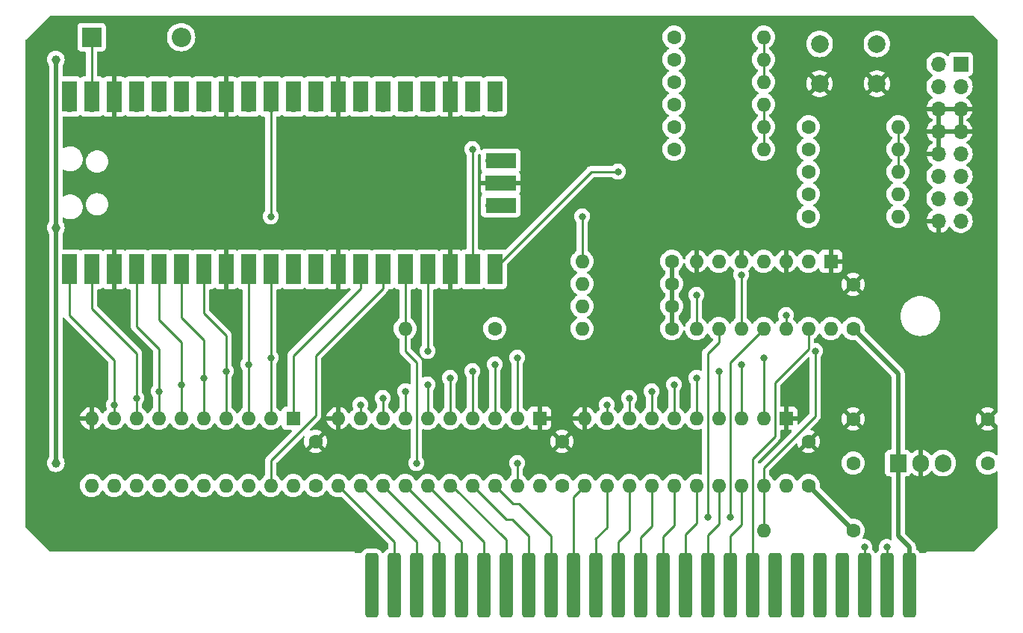
<source format=gtl>
%TF.GenerationSoftware,KiCad,Pcbnew,7.0.8-1.fc38*%
%TF.CreationDate,2023-10-28T17:25:25+02:00*%
%TF.ProjectId,AppleVGA,4170706c-6556-4474-912e-6b696361645f,A*%
%TF.SameCoordinates,Original*%
%TF.FileFunction,Copper,L1,Top*%
%TF.FilePolarity,Positive*%
%FSLAX46Y46*%
G04 Gerber Fmt 4.6, Leading zero omitted, Abs format (unit mm)*
G04 Created by KiCad (PCBNEW 7.0.8-1.fc38) date 2023-10-28 17:25:25*
%MOMM*%
%LPD*%
G01*
G04 APERTURE LIST*
G04 Aperture macros list*
%AMRoundRect*
0 Rectangle with rounded corners*
0 $1 Rounding radius*
0 $2 $3 $4 $5 $6 $7 $8 $9 X,Y pos of 4 corners*
0 Add a 4 corners polygon primitive as box body*
4,1,4,$2,$3,$4,$5,$6,$7,$8,$9,$2,$3,0*
0 Add four circle primitives for the rounded corners*
1,1,$1+$1,$2,$3*
1,1,$1+$1,$4,$5*
1,1,$1+$1,$6,$7*
1,1,$1+$1,$8,$9*
0 Add four rect primitives between the rounded corners*
20,1,$1+$1,$2,$3,$4,$5,0*
20,1,$1+$1,$4,$5,$6,$7,0*
20,1,$1+$1,$6,$7,$8,$9,0*
20,1,$1+$1,$8,$9,$2,$3,0*%
G04 Aperture macros list end*
%TA.AperFunction,ComponentPad*%
%ADD10O,1.700000X1.700000*%
%TD*%
%TA.AperFunction,ComponentPad*%
%ADD11R,1.700000X1.700000*%
%TD*%
%TA.AperFunction,SMDPad,CuDef*%
%ADD12RoundRect,0.381000X0.381000X3.289000X-0.381000X3.289000X-0.381000X-3.289000X0.381000X-3.289000X0*%
%TD*%
%TA.AperFunction,ComponentPad*%
%ADD13C,1.600000*%
%TD*%
%TA.AperFunction,ComponentPad*%
%ADD14O,1.600000X1.600000*%
%TD*%
%TA.AperFunction,SMDPad,CuDef*%
%ADD15R,3.500000X1.700000*%
%TD*%
%TA.AperFunction,SMDPad,CuDef*%
%ADD16R,1.700000X3.500000*%
%TD*%
%TA.AperFunction,ComponentPad*%
%ADD17R,2.200000X2.200000*%
%TD*%
%TA.AperFunction,ComponentPad*%
%ADD18O,2.200000X2.200000*%
%TD*%
%TA.AperFunction,ComponentPad*%
%ADD19C,2.000000*%
%TD*%
%TA.AperFunction,ComponentPad*%
%ADD20R,1.600000X1.600000*%
%TD*%
%TA.AperFunction,ComponentPad*%
%ADD21R,1.905000X2.000000*%
%TD*%
%TA.AperFunction,ComponentPad*%
%ADD22O,1.905000X2.000000*%
%TD*%
%TA.AperFunction,ViaPad*%
%ADD23C,1.000000*%
%TD*%
%TA.AperFunction,ViaPad*%
%ADD24C,0.800000*%
%TD*%
%TA.AperFunction,Conductor*%
%ADD25C,0.500000*%
%TD*%
%TA.AperFunction,Conductor*%
%ADD26C,0.250000*%
%TD*%
G04 APERTURE END LIST*
D10*
%TO.P,J2,16,Pin_16*%
%TO.N,GND*%
X212852000Y-81788000D03*
%TO.P,J2,15,Pin_15*%
%TO.N,unconnected-(J2-Pin_15-Pad15)*%
X215392000Y-81788000D03*
%TO.P,J2,14,Pin_14*%
%TO.N,VGA_VSYNC*%
X212852000Y-79248000D03*
%TO.P,J2,13,Pin_13*%
%TO.N,VGA_HSYNC*%
X215392000Y-79248000D03*
%TO.P,J2,12,Pin_12*%
%TO.N,unconnected-(J2-Pin_12-Pad12)*%
X212852000Y-76708000D03*
%TO.P,J2,11,Pin_11*%
%TO.N,unconnected-(J2-Pin_11-Pad11)*%
X215392000Y-76708000D03*
%TO.P,J2,10,Pin_10*%
%TO.N,GND*%
X212852000Y-74168000D03*
%TO.P,J2,9,Pin_9*%
%TO.N,unconnected-(J2-Pin_9-Pad9)*%
X215392000Y-74168000D03*
%TO.P,J2,8,Pin_8*%
%TO.N,GND*%
X212852000Y-71628000D03*
%TO.P,J2,7,Pin_7*%
X215392000Y-71628000D03*
%TO.P,J2,6,Pin_6*%
X212852000Y-69088000D03*
%TO.P,J2,5,Pin_5*%
X215392000Y-69088000D03*
%TO.P,J2,4,Pin_4*%
%TO.N,unconnected-(J2-Pin_4-Pad4)*%
X212852000Y-66548000D03*
%TO.P,J2,3,Pin_3*%
%TO.N,VGA_B*%
X215392000Y-66548000D03*
%TO.P,J2,2,Pin_2*%
%TO.N,VGA_G*%
X212852000Y-64008000D03*
D11*
%TO.P,J2,1,Pin_1*%
%TO.N,VGA_R*%
X215392000Y-64008000D03*
%TD*%
D12*
%TO.P,J1,25,Pin_25*%
%TO.N,+5V*%
X209550000Y-123090000D03*
%TO.P,J1,24,Pin_24*%
%TO.N,~{DMAPASS}*%
X207010000Y-123090000D03*
%TO.P,J1,23,Pin_23*%
%TO.N,~{INTPASS}*%
X204470000Y-123090000D03*
%TO.P,J1,22,Pin_22*%
%TO.N,unconnected-(J1-Pin_22-Pad22)*%
X201930000Y-123090000D03*
%TO.P,J1,21,Pin_21*%
%TO.N,unconnected-(J1-Pin_21-Pad21)*%
X199390000Y-123090000D03*
%TO.P,J1,20,Pin_20*%
%TO.N,unconnected-(J1-Pin_20-Pad20)*%
X196850000Y-123090000D03*
%TO.P,J1,19,Pin_19*%
%TO.N,unconnected-(J1-Pin_19-Pad19)*%
X194310000Y-123090000D03*
%TO.P,J1,18,Pin_18*%
%TO.N,R~{W}*%
X191770000Y-123090000D03*
%TO.P,J1,17,Pin_17*%
%TO.N,A15*%
X189230000Y-123090000D03*
%TO.P,J1,16,Pin_16*%
%TO.N,A14*%
X186690000Y-123090000D03*
%TO.P,J1,15,Pin_15*%
%TO.N,A13*%
X184150000Y-123090000D03*
%TO.P,J1,14,Pin_14*%
%TO.N,A12*%
X181610000Y-123090000D03*
%TO.P,J1,13,Pin_13*%
%TO.N,A11*%
X179070000Y-123090000D03*
%TO.P,J1,12,Pin_12*%
%TO.N,A10*%
X176530000Y-123090000D03*
%TO.P,J1,11,Pin_11*%
%TO.N,A9*%
X173990000Y-123090000D03*
%TO.P,J1,10,Pin_10*%
%TO.N,A8*%
X171450000Y-123090000D03*
%TO.P,J1,9,Pin_9*%
%TO.N,A7*%
X168910000Y-123090000D03*
%TO.P,J1,8,Pin_8*%
%TO.N,A6*%
X166370000Y-123090000D03*
%TO.P,J1,7,Pin_7*%
%TO.N,A5*%
X163830000Y-123090000D03*
%TO.P,J1,6,Pin_6*%
%TO.N,A4*%
X161290000Y-123090000D03*
%TO.P,J1,5,Pin_5*%
%TO.N,A3*%
X158750000Y-123090000D03*
%TO.P,J1,4,Pin_4*%
%TO.N,A2*%
X156210000Y-123090000D03*
%TO.P,J1,3,Pin_3*%
%TO.N,A1*%
X153670000Y-123090000D03*
%TO.P,J1,2,Pin_2*%
%TO.N,A0*%
X151130000Y-123090000D03*
%TO.P,J1,1,Pin_1*%
%TO.N,unconnected-(J1-Pin_1-Pad1)*%
X148590000Y-123090000D03*
%TD*%
D13*
%TO.P,R2,1*%
%TO.N,+3.3V*%
X182626000Y-91440000D03*
D14*
%TO.P,R2,2*%
%TO.N,Net-(U6-GPIO9)*%
X172466000Y-91440000D03*
%TD*%
D13*
%TO.P,R1,1*%
%TO.N,+3.3V*%
X182626000Y-88900000D03*
D14*
%TO.P,R1,2*%
%TO.N,Net-(U6-GPIO8)*%
X172466000Y-88900000D03*
%TD*%
D13*
%TO.P,R6,1*%
%TO.N,Net-(U6-GPIO20)*%
X182880000Y-66040000D03*
D14*
%TO.P,R6,2*%
%TO.N,VGA_R*%
X193040000Y-66040000D03*
%TD*%
D13*
%TO.P,R7,1*%
%TO.N,Net-(U6-GPIO19)*%
X182880000Y-73660000D03*
D14*
%TO.P,R7,2*%
%TO.N,VGA_G*%
X193040000Y-73660000D03*
%TD*%
D13*
%TO.P,R14,1*%
%TO.N,Net-(U6-GPIO27_ADC1)*%
X198120000Y-78740000D03*
D14*
%TO.P,R14,2*%
%TO.N,VGA_VSYNC*%
X208280000Y-78740000D03*
%TD*%
D13*
%TO.P,R13,1*%
%TO.N,Net-(U6-GPIO28_ADC2)*%
X198120000Y-81280000D03*
D14*
%TO.P,R13,2*%
%TO.N,VGA_HSYNC*%
X208280000Y-81280000D03*
%TD*%
D13*
%TO.P,C2,1*%
%TO.N,GND*%
X203200000Y-104220000D03*
%TO.P,C2,2*%
%TO.N,+5V*%
X203200000Y-109220000D03*
%TD*%
%TO.P,C6,1*%
%TO.N,+5V*%
X203200000Y-93980000D03*
%TO.P,C6,2*%
%TO.N,GND*%
X203200000Y-88980000D03*
%TD*%
%TO.P,R11,1*%
%TO.N,Net-(U6-GPIO15)*%
X198120000Y-76200000D03*
D14*
%TO.P,R11,2*%
%TO.N,VGA_B*%
X208280000Y-76200000D03*
%TD*%
D13*
%TO.P,R12,1*%
%TO.N,Net-(U6-GPIO14)*%
X198120000Y-73660000D03*
D14*
%TO.P,R12,2*%
%TO.N,VGA_B*%
X208280000Y-73660000D03*
%TD*%
D13*
%TO.P,R10,1*%
%TO.N,Net-(U6-GPIO16)*%
X198120000Y-71120000D03*
D14*
%TO.P,R10,2*%
%TO.N,VGA_B*%
X208280000Y-71120000D03*
%TD*%
D13*
%TO.P,R8,1*%
%TO.N,Net-(U6-GPIO18)*%
X182880000Y-71120000D03*
D14*
%TO.P,R8,2*%
%TO.N,VGA_G*%
X193040000Y-71120000D03*
%TD*%
D13*
%TO.P,R9,1*%
%TO.N,Net-(U6-GPIO17)*%
X182880000Y-68580000D03*
D14*
%TO.P,R9,2*%
%TO.N,VGA_G*%
X193040000Y-68580000D03*
%TD*%
D15*
%TO.P,U6,43,SWDIO*%
%TO.N,unconnected-(U6-SWDIO-Pad43)*%
X163230000Y-74930000D03*
D10*
X162330000Y-74930000D03*
D15*
%TO.P,U6,42,GND*%
%TO.N,GND*%
X163230000Y-77470000D03*
D11*
X162330000Y-77470000D03*
D15*
%TO.P,U6,41,SWCLK*%
%TO.N,unconnected-(U6-SWCLK-Pad41)*%
X163230000Y-80010000D03*
D10*
X162330000Y-80010000D03*
D16*
%TO.P,U6,40,VBUS*%
%TO.N,unconnected-(U6-VBUS-Pad40)*%
X114300000Y-67680000D03*
D10*
X114300000Y-68580000D03*
D16*
%TO.P,U6,39,VSYS*%
%TO.N,Net-(D1-K)*%
X116840000Y-67680000D03*
D10*
X116840000Y-68580000D03*
D16*
%TO.P,U6,38,GND*%
%TO.N,GND*%
X119380000Y-67680000D03*
D11*
X119380000Y-68580000D03*
D16*
%TO.P,U6,37,3V3_EN*%
%TO.N,unconnected-(U6-3V3_EN-Pad37)*%
X121920000Y-67680000D03*
D10*
X121920000Y-68580000D03*
D16*
%TO.P,U6,36,3V3*%
%TO.N,unconnected-(U6-3V3-Pad36)*%
X124460000Y-67680000D03*
D10*
X124460000Y-68580000D03*
D16*
%TO.P,U6,35,ADC_VREF*%
%TO.N,unconnected-(U6-ADC_VREF-Pad35)*%
X127000000Y-67680000D03*
D10*
X127000000Y-68580000D03*
D16*
%TO.P,U6,34,GPIO28_ADC2*%
%TO.N,Net-(U6-GPIO28_ADC2)*%
X129540000Y-67680000D03*
D10*
X129540000Y-68580000D03*
D16*
%TO.P,U6,33,AGND*%
%TO.N,GND*%
X132080000Y-67680000D03*
D11*
X132080000Y-68580000D03*
D16*
%TO.P,U6,32,GPIO27_ADC1*%
%TO.N,Net-(U6-GPIO27_ADC1)*%
X134620000Y-67680000D03*
D10*
X134620000Y-68580000D03*
D16*
%TO.P,U6,31,GPIO26_ADC0*%
%TO.N,Net-(U6-GPIO26_ADC0)*%
X137160000Y-67680000D03*
D10*
X137160000Y-68580000D03*
D16*
%TO.P,U6,30,RUN*%
%TO.N,RUN*%
X139700000Y-67680000D03*
D10*
X139700000Y-68580000D03*
D16*
%TO.P,U6,29,GPIO22*%
%TO.N,Net-(U6-GPIO22)*%
X142240000Y-67680000D03*
D10*
X142240000Y-68580000D03*
D16*
%TO.P,U6,28,GND*%
%TO.N,GND*%
X144780000Y-67680000D03*
D11*
X144780000Y-68580000D03*
D16*
%TO.P,U6,27,GPIO21*%
%TO.N,Net-(U6-GPIO21)*%
X147320000Y-67680000D03*
D10*
X147320000Y-68580000D03*
D16*
%TO.P,U6,26,GPIO20*%
%TO.N,Net-(U6-GPIO20)*%
X149860000Y-67680000D03*
D10*
X149860000Y-68580000D03*
D16*
%TO.P,U6,25,GPIO19*%
%TO.N,Net-(U6-GPIO19)*%
X152400000Y-67680000D03*
D10*
X152400000Y-68580000D03*
D16*
%TO.P,U6,24,GPIO18*%
%TO.N,Net-(U6-GPIO18)*%
X154940000Y-67680000D03*
D10*
X154940000Y-68580000D03*
D16*
%TO.P,U6,23,GND*%
%TO.N,GND*%
X157480000Y-67680000D03*
D11*
X157480000Y-68580000D03*
D16*
%TO.P,U6,22,GPIO17*%
%TO.N,Net-(U6-GPIO17)*%
X160020000Y-67680000D03*
D10*
X160020000Y-68580000D03*
D16*
%TO.P,U6,21,GPIO16*%
%TO.N,Net-(U6-GPIO16)*%
X162560000Y-67680000D03*
D10*
X162560000Y-68580000D03*
D16*
%TO.P,U6,20,GPIO15*%
%TO.N,Net-(U6-GPIO15)*%
X162560000Y-87260000D03*
D10*
X162560000Y-86360000D03*
D16*
%TO.P,U6,19,GPIO14*%
%TO.N,Net-(U6-GPIO14)*%
X160020000Y-87260000D03*
D10*
X160020000Y-86360000D03*
D16*
%TO.P,U6,18,GND*%
%TO.N,GND*%
X157480000Y-87260000D03*
D11*
X157480000Y-86360000D03*
D16*
%TO.P,U6,17,GPIO13*%
%TO.N,Net-(U1-CE)*%
X154940000Y-87260000D03*
D10*
X154940000Y-86360000D03*
D16*
%TO.P,U6,16,GPIO12*%
%TO.N,Net-(U2-CE)*%
X152400000Y-87260000D03*
D10*
X152400000Y-86360000D03*
D16*
%TO.P,U6,15,GPIO11*%
%TO.N,Net-(U3-CE)*%
X149860000Y-87260000D03*
D10*
X149860000Y-86360000D03*
D16*
%TO.P,U6,14,GPIO10*%
%TO.N,Net-(U3-A->B)*%
X147320000Y-87260000D03*
D10*
X147320000Y-86360000D03*
D16*
%TO.P,U6,13,GND*%
%TO.N,GND*%
X144780000Y-87260000D03*
D11*
X144780000Y-86360000D03*
D16*
%TO.P,U6,12,GPIO9*%
%TO.N,Net-(U6-GPIO9)*%
X142240000Y-87260000D03*
D10*
X142240000Y-86360000D03*
D16*
%TO.P,U6,11,GPIO8*%
%TO.N,Net-(U6-GPIO8)*%
X139700000Y-87260000D03*
D10*
X139700000Y-86360000D03*
D16*
%TO.P,U6,10,GPIO7*%
%TO.N,/DA7*%
X137160000Y-87260000D03*
D10*
X137160000Y-86360000D03*
D16*
%TO.P,U6,9,GPIO6*%
%TO.N,/DA6*%
X134620000Y-87260000D03*
D10*
X134620000Y-86360000D03*
D16*
%TO.P,U6,8,GND*%
%TO.N,GND*%
X132080000Y-87260000D03*
D11*
X132080000Y-86360000D03*
D16*
%TO.P,U6,7,GPIO5*%
%TO.N,/DA5*%
X129540000Y-87260000D03*
D10*
X129540000Y-86360000D03*
D16*
%TO.P,U6,6,GPIO4*%
%TO.N,/DA4*%
X127000000Y-87260000D03*
D10*
X127000000Y-86360000D03*
D16*
%TO.P,U6,5,GPIO3*%
%TO.N,/DA3*%
X124460000Y-87260000D03*
D10*
X124460000Y-86360000D03*
D16*
%TO.P,U6,4,GPIO2*%
%TO.N,/DA2*%
X121920000Y-87260000D03*
D10*
X121920000Y-86360000D03*
D16*
%TO.P,U6,3,GND*%
%TO.N,GND*%
X119380000Y-87260000D03*
D11*
X119380000Y-86360000D03*
D16*
%TO.P,U6,2,GPIO1*%
%TO.N,/DA1*%
X116840000Y-87260000D03*
D10*
X116840000Y-86360000D03*
D16*
%TO.P,U6,1,GPIO0*%
%TO.N,/DA0*%
X114300000Y-87260000D03*
D10*
X114300000Y-86360000D03*
%TD*%
D17*
%TO.P,D1,1,K*%
%TO.N,Net-(D1-K)*%
X116840000Y-60960000D03*
D18*
%TO.P,D1,2,A*%
%TO.N,+3.3V*%
X127000000Y-60960000D03*
%TD*%
D13*
%TO.P,R3,1*%
%TO.N,+3.3V*%
X182626000Y-86360000D03*
D14*
%TO.P,R3,2*%
%TO.N,Net-(U6-GPIO26_ADC0)*%
X172466000Y-86360000D03*
%TD*%
D13*
%TO.P,R15,1*%
%TO.N,+3.3V*%
X203200000Y-116840000D03*
D14*
%TO.P,R15,2*%
%TO.N,Net-(U1-CE)*%
X193040000Y-116840000D03*
%TD*%
D13*
%TO.P,R16,1*%
%TO.N,+3.3V*%
X162560000Y-93980000D03*
D14*
%TO.P,R16,2*%
%TO.N,Net-(U2-CE)*%
X152400000Y-93980000D03*
%TD*%
D19*
%TO.P,SW1,2,2*%
%TO.N,GND*%
X205890000Y-66222000D03*
X199390000Y-66222000D03*
%TO.P,SW1,1,1*%
%TO.N,RUN*%
X205890000Y-61722000D03*
X199390000Y-61722000D03*
%TD*%
D20*
%TO.P,U1,1,A->B*%
%TO.N,GND*%
X195580000Y-104140000D03*
D14*
%TO.P,U1,2,A0*%
%TO.N,/DA7*%
X193040000Y-104140000D03*
%TO.P,U1,3,A1*%
%TO.N,/DA6*%
X190500000Y-104140000D03*
%TO.P,U1,4,A2*%
%TO.N,/DA5*%
X187960000Y-104140000D03*
%TO.P,U1,5,A3*%
%TO.N,/DA4*%
X185420000Y-104140000D03*
%TO.P,U1,6,A4*%
%TO.N,/DA3*%
X182880000Y-104140000D03*
%TO.P,U1,7,A5*%
%TO.N,/DA2*%
X180340000Y-104140000D03*
%TO.P,U1,8,A6*%
%TO.N,/DA1*%
X177800000Y-104140000D03*
%TO.P,U1,9,A7*%
%TO.N,/DA0*%
X175260000Y-104140000D03*
%TO.P,U1,10,GND*%
%TO.N,GND*%
X172720000Y-104140000D03*
%TO.P,U1,11,B7*%
%TO.N,A8*%
X172720000Y-111760000D03*
%TO.P,U1,12,B6*%
%TO.N,A9*%
X175260000Y-111760000D03*
%TO.P,U1,13,B5*%
%TO.N,A10*%
X177800000Y-111760000D03*
%TO.P,U1,14,B4*%
%TO.N,A11*%
X180340000Y-111760000D03*
%TO.P,U1,15,B3*%
%TO.N,A12*%
X182880000Y-111760000D03*
%TO.P,U1,16,B2*%
%TO.N,A13*%
X185420000Y-111760000D03*
%TO.P,U1,17,B1*%
%TO.N,A14*%
X187960000Y-111760000D03*
%TO.P,U1,18,B0*%
%TO.N,A15*%
X190500000Y-111760000D03*
%TO.P,U1,19,CE*%
%TO.N,Net-(U1-CE)*%
X193040000Y-111760000D03*
%TO.P,U1,20,VCC*%
%TO.N,+3.3V*%
X195580000Y-111760000D03*
%TD*%
D20*
%TO.P,U3,1,A->B*%
%TO.N,Net-(U3-A->B)*%
X139700000Y-104140000D03*
D14*
%TO.P,U3,2,A0*%
%TO.N,/DA7*%
X137160000Y-104140000D03*
%TO.P,U3,3,A1*%
%TO.N,/DA6*%
X134620000Y-104140000D03*
%TO.P,U3,4,A2*%
%TO.N,/DA5*%
X132080000Y-104140000D03*
%TO.P,U3,5,A3*%
%TO.N,/DA4*%
X129540000Y-104140000D03*
%TO.P,U3,6,A4*%
%TO.N,/DA3*%
X127000000Y-104140000D03*
%TO.P,U3,7,A5*%
%TO.N,/DA2*%
X124460000Y-104140000D03*
%TO.P,U3,8,A6*%
%TO.N,/DA1*%
X121920000Y-104140000D03*
%TO.P,U3,9,A7*%
%TO.N,/DA0*%
X119380000Y-104140000D03*
%TO.P,U3,10,GND*%
%TO.N,GND*%
X116840000Y-104140000D03*
%TO.P,U3,11,B7*%
%TO.N,D0*%
X116840000Y-111760000D03*
%TO.P,U3,12,B6*%
%TO.N,D1*%
X119380000Y-111760000D03*
%TO.P,U3,13,B5*%
%TO.N,D2*%
X121920000Y-111760000D03*
%TO.P,U3,14,B4*%
%TO.N,D3*%
X124460000Y-111760000D03*
%TO.P,U3,15,B3*%
%TO.N,D4*%
X127000000Y-111760000D03*
%TO.P,U3,16,B2*%
%TO.N,D5*%
X129540000Y-111760000D03*
%TO.P,U3,17,B1*%
%TO.N,D6*%
X132080000Y-111760000D03*
%TO.P,U3,18,B0*%
%TO.N,D7*%
X134620000Y-111760000D03*
%TO.P,U3,19,CE*%
%TO.N,Net-(U3-CE)*%
X137160000Y-111760000D03*
%TO.P,U3,20,VCC*%
%TO.N,+3.3V*%
X139700000Y-111760000D03*
%TD*%
D20*
%TO.P,U2,1,A->B*%
%TO.N,GND*%
X167640000Y-104140000D03*
D14*
%TO.P,U2,2,A0*%
%TO.N,/DA7*%
X165100000Y-104140000D03*
%TO.P,U2,3,A1*%
%TO.N,/DA6*%
X162560000Y-104140000D03*
%TO.P,U2,4,A2*%
%TO.N,/DA5*%
X160020000Y-104140000D03*
%TO.P,U2,5,A3*%
%TO.N,/DA4*%
X157480000Y-104140000D03*
%TO.P,U2,6,A4*%
%TO.N,/DA3*%
X154940000Y-104140000D03*
%TO.P,U2,7,A5*%
%TO.N,/DA2*%
X152400000Y-104140000D03*
%TO.P,U2,8,A6*%
%TO.N,/DA1*%
X149860000Y-104140000D03*
%TO.P,U2,9,A7*%
%TO.N,/DA0*%
X147320000Y-104140000D03*
%TO.P,U2,10,GND*%
%TO.N,GND*%
X144780000Y-104140000D03*
%TO.P,U2,11,B7*%
%TO.N,A0*%
X144780000Y-111760000D03*
%TO.P,U2,12,B6*%
%TO.N,A1*%
X147320000Y-111760000D03*
%TO.P,U2,13,B5*%
%TO.N,A2*%
X149860000Y-111760000D03*
%TO.P,U2,14,B4*%
%TO.N,A3*%
X152400000Y-111760000D03*
%TO.P,U2,15,B3*%
%TO.N,A4*%
X154940000Y-111760000D03*
%TO.P,U2,16,B2*%
%TO.N,A5*%
X157480000Y-111760000D03*
%TO.P,U2,17,B1*%
%TO.N,A6*%
X160020000Y-111760000D03*
%TO.P,U2,18,B0*%
%TO.N,A7*%
X162560000Y-111760000D03*
%TO.P,U2,19,CE*%
%TO.N,Net-(U2-CE)*%
X165100000Y-111760000D03*
%TO.P,U2,20,VCC*%
%TO.N,+3.3V*%
X167640000Y-111760000D03*
%TD*%
D20*
%TO.P,U4,1*%
%TO.N,GND*%
X200660000Y-86360000D03*
D14*
%TO.P,U4,2*%
%TO.N,unconnected-(U4-Pad2)*%
X198120000Y-86360000D03*
%TO.P,U4,3*%
%TO.N,GND*%
X195580000Y-86360000D03*
%TO.P,U4,4*%
%TO.N,unconnected-(U4-Pad4)*%
X193040000Y-86360000D03*
%TO.P,U4,5*%
%TO.N,GND*%
X190500000Y-86360000D03*
%TO.P,U4,6*%
%TO.N,unconnected-(U4-Pad6)*%
X187960000Y-86360000D03*
%TO.P,U4,7,GND*%
%TO.N,GND*%
X185420000Y-86360000D03*
%TO.P,U4,8*%
%TO.N,Net-(U6-GPIO8)*%
X185420000Y-93980000D03*
%TO.P,U4,9*%
%TO.N,~{DEVSEL}*%
X187960000Y-93980000D03*
%TO.P,U4,10*%
%TO.N,Net-(U6-GPIO26_ADC0)*%
X190500000Y-93980000D03*
%TO.P,U4,11*%
%TO.N,PHI0*%
X193040000Y-93980000D03*
%TO.P,U4,12*%
%TO.N,Net-(U6-GPIO9)*%
X195580000Y-93980000D03*
%TO.P,U4,13*%
%TO.N,R~{W}*%
X198120000Y-93980000D03*
%TO.P,U4,14,VCC*%
%TO.N,+5V*%
X200660000Y-93980000D03*
%TD*%
D13*
%TO.P,C5,2*%
%TO.N,GND*%
X142240000Y-106760000D03*
%TO.P,C5,1*%
%TO.N,+3.3V*%
X142240000Y-111760000D03*
%TD*%
%TO.P,C4,1*%
%TO.N,+3.3V*%
X170180000Y-111760000D03*
%TO.P,C4,2*%
%TO.N,GND*%
X170180000Y-106760000D03*
%TD*%
%TO.P,C3,2*%
%TO.N,GND*%
X198120000Y-106760000D03*
%TO.P,C3,1*%
%TO.N,+3.3V*%
X198120000Y-111760000D03*
%TD*%
%TO.P,R17,1*%
%TO.N,+3.3V*%
X182626000Y-93980000D03*
D14*
%TO.P,R17,2*%
%TO.N,Net-(U3-CE)*%
X172466000Y-93980000D03*
%TD*%
D21*
%TO.P,U5,1,VI*%
%TO.N,+5V*%
X208280000Y-109220000D03*
D22*
%TO.P,U5,2,GND*%
%TO.N,GND*%
X210820000Y-109220000D03*
%TO.P,U5,3,VO*%
%TO.N,+3.3V*%
X213360000Y-109220000D03*
%TD*%
D13*
%TO.P,C1,2*%
%TO.N,GND*%
X218440000Y-104220000D03*
%TO.P,C1,1*%
%TO.N,+3.3V*%
X218440000Y-109220000D03*
%TD*%
%TO.P,R5,1*%
%TO.N,Net-(U6-GPIO21)*%
X182880000Y-63500000D03*
D14*
%TO.P,R5,2*%
%TO.N,VGA_R*%
X193040000Y-63500000D03*
%TD*%
D13*
%TO.P,R4,1*%
%TO.N,Net-(U6-GPIO22)*%
X182880000Y-60960000D03*
D14*
%TO.P,R4,2*%
%TO.N,VGA_R*%
X193040000Y-60960000D03*
%TD*%
D23*
%TO.N,+3.3V*%
X112776000Y-82550000D03*
X112776000Y-109220000D03*
X112776000Y-63500000D03*
D24*
%TO.N,~{DMAPASS}*%
X207010000Y-118745000D03*
%TO.N,~{INTPASS}*%
X204470000Y-118745000D03*
%TO.N,Net-(U6-GPIO9)*%
X195580000Y-92456006D03*
%TO.N,/DA0*%
X175260000Y-102616004D03*
X147320000Y-102616000D03*
X119379988Y-102616000D03*
%TO.N,/DA1*%
X177800000Y-101854008D03*
X149860000Y-101854008D03*
X121920000Y-101854000D03*
%TO.N,/DA2*%
X180340000Y-101092000D03*
X152400000Y-101092000D03*
X124460000Y-101092000D03*
%TO.N,/DA3*%
X182880000Y-100330000D03*
X127000000Y-100330000D03*
X154940000Y-100330000D03*
%TO.N,/DA4*%
X185420000Y-99568000D03*
X157480000Y-99568000D03*
X129540000Y-99568000D03*
%TO.N,/DA5*%
X160020000Y-98806000D03*
X187960000Y-98806000D03*
X132080000Y-98806000D03*
%TO.N,/DA6*%
X134620000Y-98044000D03*
X162560000Y-98044000D03*
X190500000Y-98044000D03*
%TO.N,/DA7*%
X165100000Y-97282000D03*
X137160000Y-97282000D03*
X193040000Y-97282000D03*
%TO.N,PHI0*%
X189230000Y-115316000D03*
%TO.N,Net-(U6-GPIO15)*%
X176530000Y-76200004D03*
%TO.N,Net-(U6-GPIO14)*%
X160020000Y-73660000D03*
%TO.N,~{DEVSEL}*%
X186690000Y-115316000D03*
%TO.N,Net-(U6-GPIO8)*%
X185420000Y-90170000D03*
%TO.N,Net-(U6-GPIO26_ADC0)*%
X172466000Y-81280000D03*
X190500000Y-87884000D03*
X137160000Y-81279992D03*
%TO.N,Net-(U1-CE)*%
X154940000Y-96520000D03*
X198882000Y-96520000D03*
%TO.N,Net-(U2-CE)*%
X153670000Y-109220000D03*
X165100000Y-109220000D03*
%TD*%
D25*
%TO.N,+5V*%
X208280000Y-117475000D02*
X209550000Y-118745000D01*
X208280000Y-99060000D02*
X203200000Y-93980000D01*
X208280000Y-109220000D02*
X208280000Y-99060000D01*
X209550000Y-118745000D02*
X209550000Y-123090000D01*
X208280000Y-109220000D02*
X208280000Y-117475000D01*
%TO.N,+3.3V*%
X182626000Y-93980000D02*
X182626000Y-86360000D01*
X203200000Y-116840000D02*
X198120000Y-111760000D01*
X112776000Y-109220000D02*
X112776000Y-63500000D01*
D26*
%TO.N,~{DMAPASS}*%
X207010000Y-123090000D02*
X207010000Y-118745000D01*
%TO.N,~{INTPASS}*%
X204470000Y-123090000D02*
X204470000Y-118745000D01*
%TO.N,Net-(U6-GPIO9)*%
X195580000Y-93980000D02*
X195580000Y-92456006D01*
%TO.N,/DA0*%
X119380000Y-102615988D02*
X119379988Y-102616000D01*
X119380000Y-102616012D02*
X119379988Y-102616000D01*
X119380000Y-104140000D02*
X119380000Y-102616012D01*
X119380000Y-97536000D02*
X119380000Y-102615988D01*
X147320000Y-104140000D02*
X147320000Y-102616000D01*
X175260000Y-104140000D02*
X175260000Y-102616004D01*
X114300000Y-92456000D02*
X119380000Y-97536000D01*
X114300000Y-86360000D02*
X114300000Y-92456000D01*
%TO.N,/DA1*%
X121920000Y-104140000D02*
X121920000Y-101854000D01*
X121920000Y-96774000D02*
X116840000Y-91694000D01*
X121920000Y-101854000D02*
X121920000Y-96774000D01*
X177800000Y-104140000D02*
X177800000Y-101854008D01*
X149860000Y-104140000D02*
X149860000Y-101854008D01*
X116840000Y-91694000D02*
X116840000Y-86360000D01*
%TO.N,/DA2*%
X121920000Y-86360000D02*
X121920000Y-93726000D01*
X124460000Y-104140000D02*
X124460000Y-101092000D01*
X124460000Y-96266000D02*
X124460000Y-101092000D01*
X180340000Y-104140000D02*
X180340000Y-101092000D01*
X121920000Y-93726000D02*
X124460000Y-96266000D01*
X152400000Y-104140000D02*
X152400000Y-101092000D01*
%TO.N,/DA3*%
X124460000Y-92964000D02*
X124460000Y-86360000D01*
X127000000Y-104140000D02*
X127000000Y-100330000D01*
X154940000Y-104140000D02*
X154940000Y-100330000D01*
X127000000Y-100330000D02*
X127000000Y-95504000D01*
X127000000Y-95504000D02*
X124460000Y-92964000D01*
X182880000Y-100330000D02*
X182880000Y-104140000D01*
%TO.N,/DA4*%
X185420000Y-104140000D02*
X185420000Y-99568000D01*
X129540000Y-99568000D02*
X129540000Y-104140000D01*
X129540000Y-99568000D02*
X129540000Y-95250000D01*
X129540000Y-95250000D02*
X127000000Y-92710000D01*
X127000000Y-92710000D02*
X127000000Y-86360000D01*
X157480000Y-104140000D02*
X157480000Y-99568000D01*
%TO.N,/DA5*%
X129540000Y-92202000D02*
X129540000Y-86360000D01*
X132080000Y-94742000D02*
X129540000Y-92202000D01*
X160020000Y-104140000D02*
X160020000Y-98806000D01*
X132080000Y-104140000D02*
X132080000Y-98806000D01*
X187960000Y-98806000D02*
X187960000Y-104140000D01*
X132080000Y-98806000D02*
X132080000Y-94742000D01*
%TO.N,/DA6*%
X162560000Y-104140000D02*
X162560000Y-98044000D01*
X134620000Y-98044000D02*
X134620000Y-86360000D01*
X190500000Y-104140000D02*
X190500000Y-98044000D01*
X134620000Y-98044000D02*
X134620000Y-104140000D01*
%TO.N,/DA7*%
X193040000Y-97282000D02*
X193040000Y-104140000D01*
X137160000Y-104140000D02*
X137160000Y-97282000D01*
X137160000Y-97282000D02*
X137160000Y-86360000D01*
X165100000Y-104140000D02*
X165100000Y-97282000D01*
%TO.N,Net-(U3-A->B)*%
X147320000Y-89408000D02*
X139700000Y-97028000D01*
X139700000Y-97028000D02*
X139700000Y-104140000D01*
X147320000Y-86360000D02*
X147320000Y-89408000D01*
%TO.N,PHI0*%
X193040000Y-93980000D02*
X189230000Y-97790000D01*
X189230000Y-97790000D02*
X189230000Y-115316000D01*
%TO.N,R~{W}*%
X194310000Y-100076000D02*
X198120000Y-96266000D01*
X191770000Y-108712000D02*
X194310000Y-106172000D01*
X198120000Y-96266000D02*
X198120000Y-93980000D01*
X191770000Y-123090000D02*
X191770000Y-108712000D01*
X194310000Y-106172000D02*
X194310000Y-100076000D01*
%TO.N,VGA_B*%
X208280000Y-71120000D02*
X208280000Y-76200000D01*
%TO.N,VGA_G*%
X193040000Y-68580000D02*
X193040000Y-73660000D01*
%TO.N,VGA_R*%
X193040000Y-60960000D02*
X193040000Y-66040000D01*
%TO.N,Net-(U6-GPIO15)*%
X173482000Y-76200000D02*
X176529996Y-76200000D01*
X176529996Y-76200000D02*
X176530000Y-76200004D01*
X163322000Y-86360000D02*
X173482000Y-76200000D01*
X162560000Y-86360000D02*
X163322000Y-86360000D01*
%TO.N,Net-(U6-GPIO14)*%
X160020000Y-73660000D02*
X160020000Y-86360000D01*
%TO.N,Net-(D1-K)*%
X116840000Y-60960000D02*
X116840000Y-68580000D01*
%TO.N,A15*%
X189230000Y-117460000D02*
X189230000Y-123090000D01*
X190500000Y-116190000D02*
X189230000Y-117460000D01*
X190500000Y-111760000D02*
X190500000Y-116190000D01*
%TO.N,A14*%
X186690000Y-117390000D02*
X186690000Y-123090000D01*
X187960000Y-116120000D02*
X186690000Y-117390000D01*
X187960000Y-111760000D02*
X187960000Y-116120000D01*
%TO.N,A13*%
X185420000Y-111760000D02*
X185420000Y-116020000D01*
X185420000Y-116020000D02*
X184150000Y-117290000D01*
X184150000Y-117290000D02*
X184150000Y-123090000D01*
%TO.N,A12*%
X181610000Y-117520000D02*
X181610000Y-123090000D01*
X182880000Y-111760000D02*
X182880000Y-116250000D01*
X182880000Y-116250000D02*
X181610000Y-117520000D01*
%TO.N,A11*%
X180340000Y-116380000D02*
X179070000Y-117650000D01*
X180340000Y-111760000D02*
X180340000Y-116380000D01*
X179070000Y-117650000D02*
X179070000Y-123090000D01*
%TO.N,A10*%
X176530000Y-118100000D02*
X177800000Y-116830000D01*
X177800000Y-116830000D02*
X177800000Y-111760000D01*
X176530000Y-123090000D02*
X176530000Y-118100000D01*
%TO.N,A9*%
X175260000Y-116510000D02*
X173970000Y-117800000D01*
X173990000Y-117820000D02*
X173990000Y-123090000D01*
X173970000Y-117800000D02*
X173990000Y-117820000D01*
X175260000Y-111760000D02*
X175260000Y-116510000D01*
%TO.N,A8*%
X171450000Y-113030000D02*
X171450000Y-123090000D01*
X172720000Y-111760000D02*
X171450000Y-113030000D01*
%TO.N,A7*%
X165314505Y-113855495D02*
X164655495Y-113855495D01*
X168910000Y-123090000D02*
X168910000Y-117450991D01*
X168910000Y-117450991D02*
X165314505Y-113855495D01*
X164655495Y-113855495D02*
X162560000Y-111760000D01*
%TO.N,A6*%
X166370000Y-123090000D02*
X166370000Y-117430000D01*
X164520000Y-115580000D02*
X163840000Y-115580000D01*
X166370000Y-117430000D02*
X164520000Y-115580000D01*
X163840000Y-115580000D02*
X160020000Y-111760000D01*
%TO.N,A5*%
X163830000Y-123090000D02*
X163830000Y-117895000D01*
X163830000Y-117895000D02*
X157695000Y-111760000D01*
X157695000Y-111760000D02*
X157480000Y-111760000D01*
%TO.N,A4*%
X161290000Y-118110000D02*
X154940000Y-111760000D01*
X161290000Y-123090000D02*
X161290000Y-118110000D01*
%TO.N,A3*%
X158750000Y-123090000D02*
X158750000Y-118110000D01*
X158750000Y-118110000D02*
X152400000Y-111760000D01*
%TO.N,A2*%
X156210000Y-118110000D02*
X149860000Y-111760000D01*
X156210000Y-123090000D02*
X156210000Y-118110000D01*
%TO.N,A1*%
X153670000Y-123090000D02*
X153670000Y-118110000D01*
X153670000Y-118110000D02*
X147320000Y-111760000D01*
%TO.N,A0*%
X151130000Y-118110000D02*
X144780000Y-111760000D01*
X151130000Y-123090000D02*
X151130000Y-118110000D01*
%TO.N,~{DEVSEL}*%
X187960000Y-95504000D02*
X187960000Y-93980000D01*
X186690000Y-96774000D02*
X187960000Y-95504000D01*
X186690000Y-115316000D02*
X186690000Y-96774000D01*
%TO.N,Net-(U6-GPIO8)*%
X185420000Y-93980000D02*
X185420000Y-92456000D01*
X185420000Y-92456000D02*
X185420000Y-90170000D01*
%TO.N,Net-(U6-GPIO26_ADC0)*%
X190500000Y-93980000D02*
X190500000Y-87884000D01*
X137160000Y-68580000D02*
X137160000Y-81279992D01*
X172466000Y-86360000D02*
X172466000Y-81280000D01*
%TO.N,Net-(U1-CE)*%
X193040000Y-111760000D02*
X193040000Y-109728000D01*
X193040000Y-109728000D02*
X198882000Y-103886000D01*
X198882000Y-103886000D02*
X198882000Y-96520000D01*
X154940000Y-96520000D02*
X154940000Y-86360000D01*
X193040000Y-116840000D02*
X193040000Y-111760000D01*
%TO.N,Net-(U2-CE)*%
X153670000Y-109220000D02*
X153670000Y-97790000D01*
X153670000Y-97790000D02*
X152400000Y-96520000D01*
X152400000Y-96520000D02*
X152400000Y-93980000D01*
X152400000Y-93980000D02*
X152400000Y-86360000D01*
X165100000Y-111760000D02*
X165100000Y-109220000D01*
%TO.N,Net-(U3-CE)*%
X142240000Y-97028000D02*
X142240000Y-103850000D01*
X137160000Y-108930000D02*
X137160000Y-111760000D01*
X149860000Y-86360000D02*
X149860000Y-89408000D01*
X149860000Y-89408000D02*
X142240000Y-97028000D01*
X142240000Y-103850000D02*
X137160000Y-108930000D01*
%TD*%
%TA.AperFunction,Conductor*%
%TO.N,GND*%
G36*
X213102000Y-73732498D02*
G01*
X212994315Y-73683320D01*
X212887763Y-73668000D01*
X212816237Y-73668000D01*
X212709685Y-73683320D01*
X212602000Y-73732498D01*
X212602000Y-72063501D01*
X212709685Y-72112680D01*
X212816237Y-72128000D01*
X212887763Y-72128000D01*
X212994315Y-72112680D01*
X213102000Y-72063501D01*
X213102000Y-73732498D01*
G37*
%TD.AperFunction*%
%TA.AperFunction,Conductor*%
G36*
X214932507Y-71418156D02*
G01*
X214892000Y-71556111D01*
X214892000Y-71699889D01*
X214932507Y-71837844D01*
X214958314Y-71878000D01*
X213285686Y-71878000D01*
X213311493Y-71837844D01*
X213352000Y-71699889D01*
X213352000Y-71556111D01*
X213311493Y-71418156D01*
X213285686Y-71378000D01*
X214958314Y-71378000D01*
X214932507Y-71418156D01*
G37*
%TD.AperFunction*%
%TA.AperFunction,Conductor*%
G36*
X213102000Y-71192498D02*
G01*
X212994315Y-71143320D01*
X212887763Y-71128000D01*
X212816237Y-71128000D01*
X212709685Y-71143320D01*
X212602000Y-71192498D01*
X212602000Y-69523501D01*
X212709685Y-69572680D01*
X212816237Y-69588000D01*
X212887763Y-69588000D01*
X212994315Y-69572680D01*
X213102000Y-69523501D01*
X213102000Y-71192498D01*
G37*
%TD.AperFunction*%
%TA.AperFunction,Conductor*%
G36*
X215642000Y-71192498D02*
G01*
X215534315Y-71143320D01*
X215427763Y-71128000D01*
X215356237Y-71128000D01*
X215249685Y-71143320D01*
X215142000Y-71192498D01*
X215142000Y-69523501D01*
X215249685Y-69572680D01*
X215356237Y-69588000D01*
X215427763Y-69588000D01*
X215534315Y-69572680D01*
X215642000Y-69523501D01*
X215642000Y-71192498D01*
G37*
%TD.AperFunction*%
%TA.AperFunction,Conductor*%
G36*
X214932507Y-68878156D02*
G01*
X214892000Y-69016111D01*
X214892000Y-69159889D01*
X214932507Y-69297844D01*
X214958314Y-69338000D01*
X213285686Y-69338000D01*
X213311493Y-69297844D01*
X213352000Y-69159889D01*
X213352000Y-69016111D01*
X213311493Y-68878156D01*
X213285686Y-68838000D01*
X214958314Y-68838000D01*
X214932507Y-68878156D01*
G37*
%TD.AperFunction*%
%TA.AperFunction,Conductor*%
G36*
X216853177Y-58567185D02*
G01*
X216873819Y-58583819D01*
X219546181Y-61256181D01*
X219579666Y-61317504D01*
X219582500Y-61343862D01*
X219582500Y-103379690D01*
X219562815Y-103446729D01*
X219546181Y-103467371D01*
X218837953Y-104175598D01*
X218825165Y-104094852D01*
X218767641Y-103981955D01*
X218678045Y-103892359D01*
X218565148Y-103834835D01*
X218484400Y-103822046D01*
X219165472Y-103140974D01*
X219165471Y-103140973D01*
X219092483Y-103089866D01*
X219092481Y-103089865D01*
X218886326Y-102993734D01*
X218886317Y-102993730D01*
X218666610Y-102934860D01*
X218666599Y-102934858D01*
X218440002Y-102915034D01*
X218439998Y-102915034D01*
X218213400Y-102934858D01*
X218213389Y-102934860D01*
X217993682Y-102993730D01*
X217993673Y-102993734D01*
X217787513Y-103089868D01*
X217714527Y-103140972D01*
X217714526Y-103140973D01*
X218395600Y-103822046D01*
X218314852Y-103834835D01*
X218201955Y-103892359D01*
X218112359Y-103981955D01*
X218054835Y-104094852D01*
X218042046Y-104175599D01*
X217360973Y-103494526D01*
X217360972Y-103494527D01*
X217309868Y-103567513D01*
X217213734Y-103773673D01*
X217213730Y-103773682D01*
X217154860Y-103993389D01*
X217154858Y-103993400D01*
X217135034Y-104219997D01*
X217135034Y-104220002D01*
X217154858Y-104446599D01*
X217154860Y-104446610D01*
X217213730Y-104666317D01*
X217213734Y-104666326D01*
X217309865Y-104872481D01*
X217309866Y-104872483D01*
X217360973Y-104945471D01*
X217360974Y-104945472D01*
X218042046Y-104264399D01*
X218054835Y-104345148D01*
X218112359Y-104458045D01*
X218201955Y-104547641D01*
X218314852Y-104605165D01*
X218395599Y-104617953D01*
X217714526Y-105299025D01*
X217714526Y-105299026D01*
X217787512Y-105350131D01*
X217787516Y-105350133D01*
X217993673Y-105446265D01*
X217993682Y-105446269D01*
X218213389Y-105505139D01*
X218213400Y-105505141D01*
X218439998Y-105524966D01*
X218440002Y-105524966D01*
X218666599Y-105505141D01*
X218666610Y-105505139D01*
X218886317Y-105446269D01*
X218886331Y-105446264D01*
X219092478Y-105350136D01*
X219165472Y-105299025D01*
X218484401Y-104617953D01*
X218565148Y-104605165D01*
X218678045Y-104547641D01*
X218767641Y-104458045D01*
X218825165Y-104345148D01*
X218837953Y-104264400D01*
X219546181Y-104972628D01*
X219579666Y-105033951D01*
X219582500Y-105060309D01*
X219582500Y-108212640D01*
X219562815Y-108279679D01*
X219510011Y-108325434D01*
X219440853Y-108335378D01*
X219377297Y-108306353D01*
X219370819Y-108300321D01*
X219284304Y-108213806D01*
X219284300Y-108213802D01*
X219096749Y-108082477D01*
X219070528Y-108070250D01*
X218889249Y-107985718D01*
X218889238Y-107985714D01*
X218668089Y-107926457D01*
X218668081Y-107926456D01*
X218440002Y-107906502D01*
X218439998Y-107906502D01*
X218211918Y-107926456D01*
X218211910Y-107926457D01*
X217990761Y-107985714D01*
X217990750Y-107985718D01*
X217783254Y-108082475D01*
X217783252Y-108082476D01*
X217783251Y-108082477D01*
X217595700Y-108213802D01*
X217595698Y-108213803D01*
X217595695Y-108213806D01*
X217433806Y-108375695D01*
X217433803Y-108375698D01*
X217433802Y-108375700D01*
X217390180Y-108437999D01*
X217302476Y-108563252D01*
X217302475Y-108563254D01*
X217205718Y-108770750D01*
X217205714Y-108770761D01*
X217146457Y-108991910D01*
X217146456Y-108991918D01*
X217126502Y-109219998D01*
X217126502Y-109220001D01*
X217146456Y-109448081D01*
X217146457Y-109448089D01*
X217205714Y-109669238D01*
X217205718Y-109669249D01*
X217301269Y-109874158D01*
X217302477Y-109876749D01*
X217433802Y-110064300D01*
X217595700Y-110226198D01*
X217783251Y-110357523D01*
X217908091Y-110415736D01*
X217990750Y-110454281D01*
X217990752Y-110454281D01*
X217990757Y-110454284D01*
X218211913Y-110513543D01*
X218374832Y-110527796D01*
X218439998Y-110533498D01*
X218440000Y-110533498D01*
X218440002Y-110533498D01*
X218497021Y-110528509D01*
X218668087Y-110513543D01*
X218889243Y-110454284D01*
X219096749Y-110357523D01*
X219284300Y-110226198D01*
X219370819Y-110139679D01*
X219432142Y-110106194D01*
X219501834Y-110111178D01*
X219557767Y-110153050D01*
X219582184Y-110218514D01*
X219582500Y-110227360D01*
X219582500Y-116456138D01*
X219562815Y-116523177D01*
X219546181Y-116543819D01*
X216873819Y-119216181D01*
X216812496Y-119249666D01*
X216786138Y-119252500D01*
X211599988Y-119252500D01*
X211582342Y-119251238D01*
X211563088Y-119248469D01*
X211563087Y-119248470D01*
X211545396Y-119256549D01*
X211528824Y-119262730D01*
X211510160Y-119268210D01*
X211502161Y-119273350D01*
X211494979Y-119279574D01*
X211484460Y-119295941D01*
X211473863Y-119310096D01*
X211450380Y-119337199D01*
X211391604Y-119374976D01*
X211356664Y-119380000D01*
X210790787Y-119380000D01*
X210723748Y-119360315D01*
X210685919Y-119318502D01*
X210684649Y-119319328D01*
X210681110Y-119313879D01*
X210671332Y-119301804D01*
X210563436Y-119168564D01*
X210468462Y-119091655D01*
X210418127Y-119050894D01*
X210376204Y-119029533D01*
X210325409Y-118981558D01*
X210308500Y-118919049D01*
X210308500Y-118809293D01*
X210309809Y-118791322D01*
X210313341Y-118767211D01*
X210308735Y-118714573D01*
X210308500Y-118709171D01*
X210308500Y-118700824D01*
X210308499Y-118700813D01*
X210304652Y-118667904D01*
X210297887Y-118590576D01*
X210297887Y-118590573D01*
X210297885Y-118590568D01*
X210296427Y-118583504D01*
X210296475Y-118583493D01*
X210294794Y-118575909D01*
X210294746Y-118575921D01*
X210293079Y-118568893D01*
X210293079Y-118568887D01*
X210266530Y-118495944D01*
X210242114Y-118422261D01*
X210242112Y-118422257D01*
X210239060Y-118415712D01*
X210239104Y-118415691D01*
X210235720Y-118408701D01*
X210235676Y-118408724D01*
X210232438Y-118402278D01*
X210232435Y-118402268D01*
X210189771Y-118337400D01*
X210149030Y-118271349D01*
X210149025Y-118271344D01*
X210144552Y-118265686D01*
X210144590Y-118265655D01*
X210139681Y-118259629D01*
X210139645Y-118259660D01*
X210135005Y-118254131D01*
X210135003Y-118254129D01*
X210135001Y-118254126D01*
X210103891Y-118224775D01*
X210078517Y-118200835D01*
X209074819Y-117197137D01*
X209041334Y-117135814D01*
X209038500Y-117109456D01*
X209038500Y-110852500D01*
X209058185Y-110785461D01*
X209110989Y-110739706D01*
X209162500Y-110728500D01*
X209281138Y-110728500D01*
X209281154Y-110728499D01*
X209308192Y-110725591D01*
X209341701Y-110721989D01*
X209478704Y-110670889D01*
X209595761Y-110583261D01*
X209683389Y-110466204D01*
X209694526Y-110436342D01*
X209736396Y-110380411D01*
X209801860Y-110355994D01*
X209870133Y-110370845D01*
X209886870Y-110381825D01*
X210022837Y-110487653D01*
X210022840Y-110487655D01*
X210234531Y-110602215D01*
X210234545Y-110602221D01*
X210462207Y-110680379D01*
X210570000Y-110698366D01*
X210570000Y-109711683D01*
X210598819Y-109729209D01*
X210744404Y-109770000D01*
X210857622Y-109770000D01*
X210969783Y-109754584D01*
X211070000Y-109711053D01*
X211070000Y-110698365D01*
X211177792Y-110680379D01*
X211405454Y-110602221D01*
X211405468Y-110602215D01*
X211617159Y-110487655D01*
X211617168Y-110487649D01*
X211807116Y-110339806D01*
X211807126Y-110339797D01*
X211970153Y-110162703D01*
X211981112Y-110145930D01*
X212034257Y-110100571D01*
X212103488Y-110091146D01*
X212166824Y-110120645D01*
X212188732Y-110145927D01*
X212203111Y-110167937D01*
X212203114Y-110167940D01*
X212367100Y-110346076D01*
X212460014Y-110418394D01*
X212548997Y-110487653D01*
X212558170Y-110494792D01*
X212771112Y-110610030D01*
X212890026Y-110650853D01*
X213000113Y-110688647D01*
X213000115Y-110688647D01*
X213000117Y-110688648D01*
X213238938Y-110728500D01*
X213238939Y-110728500D01*
X213481061Y-110728500D01*
X213481062Y-110728500D01*
X213719883Y-110688648D01*
X213948888Y-110610030D01*
X214161830Y-110494792D01*
X214352900Y-110346076D01*
X214516886Y-110167940D01*
X214520308Y-110162703D01*
X214553970Y-110111178D01*
X214649315Y-109965242D01*
X214746575Y-109743512D01*
X214806013Y-109508797D01*
X214821000Y-109327927D01*
X214821000Y-109112073D01*
X214806013Y-108931203D01*
X214746575Y-108696488D01*
X214649315Y-108474758D01*
X214620276Y-108430310D01*
X214516888Y-108272062D01*
X214463259Y-108213806D01*
X214352900Y-108093924D01*
X214214579Y-107986264D01*
X214161832Y-107945209D01*
X214161827Y-107945206D01*
X213948894Y-107829973D01*
X213948891Y-107829972D01*
X213948888Y-107829970D01*
X213948882Y-107829968D01*
X213948880Y-107829967D01*
X213719886Y-107751352D01*
X213520080Y-107718011D01*
X213481062Y-107711500D01*
X213238938Y-107711500D01*
X213199920Y-107718011D01*
X213000113Y-107751352D01*
X212771119Y-107829967D01*
X212771105Y-107829973D01*
X212558172Y-107945206D01*
X212558167Y-107945209D01*
X212367102Y-108093922D01*
X212367100Y-108093923D01*
X212367100Y-108093924D01*
X212341049Y-108122222D01*
X212203115Y-108272058D01*
X212188729Y-108294077D01*
X212135581Y-108339431D01*
X212066349Y-108348852D01*
X212003015Y-108319348D01*
X211981113Y-108294071D01*
X211970153Y-108277295D01*
X211807126Y-108100202D01*
X211807116Y-108100193D01*
X211617168Y-107952350D01*
X211617159Y-107952344D01*
X211405468Y-107837784D01*
X211405454Y-107837778D01*
X211177791Y-107759619D01*
X211070000Y-107741633D01*
X211070000Y-108728316D01*
X211041181Y-108710791D01*
X210895596Y-108670000D01*
X210782378Y-108670000D01*
X210670217Y-108685416D01*
X210570000Y-108728946D01*
X210570000Y-107741633D01*
X210569999Y-107741633D01*
X210462208Y-107759619D01*
X210234545Y-107837778D01*
X210234531Y-107837784D01*
X210022840Y-107952344D01*
X210022838Y-107952345D01*
X209886869Y-108058175D01*
X209821875Y-108083817D01*
X209753335Y-108070250D01*
X209703010Y-108021782D01*
X209694529Y-108003664D01*
X209683389Y-107973796D01*
X209595761Y-107856739D01*
X209478704Y-107769111D01*
X209341703Y-107718011D01*
X209281154Y-107711500D01*
X209281138Y-107711500D01*
X209162500Y-107711500D01*
X209095461Y-107691815D01*
X209049706Y-107639011D01*
X209038500Y-107587500D01*
X209038500Y-99124294D01*
X209039809Y-99106324D01*
X209043341Y-99082208D01*
X209040852Y-99053763D01*
X209038735Y-99029573D01*
X209038500Y-99024172D01*
X209038500Y-99015824D01*
X209038499Y-99015813D01*
X209034652Y-98982903D01*
X209027887Y-98905576D01*
X209026427Y-98898503D01*
X209026473Y-98898493D01*
X209024790Y-98890902D01*
X209024744Y-98890914D01*
X209023080Y-98883895D01*
X209023079Y-98883887D01*
X208996526Y-98810934D01*
X208972114Y-98737262D01*
X208972113Y-98737260D01*
X208969061Y-98730715D01*
X208969105Y-98730694D01*
X208965717Y-98723695D01*
X208965674Y-98723717D01*
X208962436Y-98717269D01*
X208919766Y-98652394D01*
X208879030Y-98586349D01*
X208874553Y-98580687D01*
X208874590Y-98580656D01*
X208869681Y-98574629D01*
X208869645Y-98574660D01*
X208865005Y-98569131D01*
X208865003Y-98569129D01*
X208865001Y-98569126D01*
X208833891Y-98539775D01*
X208808517Y-98515835D01*
X204535010Y-94242329D01*
X204501525Y-94181006D01*
X204499163Y-94143844D01*
X204513498Y-93980000D01*
X204513462Y-93979593D01*
X204505169Y-93884797D01*
X204493543Y-93751913D01*
X204434284Y-93530757D01*
X204425913Y-93512806D01*
X204375128Y-93403895D01*
X204337523Y-93323251D01*
X204206198Y-93135700D01*
X204044300Y-92973802D01*
X203856749Y-92842477D01*
X203856745Y-92842475D01*
X203649249Y-92745718D01*
X203649238Y-92745714D01*
X203428089Y-92686457D01*
X203428081Y-92686456D01*
X203200002Y-92666502D01*
X203199998Y-92666502D01*
X202971918Y-92686456D01*
X202971910Y-92686457D01*
X202750761Y-92745714D01*
X202750750Y-92745718D01*
X202543254Y-92842475D01*
X202543252Y-92842476D01*
X202494534Y-92876589D01*
X202355700Y-92973802D01*
X202355698Y-92973803D01*
X202355695Y-92973806D01*
X202193806Y-93135695D01*
X202193803Y-93135698D01*
X202193802Y-93135700D01*
X202170184Y-93169430D01*
X202062476Y-93323251D01*
X202042382Y-93366345D01*
X201996209Y-93418784D01*
X201929016Y-93437936D01*
X201862135Y-93417720D01*
X201817618Y-93366345D01*
X201797523Y-93323251D01*
X201761368Y-93271617D01*
X201666198Y-93135700D01*
X201504300Y-92973802D01*
X201316749Y-92842477D01*
X201316745Y-92842475D01*
X201109249Y-92745718D01*
X201109238Y-92745714D01*
X200888089Y-92686457D01*
X200888081Y-92686456D01*
X200660002Y-92666502D01*
X200659998Y-92666502D01*
X200431918Y-92686456D01*
X200431910Y-92686457D01*
X200210761Y-92745714D01*
X200210750Y-92745718D01*
X200003254Y-92842475D01*
X200003252Y-92842476D01*
X199954534Y-92876589D01*
X199815700Y-92973802D01*
X199815698Y-92973803D01*
X199815695Y-92973806D01*
X199653806Y-93135695D01*
X199653803Y-93135698D01*
X199653802Y-93135700D01*
X199630184Y-93169430D01*
X199522476Y-93323251D01*
X199502382Y-93366345D01*
X199456209Y-93418784D01*
X199389016Y-93437936D01*
X199322135Y-93417720D01*
X199277618Y-93366345D01*
X199257523Y-93323251D01*
X199221368Y-93271617D01*
X199126198Y-93135700D01*
X198964300Y-92973802D01*
X198776749Y-92842477D01*
X198776745Y-92842475D01*
X198569249Y-92745718D01*
X198569238Y-92745714D01*
X198348089Y-92686457D01*
X198348081Y-92686456D01*
X198120002Y-92666502D01*
X198119998Y-92666502D01*
X197891918Y-92686456D01*
X197891910Y-92686457D01*
X197670761Y-92745714D01*
X197670750Y-92745718D01*
X197463254Y-92842475D01*
X197463252Y-92842476D01*
X197414534Y-92876589D01*
X197275700Y-92973802D01*
X197275698Y-92973803D01*
X197275695Y-92973806D01*
X197113806Y-93135695D01*
X197113803Y-93135698D01*
X197113802Y-93135700D01*
X197090184Y-93169430D01*
X196982476Y-93323251D01*
X196962382Y-93366345D01*
X196916209Y-93418784D01*
X196849016Y-93437936D01*
X196782135Y-93417720D01*
X196737618Y-93366345D01*
X196717523Y-93323251D01*
X196681368Y-93271617D01*
X196586198Y-93135700D01*
X196431856Y-92981358D01*
X196398371Y-92920035D01*
X196403355Y-92850343D01*
X196412152Y-92831675D01*
X196414527Y-92827562D01*
X196473542Y-92645934D01*
X196482574Y-92560001D01*
X208556654Y-92560001D01*
X208558826Y-92593148D01*
X208558924Y-92599276D01*
X208557709Y-92635634D01*
X208557709Y-92635645D01*
X208568906Y-92746946D01*
X208576016Y-92855422D01*
X208576017Y-92855429D01*
X208583129Y-92891187D01*
X208584009Y-92897076D01*
X208587976Y-92936498D01*
X208613181Y-93042264D01*
X208633774Y-93145789D01*
X208633779Y-93145808D01*
X208646534Y-93183383D01*
X208648135Y-93188939D01*
X208658072Y-93230632D01*
X208658076Y-93230646D01*
X208668477Y-93257650D01*
X208696021Y-93329166D01*
X208704915Y-93355366D01*
X208728940Y-93426143D01*
X208747928Y-93464650D01*
X208750179Y-93469788D01*
X208766748Y-93512806D01*
X208815979Y-93602641D01*
X208859885Y-93691674D01*
X208885538Y-93730068D01*
X208888358Y-93734717D01*
X208912064Y-93777975D01*
X208912071Y-93777985D01*
X208970120Y-93856770D01*
X208971757Y-93859102D01*
X209024366Y-93937837D01*
X209024368Y-93937839D01*
X209056944Y-93974986D01*
X209060245Y-93979089D01*
X209091431Y-94021414D01*
X209103366Y-94033755D01*
X209157221Y-94089440D01*
X209159253Y-94091646D01*
X209219573Y-94160427D01*
X209219580Y-94160433D01*
X209259152Y-94195137D01*
X209262842Y-94198651D01*
X209301641Y-94238769D01*
X209301648Y-94238775D01*
X209373367Y-94295411D01*
X209375822Y-94297455D01*
X209442158Y-94355630D01*
X209442160Y-94355631D01*
X209442162Y-94355633D01*
X209477982Y-94379567D01*
X209488627Y-94386680D01*
X209492601Y-94389569D01*
X209538944Y-94426166D01*
X209538943Y-94426166D01*
X209538947Y-94426168D01*
X209538948Y-94426169D01*
X209600174Y-94462433D01*
X209614801Y-94471096D01*
X209617639Y-94472882D01*
X209688327Y-94520115D01*
X209733270Y-94542278D01*
X209741351Y-94546263D01*
X209745525Y-94548524D01*
X209799114Y-94580265D01*
X209806043Y-94583203D01*
X209877288Y-94613413D01*
X209880507Y-94614888D01*
X209924830Y-94636745D01*
X209953855Y-94651059D01*
X210012912Y-94671106D01*
X210017172Y-94672730D01*
X210056276Y-94689311D01*
X210077498Y-94698310D01*
X210156311Y-94719899D01*
X210159812Y-94720971D01*
X210234203Y-94746224D01*
X210298548Y-94759022D01*
X210302796Y-94760025D01*
X210369132Y-94778197D01*
X210446901Y-94788655D01*
X210450725Y-94789293D01*
X210524574Y-94803983D01*
X210524584Y-94803983D01*
X210524586Y-94803984D01*
X210593258Y-94808485D01*
X210597463Y-94808904D01*
X210668811Y-94818500D01*
X210744026Y-94818500D01*
X210748082Y-94818633D01*
X210778116Y-94820600D01*
X210820000Y-94823346D01*
X210871580Y-94819965D01*
X210892311Y-94818607D01*
X210895507Y-94818500D01*
X210895511Y-94818500D01*
X210969177Y-94813568D01*
X211115426Y-94803983D01*
X211115441Y-94803979D01*
X211116603Y-94803827D01*
X211120578Y-94803433D01*
X211121702Y-94803358D01*
X211265246Y-94774181D01*
X211405797Y-94746224D01*
X211406537Y-94745972D01*
X211414129Y-94743919D01*
X211418021Y-94743129D01*
X211553502Y-94696084D01*
X211686145Y-94651059D01*
X211689762Y-94649274D01*
X211696864Y-94646304D01*
X211696989Y-94646260D01*
X211703668Y-94643942D01*
X211828815Y-94580701D01*
X211951673Y-94520115D01*
X211957733Y-94516064D01*
X211964201Y-94512286D01*
X211973545Y-94507566D01*
X212086534Y-94430003D01*
X212197838Y-94355633D01*
X212205761Y-94348683D01*
X212211536Y-94344194D01*
X212222838Y-94336437D01*
X212322163Y-94246602D01*
X212420427Y-94160427D01*
X212429515Y-94150063D01*
X212434522Y-94144978D01*
X212447097Y-94133606D01*
X212531514Y-94033755D01*
X212615633Y-93937838D01*
X212625099Y-93923669D01*
X212629293Y-93918102D01*
X212642320Y-93902695D01*
X212710976Y-93795146D01*
X212780115Y-93691673D01*
X212789072Y-93673507D01*
X212792423Y-93667562D01*
X212805020Y-93647829D01*
X212805024Y-93647823D01*
X212857413Y-93534927D01*
X212911059Y-93426145D01*
X212918613Y-93403887D01*
X212921080Y-93397728D01*
X212932306Y-93373539D01*
X212968255Y-93257650D01*
X213006224Y-93145797D01*
X213011437Y-93119582D01*
X213013031Y-93113303D01*
X213021893Y-93084738D01*
X213041549Y-92968207D01*
X213063983Y-92855426D01*
X213065542Y-92831635D01*
X213065944Y-92825509D01*
X213066675Y-92819247D01*
X213068253Y-92809891D01*
X213072187Y-92786572D01*
X213076030Y-92671615D01*
X213077964Y-92642113D01*
X213083346Y-92560005D01*
X213083346Y-92560001D01*
X213082868Y-92552712D01*
X213081171Y-92526834D01*
X213081074Y-92520737D01*
X213082291Y-92484363D01*
X213071093Y-92373053D01*
X213063983Y-92264574D01*
X213056869Y-92228811D01*
X213055990Y-92222932D01*
X213052024Y-92183504D01*
X213042189Y-92142233D01*
X213026819Y-92077735D01*
X213016493Y-92025830D01*
X213006224Y-91974203D01*
X212993459Y-91936600D01*
X212991866Y-91931073D01*
X212981927Y-91889364D01*
X212943978Y-91790833D01*
X212911059Y-91693855D01*
X212892063Y-91655336D01*
X212889820Y-91650215D01*
X212873250Y-91607191D01*
X212861128Y-91585072D01*
X212824020Y-91517358D01*
X212799637Y-91467914D01*
X212780115Y-91428327D01*
X212754459Y-91389930D01*
X212751646Y-91385291D01*
X212727935Y-91342025D01*
X212727933Y-91342021D01*
X212669878Y-91263228D01*
X212668241Y-91260896D01*
X212615634Y-91182163D01*
X212583055Y-91145013D01*
X212579753Y-91140909D01*
X212548573Y-91098592D01*
X212548569Y-91098586D01*
X212482771Y-91030551D01*
X212480730Y-91028335D01*
X212420434Y-90959581D01*
X212420431Y-90959578D01*
X212420427Y-90959573D01*
X212380845Y-90924860D01*
X212377157Y-90921347D01*
X212338359Y-90881231D01*
X212338353Y-90881225D01*
X212266632Y-90824588D01*
X212264176Y-90822544D01*
X212225679Y-90788783D01*
X212197838Y-90764367D01*
X212151366Y-90733315D01*
X212147389Y-90730423D01*
X212101053Y-90693832D01*
X212101051Y-90693830D01*
X212025197Y-90648902D01*
X212022347Y-90647108D01*
X211951667Y-90599881D01*
X211898647Y-90573735D01*
X211894471Y-90571473D01*
X211840894Y-90539739D01*
X211840882Y-90539733D01*
X211762695Y-90506578D01*
X211759478Y-90505104D01*
X211686146Y-90468941D01*
X211686142Y-90468940D01*
X211627089Y-90448893D01*
X211622814Y-90447264D01*
X211562502Y-90421690D01*
X211562501Y-90421689D01*
X211483718Y-90400108D01*
X211480170Y-90399021D01*
X211405804Y-90373778D01*
X211405799Y-90373776D01*
X211405797Y-90373776D01*
X211341447Y-90360975D01*
X211337178Y-90359967D01*
X211270877Y-90341805D01*
X211270869Y-90341803D01*
X211270868Y-90341803D01*
X211270866Y-90341802D01*
X211270853Y-90341800D01*
X211213305Y-90334061D01*
X211193113Y-90331345D01*
X211189293Y-90330709D01*
X211148877Y-90322670D01*
X211115426Y-90316017D01*
X211115423Y-90316016D01*
X211115419Y-90316016D01*
X211046749Y-90311515D01*
X211042540Y-90311095D01*
X211007857Y-90306431D01*
X210971189Y-90301500D01*
X210971188Y-90301500D01*
X210895974Y-90301500D01*
X210891918Y-90301367D01*
X210826406Y-90297073D01*
X210820000Y-90296654D01*
X210819999Y-90296654D01*
X210747691Y-90301392D01*
X210744492Y-90301499D01*
X210670822Y-90306431D01*
X210524584Y-90316016D01*
X210524578Y-90316016D01*
X210524574Y-90316017D01*
X210524569Y-90316017D01*
X210523359Y-90316177D01*
X210519447Y-90316564D01*
X210518298Y-90316642D01*
X210518297Y-90316642D01*
X210518287Y-90316643D01*
X210374753Y-90345818D01*
X210234203Y-90373775D01*
X210234156Y-90373788D01*
X210233365Y-90374056D01*
X210225858Y-90376081D01*
X210221982Y-90376869D01*
X210221975Y-90376871D01*
X210086497Y-90423915D01*
X209953855Y-90468940D01*
X209953853Y-90468941D01*
X209950223Y-90470731D01*
X209943148Y-90473690D01*
X209936335Y-90476056D01*
X209936323Y-90476061D01*
X209811184Y-90539298D01*
X209688333Y-90599881D01*
X209688321Y-90599888D01*
X209682259Y-90603938D01*
X209675790Y-90607714D01*
X209666465Y-90612427D01*
X209666450Y-90612436D01*
X209553465Y-90689996D01*
X209442163Y-90764365D01*
X209442159Y-90764369D01*
X209434241Y-90771312D01*
X209428451Y-90775813D01*
X209417167Y-90783559D01*
X209417164Y-90783561D01*
X209417162Y-90783563D01*
X209341743Y-90851775D01*
X209317836Y-90873397D01*
X209219574Y-90959572D01*
X209210487Y-90969931D01*
X209205468Y-90975027D01*
X209192910Y-90986386D01*
X209192905Y-90986391D01*
X209108485Y-91086244D01*
X209024368Y-91182159D01*
X209014907Y-91196317D01*
X209010705Y-91201896D01*
X208997681Y-91217303D01*
X208929023Y-91324853D01*
X208859883Y-91428329D01*
X208850921Y-91446500D01*
X208847576Y-91452437D01*
X208834977Y-91472175D01*
X208782586Y-91585072D01*
X208728937Y-91693863D01*
X208721388Y-91716101D01*
X208718919Y-91722268D01*
X208707697Y-91746454D01*
X208707692Y-91746467D01*
X208671744Y-91862349D01*
X208633777Y-91974200D01*
X208633776Y-91974204D01*
X208628560Y-92000422D01*
X208626967Y-92006697D01*
X208618108Y-92035255D01*
X208598450Y-92151792D01*
X208576015Y-92264582D01*
X208574055Y-92294490D01*
X208573324Y-92300748D01*
X208567813Y-92333420D01*
X208566488Y-92373053D01*
X208563969Y-92448384D01*
X208561612Y-92484356D01*
X208556654Y-92560001D01*
X196482574Y-92560001D01*
X196493504Y-92456006D01*
X196473542Y-92266078D01*
X196414527Y-92084450D01*
X196319040Y-91919062D01*
X196191253Y-91777140D01*
X196036752Y-91664888D01*
X195862288Y-91587212D01*
X195862286Y-91587211D01*
X195675487Y-91547506D01*
X195484513Y-91547506D01*
X195297714Y-91587211D01*
X195297712Y-91587212D01*
X195150336Y-91652828D01*
X195123246Y-91664889D01*
X194968745Y-91777141D01*
X194840959Y-91919063D01*
X194745473Y-92084449D01*
X194745470Y-92084456D01*
X194686946Y-92264575D01*
X194686458Y-92266078D01*
X194666496Y-92456006D01*
X194686458Y-92645934D01*
X194686459Y-92645937D01*
X194745470Y-92827555D01*
X194745472Y-92827558D01*
X194745473Y-92827562D01*
X194747850Y-92831679D01*
X194764321Y-92899578D01*
X194741469Y-92965605D01*
X194728144Y-92981358D01*
X194573802Y-93135700D01*
X194552084Y-93166716D01*
X194442476Y-93323251D01*
X194422382Y-93366345D01*
X194376209Y-93418784D01*
X194309016Y-93437936D01*
X194242135Y-93417720D01*
X194197618Y-93366345D01*
X194177523Y-93323251D01*
X194141368Y-93271617D01*
X194046198Y-93135700D01*
X193884300Y-92973802D01*
X193696749Y-92842477D01*
X193696745Y-92842475D01*
X193489249Y-92745718D01*
X193489238Y-92745714D01*
X193268089Y-92686457D01*
X193268081Y-92686456D01*
X193040002Y-92666502D01*
X193039998Y-92666502D01*
X192811918Y-92686456D01*
X192811910Y-92686457D01*
X192590761Y-92745714D01*
X192590750Y-92745718D01*
X192383254Y-92842475D01*
X192383252Y-92842476D01*
X192334534Y-92876589D01*
X192195700Y-92973802D01*
X192195698Y-92973803D01*
X192195695Y-92973806D01*
X192033806Y-93135695D01*
X192033803Y-93135698D01*
X192033802Y-93135700D01*
X192010184Y-93169430D01*
X191902476Y-93323251D01*
X191882382Y-93366345D01*
X191836209Y-93418784D01*
X191769016Y-93437936D01*
X191702135Y-93417720D01*
X191657618Y-93366345D01*
X191637523Y-93323251D01*
X191601368Y-93271617D01*
X191506198Y-93135700D01*
X191344300Y-92973802D01*
X191277669Y-92927146D01*
X191186376Y-92863221D01*
X191142751Y-92808644D01*
X191133500Y-92761647D01*
X191133500Y-88980002D01*
X201895034Y-88980002D01*
X201914858Y-89206599D01*
X201914860Y-89206610D01*
X201973730Y-89426317D01*
X201973734Y-89426326D01*
X202069865Y-89632481D01*
X202069866Y-89632483D01*
X202120973Y-89705471D01*
X202120974Y-89705472D01*
X202802046Y-89024399D01*
X202814835Y-89105148D01*
X202872359Y-89218045D01*
X202961955Y-89307641D01*
X203074852Y-89365165D01*
X203155599Y-89377953D01*
X202474526Y-90059025D01*
X202474526Y-90059026D01*
X202547512Y-90110131D01*
X202547516Y-90110133D01*
X202753673Y-90206265D01*
X202753682Y-90206269D01*
X202973389Y-90265139D01*
X202973400Y-90265141D01*
X203199998Y-90284966D01*
X203200002Y-90284966D01*
X203426599Y-90265141D01*
X203426610Y-90265139D01*
X203646317Y-90206269D01*
X203646331Y-90206264D01*
X203852478Y-90110136D01*
X203925472Y-90059025D01*
X203244401Y-89377953D01*
X203325148Y-89365165D01*
X203438045Y-89307641D01*
X203527641Y-89218045D01*
X203585165Y-89105148D01*
X203597953Y-89024400D01*
X204279025Y-89705472D01*
X204330136Y-89632478D01*
X204426264Y-89426331D01*
X204426269Y-89426317D01*
X204485139Y-89206610D01*
X204485141Y-89206599D01*
X204504966Y-88980002D01*
X204504966Y-88979997D01*
X204485141Y-88753400D01*
X204485139Y-88753389D01*
X204426269Y-88533682D01*
X204426265Y-88533673D01*
X204330133Y-88327516D01*
X204330131Y-88327512D01*
X204279026Y-88254526D01*
X204279025Y-88254526D01*
X203597953Y-88935598D01*
X203585165Y-88854852D01*
X203527641Y-88741955D01*
X203438045Y-88652359D01*
X203325148Y-88594835D01*
X203244400Y-88582046D01*
X203925472Y-87900974D01*
X203925471Y-87900973D01*
X203852483Y-87849866D01*
X203852481Y-87849865D01*
X203646326Y-87753734D01*
X203646317Y-87753730D01*
X203426610Y-87694860D01*
X203426599Y-87694858D01*
X203200002Y-87675034D01*
X203199998Y-87675034D01*
X202973400Y-87694858D01*
X202973389Y-87694860D01*
X202753682Y-87753730D01*
X202753673Y-87753734D01*
X202547513Y-87849868D01*
X202474527Y-87900972D01*
X202474526Y-87900973D01*
X203155600Y-88582046D01*
X203074852Y-88594835D01*
X202961955Y-88652359D01*
X202872359Y-88741955D01*
X202814835Y-88854852D01*
X202802046Y-88935599D01*
X202120973Y-88254526D01*
X202120972Y-88254527D01*
X202069868Y-88327513D01*
X201973734Y-88533673D01*
X201973730Y-88533682D01*
X201914860Y-88753389D01*
X201914858Y-88753400D01*
X201895034Y-88979997D01*
X201895034Y-88980002D01*
X191133500Y-88980002D01*
X191133500Y-88585756D01*
X191153185Y-88518717D01*
X191165346Y-88502788D01*
X191239040Y-88420944D01*
X191334527Y-88255556D01*
X191393542Y-88073928D01*
X191413504Y-87884000D01*
X191393542Y-87694072D01*
X191334527Y-87512444D01*
X191327748Y-87500702D01*
X191311276Y-87432805D01*
X191334128Y-87366778D01*
X191347455Y-87351023D01*
X191499657Y-87198820D01*
X191630133Y-87012483D01*
X191652927Y-86963600D01*
X191699098Y-86911160D01*
X191766292Y-86892007D01*
X191833173Y-86912221D01*
X191877691Y-86963596D01*
X191902477Y-87016749D01*
X192033802Y-87204300D01*
X192195700Y-87366198D01*
X192383251Y-87497523D01*
X192508091Y-87555736D01*
X192590750Y-87594281D01*
X192590752Y-87594281D01*
X192590757Y-87594284D01*
X192811913Y-87653543D01*
X192974832Y-87667796D01*
X193039998Y-87673498D01*
X193040000Y-87673498D01*
X193040002Y-87673498D01*
X193097021Y-87668509D01*
X193268087Y-87653543D01*
X193489243Y-87594284D01*
X193696749Y-87497523D01*
X193884300Y-87366198D01*
X194046198Y-87204300D01*
X194177523Y-87016749D01*
X194202307Y-86963598D01*
X194248479Y-86911159D01*
X194315672Y-86892007D01*
X194382553Y-86912222D01*
X194427071Y-86963599D01*
X194449864Y-87012479D01*
X194449865Y-87012481D01*
X194580342Y-87198820D01*
X194741179Y-87359657D01*
X194927517Y-87490134D01*
X195133673Y-87586265D01*
X195133682Y-87586269D01*
X195329999Y-87638872D01*
X195330000Y-87638871D01*
X195330000Y-86675686D01*
X195341955Y-86687641D01*
X195454852Y-86745165D01*
X195548519Y-86760000D01*
X195611481Y-86760000D01*
X195705148Y-86745165D01*
X195818045Y-86687641D01*
X195830000Y-86675686D01*
X195830000Y-87638872D01*
X196026317Y-87586269D01*
X196026326Y-87586265D01*
X196232482Y-87490134D01*
X196418820Y-87359657D01*
X196579657Y-87198820D01*
X196710133Y-87012483D01*
X196732927Y-86963600D01*
X196779098Y-86911160D01*
X196846292Y-86892007D01*
X196913173Y-86912221D01*
X196957691Y-86963596D01*
X196982477Y-87016749D01*
X197113802Y-87204300D01*
X197275700Y-87366198D01*
X197463251Y-87497523D01*
X197588091Y-87555736D01*
X197670750Y-87594281D01*
X197670752Y-87594281D01*
X197670757Y-87594284D01*
X197891913Y-87653543D01*
X198054832Y-87667796D01*
X198119998Y-87673498D01*
X198120000Y-87673498D01*
X198120002Y-87673498D01*
X198177021Y-87668509D01*
X198348087Y-87653543D01*
X198569243Y-87594284D01*
X198776749Y-87497523D01*
X198964300Y-87366198D01*
X199126198Y-87204300D01*
X199139012Y-87185999D01*
X199193585Y-87142376D01*
X199263084Y-87135182D01*
X199325439Y-87166704D01*
X199360853Y-87226933D01*
X199363874Y-87243867D01*
X199366401Y-87267373D01*
X199366403Y-87267379D01*
X199416645Y-87402086D01*
X199416649Y-87402093D01*
X199502809Y-87517187D01*
X199502812Y-87517190D01*
X199617906Y-87603350D01*
X199617913Y-87603354D01*
X199752620Y-87653596D01*
X199752627Y-87653598D01*
X199812155Y-87659999D01*
X199812172Y-87660000D01*
X200410000Y-87660000D01*
X200410000Y-86675686D01*
X200421955Y-86687641D01*
X200534852Y-86745165D01*
X200628519Y-86760000D01*
X200691481Y-86760000D01*
X200785148Y-86745165D01*
X200898045Y-86687641D01*
X200910000Y-86675686D01*
X200910000Y-87660000D01*
X201507828Y-87660000D01*
X201507844Y-87659999D01*
X201567372Y-87653598D01*
X201567379Y-87653596D01*
X201702086Y-87603354D01*
X201702093Y-87603350D01*
X201817187Y-87517190D01*
X201817190Y-87517187D01*
X201903350Y-87402093D01*
X201903354Y-87402086D01*
X201953596Y-87267379D01*
X201953598Y-87267372D01*
X201959999Y-87207844D01*
X201960000Y-87207827D01*
X201960000Y-86610000D01*
X200975686Y-86610000D01*
X200987641Y-86598045D01*
X201045165Y-86485148D01*
X201064986Y-86360000D01*
X201045165Y-86234852D01*
X200987641Y-86121955D01*
X200975686Y-86110000D01*
X201960000Y-86110000D01*
X201960000Y-85512172D01*
X201959999Y-85512155D01*
X201953598Y-85452627D01*
X201953596Y-85452620D01*
X201903354Y-85317913D01*
X201903350Y-85317906D01*
X201817190Y-85202812D01*
X201817187Y-85202809D01*
X201702093Y-85116649D01*
X201702086Y-85116645D01*
X201567379Y-85066403D01*
X201567372Y-85066401D01*
X201507844Y-85060000D01*
X200910000Y-85060000D01*
X200910000Y-86044314D01*
X200898045Y-86032359D01*
X200785148Y-85974835D01*
X200691481Y-85960000D01*
X200628519Y-85960000D01*
X200534852Y-85974835D01*
X200421955Y-86032359D01*
X200410000Y-86044314D01*
X200410000Y-85060000D01*
X199812155Y-85060000D01*
X199752627Y-85066401D01*
X199752620Y-85066403D01*
X199617913Y-85116645D01*
X199617906Y-85116649D01*
X199502812Y-85202809D01*
X199502809Y-85202812D01*
X199416649Y-85317906D01*
X199416645Y-85317913D01*
X199366403Y-85452620D01*
X199366401Y-85452626D01*
X199363874Y-85476133D01*
X199337135Y-85540683D01*
X199279741Y-85580530D01*
X199209916Y-85583023D01*
X199149828Y-85547369D01*
X199139011Y-85533999D01*
X199126197Y-85515699D01*
X198964304Y-85353806D01*
X198964300Y-85353802D01*
X198776749Y-85222477D01*
X198776745Y-85222475D01*
X198569249Y-85125718D01*
X198569238Y-85125714D01*
X198348089Y-85066457D01*
X198348081Y-85066456D01*
X198120002Y-85046502D01*
X198119998Y-85046502D01*
X197891918Y-85066456D01*
X197891910Y-85066457D01*
X197670761Y-85125714D01*
X197670750Y-85125718D01*
X197463254Y-85222475D01*
X197463252Y-85222476D01*
X197392856Y-85271767D01*
X197275700Y-85353802D01*
X197275698Y-85353803D01*
X197275695Y-85353806D01*
X197113806Y-85515695D01*
X197113803Y-85515698D01*
X197113802Y-85515700D01*
X197066662Y-85583023D01*
X196982476Y-85703252D01*
X196982474Y-85703256D01*
X196957691Y-85756402D01*
X196911518Y-85808841D01*
X196844324Y-85827992D01*
X196777444Y-85807775D01*
X196732927Y-85756399D01*
X196710133Y-85707517D01*
X196579657Y-85521179D01*
X196418820Y-85360342D01*
X196232482Y-85229865D01*
X196026328Y-85133734D01*
X195830000Y-85081127D01*
X195830000Y-86044314D01*
X195818045Y-86032359D01*
X195705148Y-85974835D01*
X195611481Y-85960000D01*
X195548519Y-85960000D01*
X195454852Y-85974835D01*
X195341955Y-86032359D01*
X195330000Y-86044314D01*
X195330000Y-85081127D01*
X195133671Y-85133734D01*
X194927517Y-85229865D01*
X194741179Y-85360342D01*
X194580342Y-85521179D01*
X194449865Y-85707517D01*
X194427071Y-85756401D01*
X194380898Y-85808840D01*
X194313705Y-85827992D01*
X194246824Y-85807776D01*
X194202307Y-85756401D01*
X194177523Y-85703251D01*
X194046198Y-85515700D01*
X193884300Y-85353802D01*
X193696749Y-85222477D01*
X193696745Y-85222475D01*
X193489249Y-85125718D01*
X193489238Y-85125714D01*
X193268089Y-85066457D01*
X193268081Y-85066456D01*
X193040002Y-85046502D01*
X193039998Y-85046502D01*
X192811918Y-85066456D01*
X192811910Y-85066457D01*
X192590761Y-85125714D01*
X192590750Y-85125718D01*
X192383254Y-85222475D01*
X192383252Y-85222476D01*
X192312856Y-85271767D01*
X192195700Y-85353802D01*
X192195698Y-85353803D01*
X192195695Y-85353806D01*
X192033806Y-85515695D01*
X192033803Y-85515698D01*
X192033802Y-85515700D01*
X191986662Y-85583023D01*
X191902476Y-85703252D01*
X191902474Y-85703256D01*
X191877691Y-85756402D01*
X191831518Y-85808841D01*
X191764324Y-85827992D01*
X191697444Y-85807775D01*
X191652927Y-85756399D01*
X191630133Y-85707517D01*
X191499657Y-85521179D01*
X191338820Y-85360342D01*
X191152482Y-85229865D01*
X190946328Y-85133734D01*
X190750000Y-85081127D01*
X190750000Y-86044314D01*
X190738045Y-86032359D01*
X190625148Y-85974835D01*
X190531481Y-85960000D01*
X190468519Y-85960000D01*
X190374852Y-85974835D01*
X190261955Y-86032359D01*
X190250000Y-86044314D01*
X190250000Y-85081127D01*
X190053671Y-85133734D01*
X189847517Y-85229865D01*
X189661179Y-85360342D01*
X189500342Y-85521179D01*
X189369865Y-85707517D01*
X189347071Y-85756401D01*
X189300898Y-85808840D01*
X189233705Y-85827992D01*
X189166824Y-85807776D01*
X189122307Y-85756401D01*
X189097523Y-85703251D01*
X188966198Y-85515700D01*
X188804300Y-85353802D01*
X188616749Y-85222477D01*
X188616745Y-85222475D01*
X188409249Y-85125718D01*
X188409238Y-85125714D01*
X188188089Y-85066457D01*
X188188081Y-85066456D01*
X187960002Y-85046502D01*
X187959998Y-85046502D01*
X187731918Y-85066456D01*
X187731910Y-85066457D01*
X187510761Y-85125714D01*
X187510750Y-85125718D01*
X187303254Y-85222475D01*
X187303252Y-85222476D01*
X187232856Y-85271767D01*
X187115700Y-85353802D01*
X187115698Y-85353803D01*
X187115695Y-85353806D01*
X186953806Y-85515695D01*
X186953803Y-85515698D01*
X186953802Y-85515700D01*
X186906662Y-85583023D01*
X186822476Y-85703252D01*
X186822474Y-85703256D01*
X186797691Y-85756402D01*
X186751518Y-85808841D01*
X186684324Y-85827992D01*
X186617444Y-85807775D01*
X186572927Y-85756399D01*
X186550133Y-85707517D01*
X186419657Y-85521179D01*
X186258820Y-85360342D01*
X186072482Y-85229865D01*
X185866328Y-85133734D01*
X185670000Y-85081127D01*
X185670000Y-86044314D01*
X185658045Y-86032359D01*
X185545148Y-85974835D01*
X185451481Y-85960000D01*
X185388519Y-85960000D01*
X185294852Y-85974835D01*
X185181955Y-86032359D01*
X185170000Y-86044314D01*
X185170000Y-85081127D01*
X184973671Y-85133734D01*
X184767517Y-85229865D01*
X184581179Y-85360342D01*
X184420342Y-85521179D01*
X184289865Y-85707517D01*
X184193734Y-85913673D01*
X184193731Y-85913680D01*
X184147174Y-86087434D01*
X184110809Y-86147094D01*
X184047962Y-86177623D01*
X183978586Y-86169328D01*
X183924708Y-86124843D01*
X183907625Y-86087435D01*
X183869230Y-85944143D01*
X183860286Y-85910764D01*
X183860281Y-85910750D01*
X183812263Y-85807775D01*
X183763523Y-85703251D01*
X183632198Y-85515700D01*
X183470300Y-85353802D01*
X183282749Y-85222477D01*
X183282745Y-85222475D01*
X183075249Y-85125718D01*
X183075238Y-85125714D01*
X182854089Y-85066457D01*
X182854081Y-85066456D01*
X182626002Y-85046502D01*
X182625998Y-85046502D01*
X182397918Y-85066456D01*
X182397910Y-85066457D01*
X182176761Y-85125714D01*
X182176750Y-85125718D01*
X181969254Y-85222475D01*
X181969252Y-85222476D01*
X181898856Y-85271767D01*
X181781700Y-85353802D01*
X181781698Y-85353803D01*
X181781695Y-85353806D01*
X181619806Y-85515695D01*
X181619803Y-85515698D01*
X181619802Y-85515700D01*
X181572662Y-85583023D01*
X181488476Y-85703252D01*
X181488475Y-85703254D01*
X181391718Y-85910750D01*
X181391714Y-85910761D01*
X181332457Y-86131910D01*
X181332456Y-86131918D01*
X181312502Y-86359998D01*
X181312502Y-86360001D01*
X181332456Y-86588081D01*
X181332457Y-86588089D01*
X181391714Y-86809238D01*
X181391718Y-86809249D01*
X181463692Y-86963597D01*
X181488477Y-87016749D01*
X181619802Y-87204300D01*
X181619805Y-87204303D01*
X181619806Y-87204304D01*
X181781695Y-87366194D01*
X181781698Y-87366196D01*
X181781700Y-87366198D01*
X181814623Y-87389250D01*
X181858247Y-87443824D01*
X181867500Y-87490825D01*
X181867500Y-87769174D01*
X181847815Y-87836213D01*
X181814626Y-87870746D01*
X181795699Y-87884000D01*
X181781696Y-87893805D01*
X181619806Y-88055695D01*
X181619803Y-88055698D01*
X181619802Y-88055700D01*
X181537767Y-88172856D01*
X181488476Y-88243252D01*
X181488475Y-88243254D01*
X181391718Y-88450750D01*
X181391714Y-88450761D01*
X181332457Y-88671910D01*
X181332456Y-88671918D01*
X181312502Y-88899998D01*
X181312502Y-88900001D01*
X181332456Y-89128081D01*
X181332457Y-89128089D01*
X181391714Y-89349238D01*
X181391718Y-89349249D01*
X181480454Y-89539543D01*
X181488477Y-89556749D01*
X181619802Y-89744300D01*
X181619806Y-89744304D01*
X181781695Y-89906194D01*
X181781698Y-89906196D01*
X181781700Y-89906198D01*
X181814623Y-89929250D01*
X181858247Y-89983824D01*
X181867500Y-90030825D01*
X181867500Y-90309174D01*
X181847815Y-90376213D01*
X181814626Y-90410746D01*
X181798998Y-90421690D01*
X181781696Y-90433805D01*
X181619806Y-90595695D01*
X181619803Y-90595698D01*
X181619802Y-90595700D01*
X181551090Y-90693831D01*
X181488476Y-90783252D01*
X181488475Y-90783254D01*
X181391718Y-90990750D01*
X181391714Y-90990761D01*
X181332457Y-91211910D01*
X181332456Y-91211918D01*
X181312502Y-91439998D01*
X181312502Y-91440001D01*
X181332456Y-91668081D01*
X181332457Y-91668089D01*
X181391714Y-91889238D01*
X181391718Y-91889249D01*
X181482741Y-92084449D01*
X181488477Y-92096749D01*
X181619802Y-92284300D01*
X181619806Y-92284304D01*
X181781695Y-92446194D01*
X181781698Y-92446196D01*
X181781700Y-92446198D01*
X181814623Y-92469250D01*
X181858247Y-92523824D01*
X181867500Y-92570825D01*
X181867500Y-92849174D01*
X181847815Y-92916213D01*
X181814626Y-92950746D01*
X181781700Y-92973802D01*
X181781696Y-92973805D01*
X181619806Y-93135695D01*
X181619803Y-93135698D01*
X181619802Y-93135700D01*
X181562460Y-93217593D01*
X181488476Y-93323252D01*
X181488475Y-93323254D01*
X181391718Y-93530750D01*
X181391714Y-93530761D01*
X181332457Y-93751910D01*
X181332456Y-93751918D01*
X181312502Y-93979998D01*
X181312502Y-93980001D01*
X181332456Y-94208081D01*
X181332457Y-94208089D01*
X181391714Y-94429238D01*
X181391718Y-94429249D01*
X181477595Y-94613413D01*
X181488477Y-94636749D01*
X181619802Y-94824300D01*
X181781700Y-94986198D01*
X181969251Y-95117523D01*
X182094091Y-95175736D01*
X182176750Y-95214281D01*
X182176752Y-95214281D01*
X182176757Y-95214284D01*
X182397913Y-95273543D01*
X182560832Y-95287796D01*
X182625998Y-95293498D01*
X182626000Y-95293498D01*
X182626002Y-95293498D01*
X182685013Y-95288335D01*
X182854087Y-95273543D01*
X183075243Y-95214284D01*
X183282749Y-95117523D01*
X183470300Y-94986198D01*
X183632198Y-94824300D01*
X183763523Y-94636749D01*
X183860284Y-94429243D01*
X183903225Y-94268985D01*
X183939590Y-94209325D01*
X184002437Y-94178796D01*
X184071813Y-94187091D01*
X184125690Y-94231576D01*
X184142775Y-94268986D01*
X184185713Y-94429235D01*
X184185718Y-94429249D01*
X184271595Y-94613413D01*
X184282477Y-94636749D01*
X184413802Y-94824300D01*
X184575700Y-94986198D01*
X184763251Y-95117523D01*
X184888091Y-95175736D01*
X184970750Y-95214281D01*
X184970752Y-95214281D01*
X184970757Y-95214284D01*
X185191913Y-95273543D01*
X185354832Y-95287796D01*
X185419998Y-95293498D01*
X185420000Y-95293498D01*
X185420002Y-95293498D01*
X185479013Y-95288335D01*
X185648087Y-95273543D01*
X185869243Y-95214284D01*
X186076749Y-95117523D01*
X186264300Y-94986198D01*
X186426198Y-94824300D01*
X186557523Y-94636749D01*
X186577618Y-94593655D01*
X186623790Y-94541215D01*
X186690983Y-94522063D01*
X186757864Y-94542278D01*
X186802382Y-94593655D01*
X186822477Y-94636749D01*
X186953802Y-94824300D01*
X187115700Y-94986198D01*
X187268849Y-95093434D01*
X187312473Y-95148010D01*
X187319665Y-95217509D01*
X187288143Y-95279863D01*
X187285405Y-95282689D01*
X186301179Y-96266914D01*
X186288820Y-96276818D01*
X186288993Y-96277027D01*
X186282983Y-96281999D01*
X186235016Y-96333078D01*
X186213872Y-96354222D01*
X186213857Y-96354239D01*
X186209531Y-96359814D01*
X186205747Y-96364244D01*
X186173419Y-96398671D01*
X186173412Y-96398681D01*
X186163579Y-96416567D01*
X186152903Y-96432820D01*
X186140386Y-96448957D01*
X186140385Y-96448959D01*
X186121625Y-96492310D01*
X186119055Y-96497556D01*
X186096303Y-96538941D01*
X186096303Y-96538942D01*
X186091225Y-96558720D01*
X186084925Y-96577122D01*
X186076818Y-96595857D01*
X186069431Y-96642495D01*
X186068246Y-96648216D01*
X186056500Y-96693965D01*
X186056500Y-96714384D01*
X186054973Y-96733783D01*
X186052565Y-96748989D01*
X186051780Y-96753943D01*
X186055298Y-96791162D01*
X186056225Y-96800966D01*
X186056500Y-96806804D01*
X186056500Y-98665968D01*
X186036815Y-98733007D01*
X185984011Y-98778762D01*
X185914853Y-98788706D01*
X185882065Y-98779248D01*
X185876753Y-98776883D01*
X185876752Y-98776882D01*
X185702288Y-98699206D01*
X185702286Y-98699205D01*
X185515487Y-98659500D01*
X185324513Y-98659500D01*
X185137714Y-98699205D01*
X185082659Y-98723717D01*
X185033159Y-98745756D01*
X184963246Y-98776883D01*
X184808745Y-98889135D01*
X184680959Y-99031057D01*
X184585473Y-99196443D01*
X184585470Y-99196450D01*
X184527722Y-99374181D01*
X184526458Y-99378072D01*
X184506496Y-99568000D01*
X184526458Y-99757928D01*
X184526459Y-99757931D01*
X184585470Y-99939549D01*
X184585473Y-99939556D01*
X184635463Y-100026142D01*
X184680960Y-100104944D01*
X184754649Y-100186784D01*
X184784880Y-100249775D01*
X184786500Y-100269756D01*
X184786500Y-102921647D01*
X184766815Y-102988686D01*
X184733624Y-103023221D01*
X184575699Y-103133802D01*
X184413806Y-103295695D01*
X184282476Y-103483251D01*
X184262382Y-103526345D01*
X184216209Y-103578784D01*
X184149016Y-103597936D01*
X184082135Y-103577720D01*
X184037618Y-103526345D01*
X184017523Y-103483251D01*
X183991950Y-103446729D01*
X183886198Y-103295700D01*
X183724300Y-103133802D01*
X183712594Y-103125605D01*
X183566376Y-103023221D01*
X183522751Y-102968644D01*
X183513500Y-102921647D01*
X183513500Y-101031756D01*
X183533185Y-100964717D01*
X183545346Y-100948788D01*
X183619040Y-100866944D01*
X183714527Y-100701556D01*
X183773542Y-100519928D01*
X183793504Y-100330000D01*
X183773542Y-100140072D01*
X183714527Y-99958444D01*
X183619040Y-99793056D01*
X183502945Y-99664119D01*
X183491254Y-99651135D01*
X183487244Y-99648221D01*
X183336752Y-99538882D01*
X183162288Y-99461206D01*
X183162286Y-99461205D01*
X182975487Y-99421500D01*
X182784513Y-99421500D01*
X182597714Y-99461205D01*
X182597712Y-99461206D01*
X182463628Y-99520904D01*
X182423246Y-99538883D01*
X182268745Y-99651135D01*
X182140959Y-99793057D01*
X182045473Y-99958443D01*
X182045470Y-99958450D01*
X181997569Y-100105875D01*
X181986458Y-100140072D01*
X181966496Y-100330000D01*
X181986458Y-100519928D01*
X181986459Y-100519931D01*
X182045470Y-100701549D01*
X182045473Y-100701556D01*
X182140960Y-100866944D01*
X182214649Y-100948784D01*
X182244880Y-101011775D01*
X182246500Y-101031756D01*
X182246500Y-102921647D01*
X182226815Y-102988686D01*
X182193624Y-103023221D01*
X182035699Y-103133802D01*
X181873806Y-103295695D01*
X181742476Y-103483251D01*
X181722382Y-103526345D01*
X181676209Y-103578784D01*
X181609016Y-103597936D01*
X181542135Y-103577720D01*
X181497618Y-103526345D01*
X181477523Y-103483251D01*
X181451950Y-103446729D01*
X181346198Y-103295700D01*
X181184300Y-103133802D01*
X181172594Y-103125605D01*
X181026376Y-103023221D01*
X180982751Y-102968644D01*
X180973500Y-102921647D01*
X180973500Y-101793756D01*
X180993185Y-101726717D01*
X181005346Y-101710788D01*
X181079040Y-101628944D01*
X181174527Y-101463556D01*
X181233542Y-101281928D01*
X181253504Y-101092000D01*
X181233542Y-100902072D01*
X181174527Y-100720444D01*
X181079040Y-100555056D01*
X180951253Y-100413134D01*
X180796752Y-100300882D01*
X180622288Y-100223206D01*
X180622286Y-100223205D01*
X180435487Y-100183500D01*
X180244513Y-100183500D01*
X180057714Y-100223205D01*
X180057712Y-100223206D01*
X179953159Y-100269756D01*
X179883246Y-100300883D01*
X179728745Y-100413135D01*
X179600959Y-100555057D01*
X179505473Y-100720443D01*
X179505470Y-100720450D01*
X179446459Y-100902068D01*
X179446458Y-100902072D01*
X179426496Y-101092000D01*
X179446458Y-101281928D01*
X179446459Y-101281931D01*
X179505470Y-101463549D01*
X179505473Y-101463556D01*
X179600960Y-101628944D01*
X179674649Y-101710784D01*
X179704880Y-101773775D01*
X179706500Y-101793756D01*
X179706500Y-102921647D01*
X179686815Y-102988686D01*
X179653624Y-103023221D01*
X179495699Y-103133802D01*
X179333806Y-103295695D01*
X179202476Y-103483251D01*
X179182382Y-103526345D01*
X179136209Y-103578784D01*
X179069016Y-103597936D01*
X179002135Y-103577720D01*
X178957618Y-103526345D01*
X178937523Y-103483251D01*
X178911950Y-103446729D01*
X178806198Y-103295700D01*
X178644300Y-103133802D01*
X178632594Y-103125605D01*
X178486376Y-103023221D01*
X178442751Y-102968644D01*
X178433500Y-102921647D01*
X178433500Y-102555764D01*
X178453185Y-102488725D01*
X178465346Y-102472796D01*
X178539040Y-102390952D01*
X178634527Y-102225564D01*
X178693542Y-102043936D01*
X178713504Y-101854008D01*
X178693542Y-101664080D01*
X178634527Y-101482452D01*
X178539040Y-101317064D01*
X178411253Y-101175142D01*
X178256752Y-101062890D01*
X178082288Y-100985214D01*
X178082286Y-100985213D01*
X177895487Y-100945508D01*
X177704513Y-100945508D01*
X177517714Y-100985213D01*
X177343246Y-101062891D01*
X177188745Y-101175143D01*
X177060959Y-101317065D01*
X176965473Y-101482451D01*
X176965470Y-101482458D01*
X176906459Y-101664076D01*
X176906458Y-101664080D01*
X176886496Y-101854008D01*
X176906458Y-102043936D01*
X176906459Y-102043939D01*
X176965470Y-102225557D01*
X176965473Y-102225564D01*
X177060954Y-102390943D01*
X177060960Y-102390952D01*
X177134649Y-102472792D01*
X177164880Y-102535783D01*
X177166500Y-102555764D01*
X177166500Y-102921647D01*
X177146815Y-102988686D01*
X177113624Y-103023221D01*
X176955699Y-103133802D01*
X176793806Y-103295695D01*
X176662476Y-103483251D01*
X176642382Y-103526345D01*
X176596209Y-103578784D01*
X176529016Y-103597936D01*
X176462135Y-103577720D01*
X176417618Y-103526345D01*
X176397523Y-103483251D01*
X176371950Y-103446729D01*
X176266198Y-103295700D01*
X176111854Y-103141356D01*
X176078371Y-103080034D01*
X176083355Y-103010342D01*
X176092151Y-102991675D01*
X176094527Y-102987560D01*
X176153542Y-102805932D01*
X176173504Y-102616004D01*
X176153542Y-102426076D01*
X176094527Y-102244448D01*
X175999040Y-102079060D01*
X175871253Y-101937138D01*
X175716752Y-101824886D01*
X175542288Y-101747210D01*
X175542286Y-101747209D01*
X175355487Y-101707504D01*
X175164513Y-101707504D01*
X174977714Y-101747209D01*
X174977712Y-101747210D01*
X174873168Y-101793756D01*
X174803246Y-101824887D01*
X174648745Y-101937139D01*
X174520959Y-102079061D01*
X174425473Y-102244447D01*
X174425470Y-102244454D01*
X174366459Y-102426072D01*
X174366458Y-102426076D01*
X174346496Y-102616004D01*
X174366458Y-102805932D01*
X174366459Y-102805935D01*
X174425473Y-102987562D01*
X174427850Y-102991679D01*
X174444321Y-103059580D01*
X174421468Y-103125606D01*
X174408146Y-103141356D01*
X174253802Y-103295700D01*
X174206662Y-103363023D01*
X174122476Y-103483252D01*
X174122474Y-103483256D01*
X174097691Y-103536402D01*
X174051518Y-103588841D01*
X173984324Y-103607992D01*
X173917444Y-103587775D01*
X173872927Y-103536399D01*
X173850133Y-103487517D01*
X173719657Y-103301179D01*
X173558820Y-103140342D01*
X173372482Y-103009865D01*
X173166328Y-102913734D01*
X172970000Y-102861127D01*
X172970000Y-103824314D01*
X172958045Y-103812359D01*
X172845148Y-103754835D01*
X172751481Y-103740000D01*
X172688519Y-103740000D01*
X172594852Y-103754835D01*
X172481955Y-103812359D01*
X172470000Y-103824314D01*
X172470000Y-102861127D01*
X172273671Y-102913734D01*
X172067517Y-103009865D01*
X171881179Y-103140342D01*
X171720342Y-103301179D01*
X171589865Y-103487517D01*
X171493734Y-103693673D01*
X171493730Y-103693682D01*
X171441127Y-103889999D01*
X171441128Y-103890000D01*
X172404314Y-103890000D01*
X172392359Y-103901955D01*
X172334835Y-104014852D01*
X172315014Y-104140000D01*
X172334835Y-104265148D01*
X172392359Y-104378045D01*
X172404314Y-104390000D01*
X171441128Y-104390000D01*
X171493730Y-104586317D01*
X171493734Y-104586326D01*
X171589865Y-104792482D01*
X171720342Y-104978820D01*
X171881179Y-105139657D01*
X172067517Y-105270134D01*
X172273673Y-105366265D01*
X172273682Y-105366269D01*
X172469999Y-105418872D01*
X172470000Y-105418871D01*
X172470000Y-104455686D01*
X172481955Y-104467641D01*
X172594852Y-104525165D01*
X172688519Y-104540000D01*
X172751481Y-104540000D01*
X172845148Y-104525165D01*
X172958045Y-104467641D01*
X172970000Y-104455686D01*
X172970000Y-105418872D01*
X173166317Y-105366269D01*
X173166326Y-105366265D01*
X173372482Y-105270134D01*
X173558820Y-105139657D01*
X173719657Y-104978820D01*
X173850133Y-104792483D01*
X173872927Y-104743600D01*
X173919098Y-104691160D01*
X173986292Y-104672007D01*
X174053173Y-104692221D01*
X174097691Y-104743596D01*
X174122477Y-104796749D01*
X174253802Y-104984300D01*
X174415700Y-105146198D01*
X174603251Y-105277523D01*
X174649365Y-105299026D01*
X174810750Y-105374281D01*
X174810752Y-105374281D01*
X174810757Y-105374284D01*
X175031913Y-105433543D01*
X175194832Y-105447796D01*
X175259998Y-105453498D01*
X175260000Y-105453498D01*
X175260002Y-105453498D01*
X175317139Y-105448499D01*
X175488087Y-105433543D01*
X175709243Y-105374284D01*
X175916749Y-105277523D01*
X176104300Y-105146198D01*
X176266198Y-104984300D01*
X176397523Y-104796749D01*
X176417618Y-104753655D01*
X176463790Y-104701215D01*
X176530983Y-104682063D01*
X176597864Y-104702278D01*
X176642382Y-104753655D01*
X176662477Y-104796749D01*
X176793802Y-104984300D01*
X176955700Y-105146198D01*
X177143251Y-105277523D01*
X177189365Y-105299026D01*
X177350750Y-105374281D01*
X177350752Y-105374281D01*
X177350757Y-105374284D01*
X177571913Y-105433543D01*
X177734832Y-105447796D01*
X177799998Y-105453498D01*
X177800000Y-105453498D01*
X177800002Y-105453498D01*
X177857139Y-105448499D01*
X178028087Y-105433543D01*
X178249243Y-105374284D01*
X178456749Y-105277523D01*
X178644300Y-105146198D01*
X178806198Y-104984300D01*
X178937523Y-104796749D01*
X178957618Y-104753655D01*
X179003790Y-104701215D01*
X179070983Y-104682063D01*
X179137864Y-104702278D01*
X179182382Y-104753655D01*
X179202477Y-104796749D01*
X179333802Y-104984300D01*
X179495700Y-105146198D01*
X179683251Y-105277523D01*
X179729365Y-105299026D01*
X179890750Y-105374281D01*
X179890752Y-105374281D01*
X179890757Y-105374284D01*
X180111913Y-105433543D01*
X180274832Y-105447796D01*
X180339998Y-105453498D01*
X180340000Y-105453498D01*
X180340002Y-105453498D01*
X180397139Y-105448499D01*
X180568087Y-105433543D01*
X180789243Y-105374284D01*
X180996749Y-105277523D01*
X181184300Y-105146198D01*
X181346198Y-104984300D01*
X181477523Y-104796749D01*
X181497618Y-104753655D01*
X181543790Y-104701215D01*
X181610983Y-104682063D01*
X181677864Y-104702278D01*
X181722382Y-104753655D01*
X181742477Y-104796749D01*
X181873802Y-104984300D01*
X182035700Y-105146198D01*
X182223251Y-105277523D01*
X182269365Y-105299026D01*
X182430750Y-105374281D01*
X182430752Y-105374281D01*
X182430757Y-105374284D01*
X182651913Y-105433543D01*
X182814832Y-105447796D01*
X182879998Y-105453498D01*
X182880000Y-105453498D01*
X182880002Y-105453498D01*
X182937139Y-105448499D01*
X183108087Y-105433543D01*
X183329243Y-105374284D01*
X183536749Y-105277523D01*
X183724300Y-105146198D01*
X183886198Y-104984300D01*
X184017523Y-104796749D01*
X184037618Y-104753655D01*
X184083790Y-104701215D01*
X184150983Y-104682063D01*
X184217864Y-104702278D01*
X184262382Y-104753655D01*
X184282477Y-104796749D01*
X184413802Y-104984300D01*
X184575700Y-105146198D01*
X184763251Y-105277523D01*
X184809365Y-105299026D01*
X184970750Y-105374281D01*
X184970752Y-105374281D01*
X184970757Y-105374284D01*
X185191913Y-105433543D01*
X185354832Y-105447796D01*
X185419998Y-105453498D01*
X185420000Y-105453498D01*
X185420002Y-105453498D01*
X185477139Y-105448499D01*
X185648087Y-105433543D01*
X185869243Y-105374284D01*
X185880094Y-105369223D01*
X185949170Y-105358731D01*
X186012954Y-105387249D01*
X186051195Y-105445725D01*
X186056500Y-105481605D01*
X186056500Y-110418394D01*
X186036815Y-110485433D01*
X185984011Y-110531188D01*
X185914853Y-110541132D01*
X185880101Y-110530779D01*
X185879088Y-110530307D01*
X185869243Y-110525716D01*
X185823813Y-110513543D01*
X185648089Y-110466457D01*
X185648081Y-110466456D01*
X185420002Y-110446502D01*
X185419998Y-110446502D01*
X185191918Y-110466456D01*
X185191910Y-110466457D01*
X184970761Y-110525714D01*
X184970750Y-110525718D01*
X184763254Y-110622475D01*
X184763252Y-110622476D01*
X184694113Y-110670888D01*
X184575700Y-110753802D01*
X184575698Y-110753803D01*
X184575695Y-110753806D01*
X184413806Y-110915695D01*
X184282476Y-111103251D01*
X184262382Y-111146345D01*
X184216209Y-111198784D01*
X184149016Y-111217936D01*
X184082135Y-111197720D01*
X184037618Y-111146345D01*
X184017523Y-111103251D01*
X183886198Y-110915700D01*
X183724300Y-110753802D01*
X183536749Y-110622477D01*
X183536745Y-110622475D01*
X183329249Y-110525718D01*
X183329238Y-110525714D01*
X183108089Y-110466457D01*
X183108081Y-110466456D01*
X182880002Y-110446502D01*
X182879998Y-110446502D01*
X182651918Y-110466456D01*
X182651910Y-110466457D01*
X182430761Y-110525714D01*
X182430750Y-110525718D01*
X182223254Y-110622475D01*
X182223252Y-110622476D01*
X182154113Y-110670888D01*
X182035700Y-110753802D01*
X182035698Y-110753803D01*
X182035695Y-110753806D01*
X181873806Y-110915695D01*
X181742476Y-111103251D01*
X181722382Y-111146345D01*
X181676209Y-111198784D01*
X181609016Y-111217936D01*
X181542135Y-111197720D01*
X181497618Y-111146345D01*
X181477523Y-111103251D01*
X181346198Y-110915700D01*
X181184300Y-110753802D01*
X180996749Y-110622477D01*
X180996745Y-110622475D01*
X180789249Y-110525718D01*
X180789238Y-110525714D01*
X180568089Y-110466457D01*
X180568081Y-110466456D01*
X180340002Y-110446502D01*
X180339998Y-110446502D01*
X180111918Y-110466456D01*
X180111910Y-110466457D01*
X179890761Y-110525714D01*
X179890750Y-110525718D01*
X179683254Y-110622475D01*
X179683252Y-110622476D01*
X179614113Y-110670888D01*
X179495700Y-110753802D01*
X179495698Y-110753803D01*
X179495695Y-110753806D01*
X179333806Y-110915695D01*
X179202476Y-111103251D01*
X179182382Y-111146345D01*
X179136209Y-111198784D01*
X179069016Y-111217936D01*
X179002135Y-111197720D01*
X178957618Y-111146345D01*
X178937523Y-111103251D01*
X178806198Y-110915700D01*
X178644300Y-110753802D01*
X178456749Y-110622477D01*
X178456745Y-110622475D01*
X178249249Y-110525718D01*
X178249238Y-110525714D01*
X178028089Y-110466457D01*
X178028081Y-110466456D01*
X177800002Y-110446502D01*
X177799998Y-110446502D01*
X177571918Y-110466456D01*
X177571910Y-110466457D01*
X177350761Y-110525714D01*
X177350750Y-110525718D01*
X177143254Y-110622475D01*
X177143252Y-110622476D01*
X177074113Y-110670888D01*
X176955700Y-110753802D01*
X176955698Y-110753803D01*
X176955695Y-110753806D01*
X176793806Y-110915695D01*
X176662476Y-111103251D01*
X176642382Y-111146345D01*
X176596209Y-111198784D01*
X176529016Y-111217936D01*
X176462135Y-111197720D01*
X176417618Y-111146345D01*
X176397523Y-111103251D01*
X176266198Y-110915700D01*
X176104300Y-110753802D01*
X175916749Y-110622477D01*
X175916745Y-110622475D01*
X175709249Y-110525718D01*
X175709238Y-110525714D01*
X175488089Y-110466457D01*
X175488081Y-110466456D01*
X175260002Y-110446502D01*
X175259998Y-110446502D01*
X175031918Y-110466456D01*
X175031910Y-110466457D01*
X174810761Y-110525714D01*
X174810750Y-110525718D01*
X174603254Y-110622475D01*
X174603252Y-110622476D01*
X174534113Y-110670888D01*
X174415700Y-110753802D01*
X174415698Y-110753803D01*
X174415695Y-110753806D01*
X174253806Y-110915695D01*
X174122476Y-111103251D01*
X174102382Y-111146345D01*
X174056209Y-111198784D01*
X173989016Y-111217936D01*
X173922135Y-111197720D01*
X173877618Y-111146345D01*
X173857523Y-111103251D01*
X173726198Y-110915700D01*
X173564300Y-110753802D01*
X173376749Y-110622477D01*
X173376745Y-110622475D01*
X173169249Y-110525718D01*
X173169238Y-110525714D01*
X172948089Y-110466457D01*
X172948081Y-110466456D01*
X172720002Y-110446502D01*
X172719998Y-110446502D01*
X172491918Y-110466456D01*
X172491910Y-110466457D01*
X172270761Y-110525714D01*
X172270750Y-110525718D01*
X172063254Y-110622475D01*
X172063252Y-110622476D01*
X171994113Y-110670888D01*
X171875700Y-110753802D01*
X171875698Y-110753803D01*
X171875695Y-110753806D01*
X171713806Y-110915695D01*
X171582476Y-111103251D01*
X171562382Y-111146345D01*
X171516209Y-111198784D01*
X171449016Y-111217936D01*
X171382135Y-111197720D01*
X171337618Y-111146345D01*
X171317523Y-111103251D01*
X171186198Y-110915700D01*
X171024300Y-110753802D01*
X170836749Y-110622477D01*
X170836745Y-110622475D01*
X170629249Y-110525718D01*
X170629238Y-110525714D01*
X170408089Y-110466457D01*
X170408081Y-110466456D01*
X170180002Y-110446502D01*
X170179998Y-110446502D01*
X169951918Y-110466456D01*
X169951910Y-110466457D01*
X169730761Y-110525714D01*
X169730750Y-110525718D01*
X169523254Y-110622475D01*
X169523252Y-110622476D01*
X169454113Y-110670888D01*
X169335700Y-110753802D01*
X169335698Y-110753803D01*
X169335695Y-110753806D01*
X169173806Y-110915695D01*
X169042476Y-111103251D01*
X169022382Y-111146345D01*
X168976209Y-111198784D01*
X168909016Y-111217936D01*
X168842135Y-111197720D01*
X168797618Y-111146345D01*
X168777523Y-111103251D01*
X168646198Y-110915700D01*
X168484300Y-110753802D01*
X168296749Y-110622477D01*
X168296745Y-110622475D01*
X168089249Y-110525718D01*
X168089238Y-110525714D01*
X167868089Y-110466457D01*
X167868081Y-110466456D01*
X167640002Y-110446502D01*
X167639998Y-110446502D01*
X167411918Y-110466456D01*
X167411910Y-110466457D01*
X167190761Y-110525714D01*
X167190750Y-110525718D01*
X166983254Y-110622475D01*
X166983252Y-110622476D01*
X166914113Y-110670888D01*
X166795700Y-110753802D01*
X166795698Y-110753803D01*
X166795695Y-110753806D01*
X166633806Y-110915695D01*
X166502476Y-111103251D01*
X166482382Y-111146345D01*
X166436209Y-111198784D01*
X166369016Y-111217936D01*
X166302135Y-111197720D01*
X166257618Y-111146345D01*
X166237523Y-111103251D01*
X166106198Y-110915700D01*
X165944300Y-110753802D01*
X165908164Y-110728499D01*
X165786376Y-110643221D01*
X165742751Y-110588644D01*
X165733500Y-110541647D01*
X165733500Y-109921756D01*
X165753185Y-109854717D01*
X165765346Y-109838788D01*
X165839040Y-109756944D01*
X165934527Y-109591556D01*
X165993542Y-109409928D01*
X166013504Y-109220000D01*
X165993542Y-109030072D01*
X165934527Y-108848444D01*
X165839040Y-108683056D01*
X165711253Y-108541134D01*
X165556752Y-108428882D01*
X165382288Y-108351206D01*
X165382286Y-108351205D01*
X165195487Y-108311500D01*
X165004513Y-108311500D01*
X164817714Y-108351205D01*
X164762697Y-108375700D01*
X164656653Y-108422914D01*
X164643246Y-108428883D01*
X164488745Y-108541135D01*
X164360959Y-108683057D01*
X164265473Y-108848443D01*
X164265470Y-108848450D01*
X164208983Y-109022300D01*
X164206458Y-109030072D01*
X164186496Y-109220000D01*
X164206458Y-109409928D01*
X164206459Y-109409931D01*
X164265470Y-109591549D01*
X164265473Y-109591556D01*
X164360958Y-109756942D01*
X164360960Y-109756944D01*
X164434649Y-109838784D01*
X164464880Y-109901775D01*
X164466500Y-109921756D01*
X164466500Y-110541647D01*
X164446815Y-110608686D01*
X164413624Y-110643221D01*
X164255699Y-110753802D01*
X164093806Y-110915695D01*
X163962476Y-111103251D01*
X163942382Y-111146345D01*
X163896209Y-111198784D01*
X163829016Y-111217936D01*
X163762135Y-111197720D01*
X163717618Y-111146345D01*
X163697523Y-111103251D01*
X163566198Y-110915700D01*
X163404300Y-110753802D01*
X163216749Y-110622477D01*
X163216745Y-110622475D01*
X163009249Y-110525718D01*
X163009238Y-110525714D01*
X162788089Y-110466457D01*
X162788081Y-110466456D01*
X162560002Y-110446502D01*
X162559998Y-110446502D01*
X162331918Y-110466456D01*
X162331910Y-110466457D01*
X162110761Y-110525714D01*
X162110750Y-110525718D01*
X161903254Y-110622475D01*
X161903252Y-110622476D01*
X161834113Y-110670888D01*
X161715700Y-110753802D01*
X161715698Y-110753803D01*
X161715695Y-110753806D01*
X161553806Y-110915695D01*
X161422476Y-111103251D01*
X161402382Y-111146345D01*
X161356209Y-111198784D01*
X161289016Y-111217936D01*
X161222135Y-111197720D01*
X161177618Y-111146345D01*
X161157523Y-111103251D01*
X161026198Y-110915700D01*
X160864300Y-110753802D01*
X160676749Y-110622477D01*
X160676745Y-110622475D01*
X160469249Y-110525718D01*
X160469238Y-110525714D01*
X160248089Y-110466457D01*
X160248081Y-110466456D01*
X160020002Y-110446502D01*
X160019998Y-110446502D01*
X159791918Y-110466456D01*
X159791910Y-110466457D01*
X159570761Y-110525714D01*
X159570750Y-110525718D01*
X159363254Y-110622475D01*
X159363252Y-110622476D01*
X159294113Y-110670888D01*
X159175700Y-110753802D01*
X159175698Y-110753803D01*
X159175695Y-110753806D01*
X159013806Y-110915695D01*
X158882476Y-111103251D01*
X158862382Y-111146345D01*
X158816209Y-111198784D01*
X158749016Y-111217936D01*
X158682135Y-111197720D01*
X158637618Y-111146345D01*
X158617523Y-111103251D01*
X158486198Y-110915700D01*
X158324300Y-110753802D01*
X158136749Y-110622477D01*
X158136745Y-110622475D01*
X157929249Y-110525718D01*
X157929238Y-110525714D01*
X157708089Y-110466457D01*
X157708081Y-110466456D01*
X157480002Y-110446502D01*
X157479998Y-110446502D01*
X157251918Y-110466456D01*
X157251910Y-110466457D01*
X157030761Y-110525714D01*
X157030750Y-110525718D01*
X156823254Y-110622475D01*
X156823252Y-110622476D01*
X156754113Y-110670888D01*
X156635700Y-110753802D01*
X156635698Y-110753803D01*
X156635695Y-110753806D01*
X156473806Y-110915695D01*
X156342476Y-111103251D01*
X156322382Y-111146345D01*
X156276209Y-111198784D01*
X156209016Y-111217936D01*
X156142135Y-111197720D01*
X156097618Y-111146345D01*
X156077523Y-111103251D01*
X155946198Y-110915700D01*
X155784300Y-110753802D01*
X155596749Y-110622477D01*
X155596745Y-110622475D01*
X155389249Y-110525718D01*
X155389238Y-110525714D01*
X155168089Y-110466457D01*
X155168081Y-110466456D01*
X154940002Y-110446502D01*
X154939998Y-110446502D01*
X154711918Y-110466456D01*
X154711910Y-110466457D01*
X154490761Y-110525714D01*
X154490750Y-110525718D01*
X154283254Y-110622475D01*
X154283252Y-110622476D01*
X154214113Y-110670888D01*
X154095700Y-110753802D01*
X154095698Y-110753803D01*
X154095695Y-110753806D01*
X153933806Y-110915695D01*
X153802476Y-111103251D01*
X153782382Y-111146345D01*
X153736209Y-111198784D01*
X153669016Y-111217936D01*
X153602135Y-111197720D01*
X153557618Y-111146345D01*
X153537523Y-111103251D01*
X153406198Y-110915700D01*
X153244300Y-110753802D01*
X153056749Y-110622477D01*
X153056745Y-110622475D01*
X152849249Y-110525718D01*
X152849238Y-110525714D01*
X152628089Y-110466457D01*
X152628081Y-110466456D01*
X152400002Y-110446502D01*
X152399998Y-110446502D01*
X152171918Y-110466456D01*
X152171910Y-110466457D01*
X151950761Y-110525714D01*
X151950750Y-110525718D01*
X151743254Y-110622475D01*
X151743252Y-110622476D01*
X151674113Y-110670888D01*
X151555700Y-110753802D01*
X151555698Y-110753803D01*
X151555695Y-110753806D01*
X151393806Y-110915695D01*
X151262476Y-111103251D01*
X151242382Y-111146345D01*
X151196209Y-111198784D01*
X151129016Y-111217936D01*
X151062135Y-111197720D01*
X151017618Y-111146345D01*
X150997523Y-111103251D01*
X150866198Y-110915700D01*
X150704300Y-110753802D01*
X150516749Y-110622477D01*
X150516745Y-110622475D01*
X150309249Y-110525718D01*
X150309238Y-110525714D01*
X150088089Y-110466457D01*
X150088081Y-110466456D01*
X149860002Y-110446502D01*
X149859998Y-110446502D01*
X149631918Y-110466456D01*
X149631910Y-110466457D01*
X149410761Y-110525714D01*
X149410750Y-110525718D01*
X149203254Y-110622475D01*
X149203252Y-110622476D01*
X149134113Y-110670888D01*
X149015700Y-110753802D01*
X149015698Y-110753803D01*
X149015695Y-110753806D01*
X148853806Y-110915695D01*
X148722476Y-111103251D01*
X148702382Y-111146345D01*
X148656209Y-111198784D01*
X148589016Y-111217936D01*
X148522135Y-111197720D01*
X148477618Y-111146345D01*
X148457523Y-111103251D01*
X148326198Y-110915700D01*
X148164300Y-110753802D01*
X147976749Y-110622477D01*
X147976745Y-110622475D01*
X147769249Y-110525718D01*
X147769238Y-110525714D01*
X147548089Y-110466457D01*
X147548081Y-110466456D01*
X147320002Y-110446502D01*
X147319998Y-110446502D01*
X147091918Y-110466456D01*
X147091910Y-110466457D01*
X146870761Y-110525714D01*
X146870750Y-110525718D01*
X146663254Y-110622475D01*
X146663252Y-110622476D01*
X146594113Y-110670888D01*
X146475700Y-110753802D01*
X146475698Y-110753803D01*
X146475695Y-110753806D01*
X146313806Y-110915695D01*
X146182476Y-111103251D01*
X146162382Y-111146345D01*
X146116209Y-111198784D01*
X146049016Y-111217936D01*
X145982135Y-111197720D01*
X145937618Y-111146345D01*
X145917523Y-111103251D01*
X145786198Y-110915700D01*
X145624300Y-110753802D01*
X145436749Y-110622477D01*
X145436745Y-110622475D01*
X145229249Y-110525718D01*
X145229238Y-110525714D01*
X145008089Y-110466457D01*
X145008081Y-110466456D01*
X144780002Y-110446502D01*
X144779998Y-110446502D01*
X144551918Y-110466456D01*
X144551910Y-110466457D01*
X144330761Y-110525714D01*
X144330750Y-110525718D01*
X144123254Y-110622475D01*
X144123252Y-110622476D01*
X144054113Y-110670888D01*
X143935700Y-110753802D01*
X143935698Y-110753803D01*
X143935695Y-110753806D01*
X143773806Y-110915695D01*
X143642476Y-111103251D01*
X143622382Y-111146345D01*
X143576209Y-111198784D01*
X143509016Y-111217936D01*
X143442135Y-111197720D01*
X143397618Y-111146345D01*
X143377523Y-111103251D01*
X143246198Y-110915700D01*
X143084300Y-110753802D01*
X142896749Y-110622477D01*
X142896745Y-110622475D01*
X142689249Y-110525718D01*
X142689238Y-110525714D01*
X142468089Y-110466457D01*
X142468081Y-110466456D01*
X142240002Y-110446502D01*
X142239998Y-110446502D01*
X142011918Y-110466456D01*
X142011910Y-110466457D01*
X141790761Y-110525714D01*
X141790750Y-110525718D01*
X141583254Y-110622475D01*
X141583252Y-110622476D01*
X141514113Y-110670888D01*
X141395700Y-110753802D01*
X141395698Y-110753803D01*
X141395695Y-110753806D01*
X141233806Y-110915695D01*
X141102476Y-111103251D01*
X141082382Y-111146345D01*
X141036209Y-111198784D01*
X140969016Y-111217936D01*
X140902135Y-111197720D01*
X140857618Y-111146345D01*
X140837523Y-111103251D01*
X140706198Y-110915700D01*
X140544300Y-110753802D01*
X140356749Y-110622477D01*
X140356745Y-110622475D01*
X140149249Y-110525718D01*
X140149238Y-110525714D01*
X139928089Y-110466457D01*
X139928081Y-110466456D01*
X139700002Y-110446502D01*
X139699998Y-110446502D01*
X139471918Y-110466456D01*
X139471910Y-110466457D01*
X139250761Y-110525714D01*
X139250750Y-110525718D01*
X139043254Y-110622475D01*
X139043252Y-110622476D01*
X138974113Y-110670888D01*
X138855700Y-110753802D01*
X138855698Y-110753803D01*
X138855695Y-110753806D01*
X138693806Y-110915695D01*
X138562476Y-111103251D01*
X138542382Y-111146345D01*
X138496209Y-111198784D01*
X138429016Y-111217936D01*
X138362135Y-111197720D01*
X138317618Y-111146345D01*
X138297523Y-111103251D01*
X138166198Y-110915700D01*
X138004300Y-110753802D01*
X137968164Y-110728499D01*
X137846376Y-110643221D01*
X137802751Y-110588644D01*
X137793500Y-110541647D01*
X137793500Y-109243766D01*
X137813185Y-109176727D01*
X137829819Y-109156085D01*
X139294089Y-107691815D01*
X140814856Y-106171047D01*
X140876177Y-106137564D01*
X140945869Y-106142548D01*
X141001802Y-106184420D01*
X141026219Y-106249884D01*
X141015400Y-106308527D01*
X141015583Y-106308594D01*
X141015188Y-106309678D01*
X141014921Y-106311127D01*
X141013734Y-106313671D01*
X141013730Y-106313682D01*
X140954860Y-106533389D01*
X140954858Y-106533400D01*
X140935034Y-106759997D01*
X140935034Y-106760002D01*
X140954858Y-106986599D01*
X140954860Y-106986610D01*
X141013730Y-107206317D01*
X141013734Y-107206326D01*
X141109865Y-107412481D01*
X141109866Y-107412483D01*
X141160973Y-107485471D01*
X141160973Y-107485472D01*
X141842046Y-106804400D01*
X141854835Y-106885148D01*
X141912359Y-106998045D01*
X142001955Y-107087641D01*
X142114852Y-107145165D01*
X142195599Y-107157953D01*
X141514526Y-107839025D01*
X141514526Y-107839026D01*
X141587512Y-107890131D01*
X141587516Y-107890133D01*
X141793673Y-107986265D01*
X141793682Y-107986269D01*
X142013389Y-108045139D01*
X142013400Y-108045141D01*
X142239998Y-108064966D01*
X142240002Y-108064966D01*
X142466599Y-108045141D01*
X142466610Y-108045139D01*
X142686317Y-107986269D01*
X142686331Y-107986264D01*
X142892478Y-107890136D01*
X142965472Y-107839025D01*
X142284401Y-107157953D01*
X142365148Y-107145165D01*
X142478045Y-107087641D01*
X142567641Y-106998045D01*
X142625165Y-106885148D01*
X142637953Y-106804400D01*
X143319025Y-107485472D01*
X143370136Y-107412478D01*
X143466264Y-107206331D01*
X143466269Y-107206317D01*
X143525139Y-106986610D01*
X143525141Y-106986599D01*
X143544966Y-106760002D01*
X143544966Y-106759997D01*
X143525141Y-106533400D01*
X143525139Y-106533389D01*
X143466269Y-106313682D01*
X143466265Y-106313673D01*
X143370133Y-106107516D01*
X143370131Y-106107512D01*
X143319026Y-106034526D01*
X143319025Y-106034526D01*
X142637953Y-106715598D01*
X142625165Y-106634852D01*
X142567641Y-106521955D01*
X142478045Y-106432359D01*
X142365148Y-106374835D01*
X142284400Y-106362046D01*
X142965472Y-105680974D01*
X142965471Y-105680973D01*
X142892483Y-105629866D01*
X142892481Y-105629865D01*
X142686326Y-105533734D01*
X142686317Y-105533730D01*
X142466610Y-105474860D01*
X142466599Y-105474858D01*
X142240002Y-105455034D01*
X142239998Y-105455034D01*
X142013400Y-105474858D01*
X142013389Y-105474860D01*
X141793682Y-105533730D01*
X141793671Y-105533734D01*
X141791127Y-105534921D01*
X141789901Y-105535107D01*
X141788594Y-105535583D01*
X141788498Y-105535320D01*
X141722049Y-105545408D01*
X141658267Y-105516884D01*
X141620031Y-105458405D01*
X141619482Y-105388537D01*
X141651047Y-105334856D01*
X142628817Y-104357086D01*
X142641178Y-104347185D01*
X142641004Y-104346975D01*
X142647013Y-104342002D01*
X142647018Y-104342000D01*
X142694983Y-104290921D01*
X142716135Y-104269770D01*
X142720461Y-104264192D01*
X142724250Y-104259755D01*
X142756586Y-104225321D01*
X142766419Y-104207432D01*
X142777102Y-104191169D01*
X142789614Y-104175041D01*
X142808371Y-104131691D01*
X142810941Y-104126447D01*
X142833693Y-104085064D01*
X142833693Y-104085063D01*
X142833695Y-104085060D01*
X142838774Y-104065273D01*
X142845070Y-104046885D01*
X142853181Y-104028145D01*
X142860569Y-103981497D01*
X142861751Y-103975786D01*
X142873500Y-103930030D01*
X142873500Y-103909615D01*
X142875027Y-103890214D01*
X142875061Y-103889999D01*
X142878220Y-103870057D01*
X142873775Y-103823033D01*
X142873500Y-103817195D01*
X142873500Y-97341765D01*
X142893185Y-97274726D01*
X142909814Y-97254089D01*
X150248815Y-89915087D01*
X150261180Y-89905183D01*
X150261006Y-89904973D01*
X150267012Y-89900003D01*
X150267018Y-89900000D01*
X150314999Y-89848904D01*
X150336134Y-89827770D01*
X150340463Y-89822187D01*
X150344242Y-89817763D01*
X150376586Y-89783321D01*
X150386423Y-89765424D01*
X150397097Y-89749174D01*
X150409613Y-89733041D01*
X150428372Y-89689689D01*
X150430933Y-89684462D01*
X150453695Y-89643060D01*
X150458774Y-89623274D01*
X150465072Y-89604882D01*
X150470107Y-89593247D01*
X150514799Y-89539543D01*
X150581432Y-89518525D01*
X150583906Y-89518500D01*
X150758638Y-89518500D01*
X150758654Y-89518499D01*
X150785692Y-89515591D01*
X150819201Y-89511989D01*
X150824537Y-89509999D01*
X150875115Y-89491134D01*
X150956204Y-89460889D01*
X150956204Y-89460888D01*
X150956206Y-89460888D01*
X150956207Y-89460887D01*
X151055689Y-89386415D01*
X151121153Y-89361997D01*
X151189426Y-89376848D01*
X151204311Y-89386415D01*
X151303792Y-89460887D01*
X151303793Y-89460888D01*
X151435464Y-89509999D01*
X151440799Y-89511989D01*
X151468050Y-89514918D01*
X151501345Y-89518499D01*
X151501362Y-89518500D01*
X151642500Y-89518500D01*
X151709539Y-89538185D01*
X151755294Y-89590989D01*
X151766500Y-89642500D01*
X151766500Y-92761647D01*
X151746815Y-92828686D01*
X151713624Y-92863221D01*
X151555699Y-92973802D01*
X151393806Y-93135695D01*
X151393803Y-93135698D01*
X151393802Y-93135700D01*
X151336460Y-93217593D01*
X151262476Y-93323252D01*
X151262475Y-93323254D01*
X151165718Y-93530750D01*
X151165714Y-93530761D01*
X151106457Y-93751910D01*
X151106456Y-93751918D01*
X151086502Y-93979998D01*
X151086502Y-93980001D01*
X151106456Y-94208081D01*
X151106457Y-94208089D01*
X151165714Y-94429238D01*
X151165718Y-94429249D01*
X151251595Y-94613413D01*
X151262477Y-94636749D01*
X151393802Y-94824300D01*
X151555700Y-94986198D01*
X151713625Y-95096779D01*
X151757249Y-95151354D01*
X151766500Y-95198352D01*
X151766500Y-96436366D01*
X151764761Y-96452113D01*
X151765032Y-96452139D01*
X151764298Y-96459905D01*
X151764298Y-96459908D01*
X151764298Y-96459909D01*
X151765647Y-96502835D01*
X151766500Y-96529957D01*
X151766500Y-96559859D01*
X151767384Y-96566856D01*
X151767842Y-96572679D01*
X151769326Y-96619889D01*
X151769327Y-96619891D01*
X151775022Y-96639495D01*
X151778967Y-96658542D01*
X151781526Y-96678797D01*
X151781527Y-96678800D01*
X151781528Y-96678803D01*
X151798914Y-96722716D01*
X151800806Y-96728244D01*
X151813981Y-96773592D01*
X151824372Y-96791162D01*
X151832932Y-96808635D01*
X151840447Y-96827617D01*
X151868209Y-96865827D01*
X151871418Y-96870712D01*
X151894918Y-96910450D01*
X151895458Y-96911362D01*
X151895462Y-96911366D01*
X151909889Y-96925793D01*
X151922526Y-96940588D01*
X151934528Y-96957107D01*
X151970931Y-96987222D01*
X151975231Y-96991135D01*
X152491146Y-97507050D01*
X153000181Y-98016085D01*
X153033666Y-98077408D01*
X153036500Y-98103766D01*
X153036500Y-100189968D01*
X153016815Y-100257007D01*
X152964011Y-100302762D01*
X152894853Y-100312706D01*
X152862065Y-100303248D01*
X152856753Y-100300883D01*
X152856752Y-100300882D01*
X152682288Y-100223206D01*
X152682286Y-100223205D01*
X152495487Y-100183500D01*
X152304513Y-100183500D01*
X152117714Y-100223205D01*
X152117712Y-100223206D01*
X152013159Y-100269756D01*
X151943246Y-100300883D01*
X151788745Y-100413135D01*
X151660959Y-100555057D01*
X151565473Y-100720443D01*
X151565470Y-100720450D01*
X151506459Y-100902068D01*
X151506458Y-100902072D01*
X151486496Y-101092000D01*
X151506458Y-101281928D01*
X151506459Y-101281931D01*
X151565470Y-101463549D01*
X151565473Y-101463556D01*
X151660960Y-101628944D01*
X151734649Y-101710784D01*
X151764880Y-101773775D01*
X151766500Y-101793756D01*
X151766500Y-102921647D01*
X151746815Y-102988686D01*
X151713624Y-103023221D01*
X151555699Y-103133802D01*
X151393806Y-103295695D01*
X151262476Y-103483251D01*
X151242382Y-103526345D01*
X151196209Y-103578784D01*
X151129016Y-103597936D01*
X151062135Y-103577720D01*
X151017618Y-103526345D01*
X150997523Y-103483251D01*
X150971950Y-103446729D01*
X150866198Y-103295700D01*
X150704300Y-103133802D01*
X150692594Y-103125605D01*
X150546376Y-103023221D01*
X150502751Y-102968644D01*
X150493500Y-102921647D01*
X150493500Y-102555764D01*
X150513185Y-102488725D01*
X150525346Y-102472796D01*
X150599040Y-102390952D01*
X150694527Y-102225564D01*
X150753542Y-102043936D01*
X150773504Y-101854008D01*
X150753542Y-101664080D01*
X150694527Y-101482452D01*
X150599040Y-101317064D01*
X150471253Y-101175142D01*
X150316752Y-101062890D01*
X150142288Y-100985214D01*
X150142286Y-100985213D01*
X149955487Y-100945508D01*
X149764513Y-100945508D01*
X149577714Y-100985213D01*
X149403246Y-101062891D01*
X149248745Y-101175143D01*
X149120959Y-101317065D01*
X149025473Y-101482451D01*
X149025470Y-101482458D01*
X148966459Y-101664076D01*
X148966458Y-101664080D01*
X148946496Y-101854008D01*
X148966458Y-102043936D01*
X148966459Y-102043939D01*
X149025470Y-102225557D01*
X149025473Y-102225564D01*
X149120954Y-102390943D01*
X149120960Y-102390952D01*
X149194649Y-102472792D01*
X149224880Y-102535783D01*
X149226500Y-102555764D01*
X149226500Y-102921647D01*
X149206815Y-102988686D01*
X149173624Y-103023221D01*
X149015699Y-103133802D01*
X148853806Y-103295695D01*
X148722476Y-103483251D01*
X148702382Y-103526345D01*
X148656209Y-103578784D01*
X148589016Y-103597936D01*
X148522135Y-103577720D01*
X148477618Y-103526345D01*
X148457523Y-103483251D01*
X148431950Y-103446729D01*
X148326198Y-103295700D01*
X148171854Y-103141356D01*
X148138369Y-103080033D01*
X148143353Y-103010341D01*
X148152152Y-102991669D01*
X148154527Y-102987556D01*
X148213542Y-102805928D01*
X148233504Y-102616000D01*
X148213542Y-102426072D01*
X148154527Y-102244444D01*
X148059040Y-102079056D01*
X147931253Y-101937134D01*
X147776752Y-101824882D01*
X147602288Y-101747206D01*
X147602286Y-101747205D01*
X147415487Y-101707500D01*
X147224513Y-101707500D01*
X147037714Y-101747205D01*
X147037712Y-101747206D01*
X146933159Y-101793756D01*
X146863246Y-101824883D01*
X146708745Y-101937135D01*
X146580959Y-102079057D01*
X146485473Y-102244443D01*
X146485470Y-102244450D01*
X146437869Y-102390952D01*
X146426458Y-102426072D01*
X146406496Y-102616000D01*
X146426458Y-102805928D01*
X146426459Y-102805931D01*
X146485470Y-102987549D01*
X146485475Y-102987560D01*
X146487853Y-102991679D01*
X146504323Y-103059579D01*
X146481469Y-103125605D01*
X146468146Y-103141356D01*
X146313802Y-103295700D01*
X146266662Y-103363023D01*
X146182476Y-103483252D01*
X146182474Y-103483256D01*
X146157691Y-103536402D01*
X146111518Y-103588841D01*
X146044324Y-103607992D01*
X145977444Y-103587775D01*
X145932927Y-103536399D01*
X145910133Y-103487517D01*
X145779657Y-103301179D01*
X145618820Y-103140342D01*
X145432482Y-103009865D01*
X145226328Y-102913734D01*
X145030000Y-102861127D01*
X145030000Y-103824314D01*
X145018045Y-103812359D01*
X144905148Y-103754835D01*
X144811481Y-103740000D01*
X144748519Y-103740000D01*
X144654852Y-103754835D01*
X144541955Y-103812359D01*
X144530000Y-103824314D01*
X144530000Y-102861127D01*
X144333671Y-102913734D01*
X144127517Y-103009865D01*
X143941179Y-103140342D01*
X143780342Y-103301179D01*
X143649865Y-103487517D01*
X143553734Y-103693673D01*
X143553730Y-103693682D01*
X143501127Y-103889999D01*
X143501128Y-103890000D01*
X144464314Y-103890000D01*
X144452359Y-103901955D01*
X144394835Y-104014852D01*
X144375014Y-104140000D01*
X144394835Y-104265148D01*
X144452359Y-104378045D01*
X144464314Y-104390000D01*
X143501128Y-104390000D01*
X143553730Y-104586317D01*
X143553734Y-104586326D01*
X143649865Y-104792482D01*
X143780342Y-104978820D01*
X143941179Y-105139657D01*
X144127517Y-105270134D01*
X144333673Y-105366265D01*
X144333682Y-105366269D01*
X144529999Y-105418872D01*
X144530000Y-105418871D01*
X144530000Y-104455686D01*
X144541955Y-104467641D01*
X144654852Y-104525165D01*
X144748519Y-104540000D01*
X144811481Y-104540000D01*
X144905148Y-104525165D01*
X145018045Y-104467641D01*
X145030000Y-104455686D01*
X145030000Y-105418872D01*
X145226317Y-105366269D01*
X145226326Y-105366265D01*
X145432482Y-105270134D01*
X145618820Y-105139657D01*
X145779657Y-104978820D01*
X145910133Y-104792483D01*
X145932927Y-104743600D01*
X145979098Y-104691160D01*
X146046292Y-104672007D01*
X146113173Y-104692221D01*
X146157691Y-104743596D01*
X146182477Y-104796749D01*
X146313802Y-104984300D01*
X146475700Y-105146198D01*
X146663251Y-105277523D01*
X146709365Y-105299026D01*
X146870750Y-105374281D01*
X146870752Y-105374281D01*
X146870757Y-105374284D01*
X147091913Y-105433543D01*
X147254832Y-105447796D01*
X147319998Y-105453498D01*
X147320000Y-105453498D01*
X147320002Y-105453498D01*
X147377139Y-105448499D01*
X147548087Y-105433543D01*
X147769243Y-105374284D01*
X147976749Y-105277523D01*
X148164300Y-105146198D01*
X148326198Y-104984300D01*
X148457523Y-104796749D01*
X148477618Y-104753655D01*
X148523790Y-104701215D01*
X148590983Y-104682063D01*
X148657864Y-104702278D01*
X148702382Y-104753655D01*
X148722477Y-104796749D01*
X148853802Y-104984300D01*
X149015700Y-105146198D01*
X149203251Y-105277523D01*
X149249365Y-105299026D01*
X149410750Y-105374281D01*
X149410752Y-105374281D01*
X149410757Y-105374284D01*
X149631913Y-105433543D01*
X149794832Y-105447796D01*
X149859998Y-105453498D01*
X149860000Y-105453498D01*
X149860002Y-105453498D01*
X149917139Y-105448499D01*
X150088087Y-105433543D01*
X150309243Y-105374284D01*
X150516749Y-105277523D01*
X150704300Y-105146198D01*
X150866198Y-104984300D01*
X150997523Y-104796749D01*
X151017618Y-104753655D01*
X151063790Y-104701215D01*
X151130983Y-104682063D01*
X151197864Y-104702278D01*
X151242382Y-104753655D01*
X151262477Y-104796749D01*
X151393802Y-104984300D01*
X151555700Y-105146198D01*
X151743251Y-105277523D01*
X151789365Y-105299026D01*
X151950750Y-105374281D01*
X151950752Y-105374281D01*
X151950757Y-105374284D01*
X152171913Y-105433543D01*
X152334832Y-105447796D01*
X152399998Y-105453498D01*
X152400000Y-105453498D01*
X152400002Y-105453498D01*
X152457139Y-105448499D01*
X152628087Y-105433543D01*
X152849243Y-105374284D01*
X152860094Y-105369223D01*
X152929170Y-105358731D01*
X152992954Y-105387249D01*
X153031195Y-105445725D01*
X153036500Y-105481605D01*
X153036500Y-108518241D01*
X153016815Y-108585280D01*
X153004650Y-108601213D01*
X152930963Y-108683050D01*
X152930958Y-108683057D01*
X152835473Y-108848443D01*
X152835470Y-108848450D01*
X152778983Y-109022300D01*
X152776458Y-109030072D01*
X152756496Y-109220000D01*
X152776458Y-109409928D01*
X152776459Y-109409931D01*
X152835470Y-109591549D01*
X152835473Y-109591556D01*
X152930960Y-109756944D01*
X153058747Y-109898866D01*
X153213248Y-110011118D01*
X153387712Y-110088794D01*
X153574513Y-110128500D01*
X153765487Y-110128500D01*
X153952288Y-110088794D01*
X154126752Y-110011118D01*
X154281253Y-109898866D01*
X154409040Y-109756944D01*
X154504527Y-109591556D01*
X154563542Y-109409928D01*
X154583504Y-109220000D01*
X154563542Y-109030072D01*
X154504527Y-108848444D01*
X154437946Y-108733122D01*
X154409041Y-108683057D01*
X154409036Y-108683050D01*
X154335350Y-108601213D01*
X154305120Y-108538221D01*
X154303500Y-108518241D01*
X154303500Y-106760002D01*
X168875034Y-106760002D01*
X168894858Y-106986599D01*
X168894860Y-106986610D01*
X168953730Y-107206317D01*
X168953734Y-107206326D01*
X169049865Y-107412481D01*
X169049866Y-107412483D01*
X169100973Y-107485471D01*
X169100974Y-107485472D01*
X169782046Y-106804399D01*
X169794835Y-106885148D01*
X169852359Y-106998045D01*
X169941955Y-107087641D01*
X170054852Y-107145165D01*
X170135599Y-107157953D01*
X169454526Y-107839025D01*
X169454526Y-107839026D01*
X169527512Y-107890131D01*
X169527516Y-107890133D01*
X169733673Y-107986265D01*
X169733682Y-107986269D01*
X169953389Y-108045139D01*
X169953400Y-108045141D01*
X170179998Y-108064966D01*
X170180002Y-108064966D01*
X170406599Y-108045141D01*
X170406610Y-108045139D01*
X170626317Y-107986269D01*
X170626331Y-107986264D01*
X170832478Y-107890136D01*
X170905472Y-107839025D01*
X170224401Y-107157953D01*
X170305148Y-107145165D01*
X170418045Y-107087641D01*
X170507641Y-106998045D01*
X170565165Y-106885148D01*
X170577953Y-106804400D01*
X171259025Y-107485472D01*
X171310136Y-107412478D01*
X171406264Y-107206331D01*
X171406269Y-107206317D01*
X171465139Y-106986610D01*
X171465141Y-106986599D01*
X171484966Y-106760002D01*
X171484966Y-106759997D01*
X171465141Y-106533400D01*
X171465139Y-106533389D01*
X171406269Y-106313682D01*
X171406265Y-106313673D01*
X171310133Y-106107516D01*
X171310131Y-106107512D01*
X171259026Y-106034526D01*
X171259025Y-106034526D01*
X170577953Y-106715598D01*
X170565165Y-106634852D01*
X170507641Y-106521955D01*
X170418045Y-106432359D01*
X170305148Y-106374835D01*
X170224400Y-106362046D01*
X170905472Y-105680974D01*
X170905471Y-105680973D01*
X170832483Y-105629866D01*
X170832481Y-105629865D01*
X170626326Y-105533734D01*
X170626317Y-105533730D01*
X170406610Y-105474860D01*
X170406599Y-105474858D01*
X170180002Y-105455034D01*
X170179998Y-105455034D01*
X169953400Y-105474858D01*
X169953389Y-105474860D01*
X169733682Y-105533730D01*
X169733673Y-105533734D01*
X169527513Y-105629868D01*
X169454527Y-105680972D01*
X169454526Y-105680973D01*
X170135600Y-106362046D01*
X170054852Y-106374835D01*
X169941955Y-106432359D01*
X169852359Y-106521955D01*
X169794835Y-106634852D01*
X169782046Y-106715599D01*
X169100973Y-106034526D01*
X169100972Y-106034527D01*
X169049868Y-106107513D01*
X168953734Y-106313673D01*
X168953730Y-106313682D01*
X168894860Y-106533389D01*
X168894858Y-106533400D01*
X168875034Y-106759997D01*
X168875034Y-106760002D01*
X154303500Y-106760002D01*
X154303500Y-105481605D01*
X154323185Y-105414566D01*
X154375989Y-105368811D01*
X154445147Y-105358867D01*
X154479903Y-105369222D01*
X154490757Y-105374284D01*
X154711913Y-105433543D01*
X154874832Y-105447796D01*
X154939998Y-105453498D01*
X154940000Y-105453498D01*
X154940002Y-105453498D01*
X154997139Y-105448499D01*
X155168087Y-105433543D01*
X155389243Y-105374284D01*
X155596749Y-105277523D01*
X155784300Y-105146198D01*
X155946198Y-104984300D01*
X156077523Y-104796749D01*
X156097618Y-104753655D01*
X156143790Y-104701215D01*
X156210983Y-104682063D01*
X156277864Y-104702278D01*
X156322382Y-104753655D01*
X156342477Y-104796749D01*
X156473802Y-104984300D01*
X156635700Y-105146198D01*
X156823251Y-105277523D01*
X156869365Y-105299026D01*
X157030750Y-105374281D01*
X157030752Y-105374281D01*
X157030757Y-105374284D01*
X157251913Y-105433543D01*
X157414832Y-105447796D01*
X157479998Y-105453498D01*
X157480000Y-105453498D01*
X157480002Y-105453498D01*
X157537139Y-105448499D01*
X157708087Y-105433543D01*
X157929243Y-105374284D01*
X158136749Y-105277523D01*
X158324300Y-105146198D01*
X158486198Y-104984300D01*
X158617523Y-104796749D01*
X158637618Y-104753655D01*
X158683790Y-104701215D01*
X158750983Y-104682063D01*
X158817864Y-104702278D01*
X158862382Y-104753655D01*
X158882477Y-104796749D01*
X159013802Y-104984300D01*
X159175700Y-105146198D01*
X159363251Y-105277523D01*
X159409365Y-105299026D01*
X159570750Y-105374281D01*
X159570752Y-105374281D01*
X159570757Y-105374284D01*
X159791913Y-105433543D01*
X159954832Y-105447796D01*
X160019998Y-105453498D01*
X160020000Y-105453498D01*
X160020002Y-105453498D01*
X160077139Y-105448499D01*
X160248087Y-105433543D01*
X160469243Y-105374284D01*
X160676749Y-105277523D01*
X160864300Y-105146198D01*
X161026198Y-104984300D01*
X161157523Y-104796749D01*
X161177618Y-104753655D01*
X161223790Y-104701215D01*
X161290983Y-104682063D01*
X161357864Y-104702278D01*
X161402382Y-104753655D01*
X161422477Y-104796749D01*
X161553802Y-104984300D01*
X161715700Y-105146198D01*
X161903251Y-105277523D01*
X161949365Y-105299026D01*
X162110750Y-105374281D01*
X162110752Y-105374281D01*
X162110757Y-105374284D01*
X162331913Y-105433543D01*
X162494832Y-105447796D01*
X162559998Y-105453498D01*
X162560000Y-105453498D01*
X162560002Y-105453498D01*
X162617139Y-105448499D01*
X162788087Y-105433543D01*
X163009243Y-105374284D01*
X163216749Y-105277523D01*
X163404300Y-105146198D01*
X163566198Y-104984300D01*
X163697523Y-104796749D01*
X163717618Y-104753655D01*
X163763790Y-104701215D01*
X163830983Y-104682063D01*
X163897864Y-104702278D01*
X163942382Y-104753655D01*
X163962477Y-104796749D01*
X164093802Y-104984300D01*
X164255700Y-105146198D01*
X164443251Y-105277523D01*
X164489365Y-105299026D01*
X164650750Y-105374281D01*
X164650752Y-105374281D01*
X164650757Y-105374284D01*
X164871913Y-105433543D01*
X165034832Y-105447796D01*
X165099998Y-105453498D01*
X165100000Y-105453498D01*
X165100002Y-105453498D01*
X165157139Y-105448499D01*
X165328087Y-105433543D01*
X165549243Y-105374284D01*
X165756749Y-105277523D01*
X165944300Y-105146198D01*
X166106198Y-104984300D01*
X166119012Y-104965999D01*
X166173585Y-104922376D01*
X166243084Y-104915182D01*
X166305439Y-104946704D01*
X166340853Y-105006933D01*
X166343874Y-105023867D01*
X166346401Y-105047373D01*
X166346403Y-105047379D01*
X166396645Y-105182086D01*
X166396649Y-105182093D01*
X166482809Y-105297187D01*
X166482812Y-105297190D01*
X166597906Y-105383350D01*
X166597913Y-105383354D01*
X166732620Y-105433596D01*
X166732627Y-105433598D01*
X166792155Y-105439999D01*
X166792172Y-105440000D01*
X167390000Y-105440000D01*
X167390000Y-104455686D01*
X167401955Y-104467641D01*
X167514852Y-104525165D01*
X167608519Y-104540000D01*
X167671481Y-104540000D01*
X167765148Y-104525165D01*
X167878045Y-104467641D01*
X167890000Y-104455686D01*
X167890000Y-105440000D01*
X168487828Y-105440000D01*
X168487844Y-105439999D01*
X168547372Y-105433598D01*
X168547379Y-105433596D01*
X168682086Y-105383354D01*
X168682093Y-105383350D01*
X168797187Y-105297190D01*
X168797190Y-105297187D01*
X168883350Y-105182093D01*
X168883354Y-105182086D01*
X168933596Y-105047379D01*
X168933598Y-105047372D01*
X168939999Y-104987844D01*
X168940000Y-104987827D01*
X168940000Y-104390000D01*
X167955686Y-104390000D01*
X167967641Y-104378045D01*
X168025165Y-104265148D01*
X168044986Y-104140000D01*
X168025165Y-104014852D01*
X167967641Y-103901955D01*
X167955686Y-103890000D01*
X168940000Y-103890000D01*
X168940000Y-103292172D01*
X168939999Y-103292155D01*
X168933598Y-103232627D01*
X168933596Y-103232620D01*
X168883354Y-103097913D01*
X168883350Y-103097906D01*
X168797190Y-102982812D01*
X168797187Y-102982809D01*
X168682093Y-102896649D01*
X168682086Y-102896645D01*
X168547379Y-102846403D01*
X168547372Y-102846401D01*
X168487844Y-102840000D01*
X167890000Y-102840000D01*
X167890000Y-103824314D01*
X167878045Y-103812359D01*
X167765148Y-103754835D01*
X167671481Y-103740000D01*
X167608519Y-103740000D01*
X167514852Y-103754835D01*
X167401955Y-103812359D01*
X167390000Y-103824314D01*
X167390000Y-102840000D01*
X166792155Y-102840000D01*
X166732627Y-102846401D01*
X166732620Y-102846403D01*
X166597913Y-102896645D01*
X166597906Y-102896649D01*
X166482812Y-102982809D01*
X166482809Y-102982812D01*
X166396649Y-103097906D01*
X166396645Y-103097913D01*
X166346403Y-103232620D01*
X166346401Y-103232626D01*
X166343874Y-103256133D01*
X166317135Y-103320683D01*
X166259741Y-103360530D01*
X166189916Y-103363023D01*
X166129828Y-103327369D01*
X166119011Y-103313999D01*
X166106197Y-103295699D01*
X165944300Y-103133802D01*
X165786376Y-103023221D01*
X165742751Y-102968644D01*
X165733500Y-102921647D01*
X165733500Y-97983756D01*
X165753185Y-97916717D01*
X165765346Y-97900788D01*
X165839040Y-97818944D01*
X165934527Y-97653556D01*
X165993542Y-97471928D01*
X166013504Y-97282000D01*
X165993542Y-97092072D01*
X165934527Y-96910444D01*
X165839040Y-96745056D01*
X165715850Y-96608239D01*
X165711254Y-96603135D01*
X165707244Y-96600221D01*
X165556752Y-96490882D01*
X165382288Y-96413206D01*
X165382286Y-96413205D01*
X165195487Y-96373500D01*
X165004513Y-96373500D01*
X164817714Y-96413205D01*
X164737414Y-96448957D01*
X164698279Y-96466381D01*
X164643246Y-96490883D01*
X164488745Y-96603135D01*
X164360959Y-96745057D01*
X164265473Y-96910443D01*
X164265470Y-96910450D01*
X164207857Y-97087765D01*
X164206458Y-97092072D01*
X164186496Y-97282000D01*
X164206458Y-97471928D01*
X164206459Y-97471931D01*
X164265470Y-97653549D01*
X164265473Y-97653556D01*
X164332668Y-97769942D01*
X164360960Y-97818944D01*
X164434649Y-97900784D01*
X164464880Y-97963775D01*
X164466500Y-97983756D01*
X164466500Y-102921647D01*
X164446815Y-102988686D01*
X164413624Y-103023221D01*
X164255699Y-103133802D01*
X164093806Y-103295695D01*
X163962476Y-103483251D01*
X163942382Y-103526345D01*
X163896209Y-103578784D01*
X163829016Y-103597936D01*
X163762135Y-103577720D01*
X163717618Y-103526345D01*
X163697523Y-103483251D01*
X163671950Y-103446729D01*
X163566198Y-103295700D01*
X163404300Y-103133802D01*
X163392594Y-103125605D01*
X163246376Y-103023221D01*
X163202751Y-102968644D01*
X163193500Y-102921647D01*
X163193500Y-98745756D01*
X163213185Y-98678717D01*
X163225346Y-98662788D01*
X163299040Y-98580944D01*
X163394527Y-98415556D01*
X163453542Y-98233928D01*
X163473504Y-98044000D01*
X163453542Y-97854072D01*
X163394527Y-97672444D01*
X163299040Y-97507056D01*
X163175850Y-97370239D01*
X163171254Y-97365135D01*
X163167244Y-97362221D01*
X163016752Y-97252882D01*
X162842288Y-97175206D01*
X162842286Y-97175205D01*
X162655487Y-97135500D01*
X162464513Y-97135500D01*
X162277714Y-97175205D01*
X162195972Y-97211599D01*
X162158279Y-97228381D01*
X162103246Y-97252883D01*
X161948745Y-97365135D01*
X161820959Y-97507057D01*
X161725473Y-97672443D01*
X161725470Y-97672450D01*
X161666459Y-97854068D01*
X161666458Y-97854072D01*
X161646496Y-98044000D01*
X161666458Y-98233928D01*
X161666459Y-98233931D01*
X161725470Y-98415549D01*
X161725473Y-98415556D01*
X161820811Y-98580687D01*
X161820960Y-98580944D01*
X161894649Y-98662784D01*
X161924880Y-98725775D01*
X161926500Y-98745756D01*
X161926500Y-102921647D01*
X161906815Y-102988686D01*
X161873624Y-103023221D01*
X161715699Y-103133802D01*
X161553806Y-103295695D01*
X161422476Y-103483251D01*
X161402382Y-103526345D01*
X161356209Y-103578784D01*
X161289016Y-103597936D01*
X161222135Y-103577720D01*
X161177618Y-103526345D01*
X161157523Y-103483251D01*
X161131950Y-103446729D01*
X161026198Y-103295700D01*
X160864300Y-103133802D01*
X160852594Y-103125605D01*
X160706376Y-103023221D01*
X160662751Y-102968644D01*
X160653500Y-102921647D01*
X160653500Y-99507756D01*
X160673185Y-99440717D01*
X160685346Y-99424788D01*
X160759040Y-99342944D01*
X160854527Y-99177556D01*
X160913542Y-98995928D01*
X160933504Y-98806000D01*
X160913542Y-98616072D01*
X160854527Y-98434444D01*
X160759040Y-98269056D01*
X160631253Y-98127134D01*
X160476752Y-98014882D01*
X160302288Y-97937206D01*
X160302286Y-97937205D01*
X160115487Y-97897500D01*
X159924513Y-97897500D01*
X159737714Y-97937205D01*
X159737712Y-97937206D01*
X159603628Y-97996904D01*
X159563246Y-98014883D01*
X159408745Y-98127135D01*
X159280959Y-98269057D01*
X159185473Y-98434443D01*
X159185470Y-98434450D01*
X159126459Y-98616068D01*
X159126458Y-98616072D01*
X159106496Y-98806000D01*
X159126458Y-98995928D01*
X159126459Y-98995931D01*
X159185470Y-99177549D01*
X159185473Y-99177556D01*
X159278025Y-99337862D01*
X159280960Y-99342944D01*
X159354649Y-99424784D01*
X159384880Y-99487775D01*
X159386500Y-99507756D01*
X159386500Y-102921647D01*
X159366815Y-102988686D01*
X159333624Y-103023221D01*
X159175699Y-103133802D01*
X159013806Y-103295695D01*
X158882476Y-103483251D01*
X158862382Y-103526345D01*
X158816209Y-103578784D01*
X158749016Y-103597936D01*
X158682135Y-103577720D01*
X158637618Y-103526345D01*
X158617523Y-103483251D01*
X158591950Y-103446729D01*
X158486198Y-103295700D01*
X158324300Y-103133802D01*
X158312594Y-103125605D01*
X158166376Y-103023221D01*
X158122751Y-102968644D01*
X158113500Y-102921647D01*
X158113500Y-100269756D01*
X158133185Y-100202717D01*
X158145346Y-100186788D01*
X158219040Y-100104944D01*
X158314527Y-99939556D01*
X158373542Y-99757928D01*
X158393504Y-99568000D01*
X158373542Y-99378072D01*
X158314527Y-99196444D01*
X158219040Y-99031056D01*
X158091253Y-98889134D01*
X157936752Y-98776882D01*
X157762288Y-98699206D01*
X157762286Y-98699205D01*
X157575487Y-98659500D01*
X157384513Y-98659500D01*
X157197714Y-98699205D01*
X157142659Y-98723717D01*
X157093159Y-98745756D01*
X157023246Y-98776883D01*
X156868745Y-98889135D01*
X156740959Y-99031057D01*
X156645473Y-99196443D01*
X156645470Y-99196450D01*
X156587722Y-99374181D01*
X156586458Y-99378072D01*
X156566496Y-99568000D01*
X156586458Y-99757928D01*
X156586459Y-99757931D01*
X156645470Y-99939549D01*
X156645473Y-99939556D01*
X156695463Y-100026142D01*
X156740960Y-100104944D01*
X156814649Y-100186784D01*
X156844880Y-100249775D01*
X156846500Y-100269756D01*
X156846500Y-102921647D01*
X156826815Y-102988686D01*
X156793624Y-103023221D01*
X156635699Y-103133802D01*
X156473806Y-103295695D01*
X156342476Y-103483251D01*
X156322382Y-103526345D01*
X156276209Y-103578784D01*
X156209016Y-103597936D01*
X156142135Y-103577720D01*
X156097618Y-103526345D01*
X156077523Y-103483251D01*
X156051950Y-103446729D01*
X155946198Y-103295700D01*
X155784300Y-103133802D01*
X155772594Y-103125605D01*
X155626376Y-103023221D01*
X155582751Y-102968644D01*
X155573500Y-102921647D01*
X155573500Y-101031756D01*
X155593185Y-100964717D01*
X155605346Y-100948788D01*
X155679040Y-100866944D01*
X155774527Y-100701556D01*
X155833542Y-100519928D01*
X155853504Y-100330000D01*
X155833542Y-100140072D01*
X155774527Y-99958444D01*
X155679040Y-99793056D01*
X155562945Y-99664119D01*
X155551254Y-99651135D01*
X155547244Y-99648221D01*
X155396752Y-99538882D01*
X155222288Y-99461206D01*
X155222286Y-99461205D01*
X155035487Y-99421500D01*
X154844513Y-99421500D01*
X154657714Y-99461205D01*
X154657712Y-99461206D01*
X154483248Y-99538882D01*
X154483246Y-99538883D01*
X154477935Y-99541248D01*
X154408685Y-99550532D01*
X154345409Y-99520904D01*
X154308196Y-99461769D01*
X154303500Y-99427968D01*
X154303500Y-97873631D01*
X154305238Y-97857881D01*
X154304968Y-97857856D01*
X154305701Y-97850094D01*
X154305702Y-97850091D01*
X154303500Y-97780041D01*
X154303500Y-97750144D01*
X154302614Y-97743136D01*
X154302156Y-97737314D01*
X154300673Y-97690110D01*
X154300672Y-97690108D01*
X154295540Y-97672444D01*
X154294977Y-97670508D01*
X154291032Y-97651457D01*
X154288474Y-97631203D01*
X154271084Y-97587284D01*
X154269193Y-97581757D01*
X154256018Y-97536408D01*
X154256018Y-97536407D01*
X154245624Y-97518832D01*
X154237064Y-97501356D01*
X154229554Y-97482388D01*
X154229554Y-97482387D01*
X154229553Y-97482385D01*
X154229552Y-97482383D01*
X154201789Y-97444171D01*
X154198587Y-97439297D01*
X154174542Y-97398637D01*
X154160106Y-97384201D01*
X154147470Y-97369407D01*
X154138988Y-97357733D01*
X154137882Y-97354635D01*
X154135610Y-97353007D01*
X154099085Y-97322791D01*
X154094773Y-97318868D01*
X153069819Y-96293914D01*
X153036334Y-96232591D01*
X153033500Y-96206233D01*
X153033500Y-95198352D01*
X153053185Y-95131313D01*
X153086373Y-95096779D01*
X153244300Y-94986198D01*
X153406198Y-94824300D01*
X153537523Y-94636749D01*
X153634284Y-94429243D01*
X153693543Y-94208087D01*
X153713498Y-93980000D01*
X153713462Y-93979593D01*
X153705169Y-93884797D01*
X153693543Y-93751913D01*
X153634284Y-93530757D01*
X153625913Y-93512806D01*
X153575128Y-93403895D01*
X153537523Y-93323251D01*
X153406198Y-93135700D01*
X153244300Y-92973802D01*
X153177669Y-92927146D01*
X153086376Y-92863221D01*
X153042751Y-92808644D01*
X153033500Y-92761647D01*
X153033500Y-89642500D01*
X153053185Y-89575461D01*
X153105989Y-89529706D01*
X153157500Y-89518500D01*
X153298638Y-89518500D01*
X153298654Y-89518499D01*
X153325692Y-89515591D01*
X153359201Y-89511989D01*
X153364537Y-89509999D01*
X153415115Y-89491134D01*
X153496204Y-89460889D01*
X153496204Y-89460888D01*
X153496206Y-89460888D01*
X153496207Y-89460887D01*
X153595689Y-89386415D01*
X153661153Y-89361997D01*
X153729426Y-89376848D01*
X153744311Y-89386415D01*
X153843792Y-89460887D01*
X153843793Y-89460888D01*
X153975464Y-89509999D01*
X153980799Y-89511989D01*
X154008050Y-89514918D01*
X154041345Y-89518499D01*
X154041362Y-89518500D01*
X154182500Y-89518500D01*
X154249539Y-89538185D01*
X154295294Y-89590989D01*
X154306500Y-89642500D01*
X154306500Y-95818241D01*
X154286815Y-95885280D01*
X154274650Y-95901213D01*
X154200963Y-95983050D01*
X154200958Y-95983057D01*
X154105473Y-96148443D01*
X154105470Y-96148450D01*
X154047751Y-96326093D01*
X154046458Y-96330072D01*
X154026496Y-96520000D01*
X154046458Y-96709928D01*
X154046459Y-96709931D01*
X154105470Y-96891549D01*
X154105473Y-96891556D01*
X154200960Y-97056944D01*
X154300879Y-97167915D01*
X154306800Y-97174491D01*
X154312086Y-97185505D01*
X154315023Y-97186649D01*
X154323734Y-97194719D01*
X154323917Y-97194517D01*
X154328744Y-97198863D01*
X154328747Y-97198866D01*
X154483248Y-97311118D01*
X154657712Y-97388794D01*
X154844513Y-97428500D01*
X155035487Y-97428500D01*
X155222288Y-97388794D01*
X155396752Y-97311118D01*
X155551253Y-97198866D01*
X155679040Y-97056944D01*
X155774527Y-96891556D01*
X155833542Y-96709928D01*
X155853504Y-96520000D01*
X155833542Y-96330072D01*
X155774527Y-96148444D01*
X155722173Y-96057764D01*
X155679041Y-95983057D01*
X155679036Y-95983050D01*
X155605350Y-95901213D01*
X155575120Y-95838221D01*
X155573500Y-95818241D01*
X155573500Y-93980001D01*
X161246502Y-93980001D01*
X161266456Y-94208081D01*
X161266457Y-94208089D01*
X161325714Y-94429238D01*
X161325718Y-94429249D01*
X161411595Y-94613413D01*
X161422477Y-94636749D01*
X161553802Y-94824300D01*
X161715700Y-94986198D01*
X161903251Y-95117523D01*
X162028091Y-95175736D01*
X162110750Y-95214281D01*
X162110752Y-95214281D01*
X162110757Y-95214284D01*
X162331913Y-95273543D01*
X162494832Y-95287796D01*
X162559998Y-95293498D01*
X162560000Y-95293498D01*
X162560002Y-95293498D01*
X162619013Y-95288335D01*
X162788087Y-95273543D01*
X163009243Y-95214284D01*
X163216749Y-95117523D01*
X163404300Y-94986198D01*
X163566198Y-94824300D01*
X163697523Y-94636749D01*
X163794284Y-94429243D01*
X163853543Y-94208087D01*
X163873498Y-93980001D01*
X171152502Y-93980001D01*
X171172456Y-94208081D01*
X171172457Y-94208089D01*
X171231714Y-94429238D01*
X171231718Y-94429249D01*
X171317595Y-94613413D01*
X171328477Y-94636749D01*
X171459802Y-94824300D01*
X171621700Y-94986198D01*
X171809251Y-95117523D01*
X171934091Y-95175736D01*
X172016750Y-95214281D01*
X172016752Y-95214281D01*
X172016757Y-95214284D01*
X172237913Y-95273543D01*
X172400832Y-95287796D01*
X172465998Y-95293498D01*
X172466000Y-95293498D01*
X172466002Y-95293498D01*
X172525013Y-95288335D01*
X172694087Y-95273543D01*
X172915243Y-95214284D01*
X173122749Y-95117523D01*
X173310300Y-94986198D01*
X173472198Y-94824300D01*
X173603523Y-94636749D01*
X173700284Y-94429243D01*
X173759543Y-94208087D01*
X173779498Y-93980000D01*
X173779462Y-93979593D01*
X173771169Y-93884797D01*
X173759543Y-93751913D01*
X173700284Y-93530757D01*
X173691913Y-93512806D01*
X173641128Y-93403895D01*
X173603523Y-93323251D01*
X173472198Y-93135700D01*
X173310300Y-92973802D01*
X173122749Y-92842477D01*
X173114994Y-92838861D01*
X173079655Y-92822382D01*
X173027215Y-92776210D01*
X173008063Y-92709017D01*
X173028278Y-92642136D01*
X173079655Y-92597618D01*
X173089241Y-92593148D01*
X173122749Y-92577523D01*
X173310300Y-92446198D01*
X173472198Y-92284300D01*
X173603523Y-92096749D01*
X173700284Y-91889243D01*
X173759543Y-91668087D01*
X173779498Y-91440000D01*
X173778476Y-91428324D01*
X173763828Y-91260896D01*
X173759543Y-91211913D01*
X173700284Y-90990757D01*
X173691828Y-90972624D01*
X173661736Y-90908091D01*
X173603523Y-90783251D01*
X173472198Y-90595700D01*
X173310300Y-90433802D01*
X173122749Y-90302477D01*
X173110261Y-90296654D01*
X173079655Y-90282382D01*
X173027215Y-90236210D01*
X173008063Y-90169017D01*
X173028278Y-90102136D01*
X173079655Y-90057618D01*
X173082882Y-90056112D01*
X173122749Y-90037523D01*
X173310300Y-89906198D01*
X173472198Y-89744300D01*
X173603523Y-89556749D01*
X173700284Y-89349243D01*
X173759543Y-89128087D01*
X173779498Y-88900000D01*
X173759543Y-88671913D01*
X173700284Y-88450757D01*
X173603523Y-88243251D01*
X173472198Y-88055700D01*
X173310300Y-87893802D01*
X173122749Y-87762477D01*
X173103999Y-87753734D01*
X173079655Y-87742382D01*
X173027215Y-87696210D01*
X173008063Y-87629017D01*
X173028278Y-87562136D01*
X173079655Y-87517618D01*
X173082882Y-87516112D01*
X173122749Y-87497523D01*
X173310300Y-87366198D01*
X173472198Y-87204300D01*
X173603523Y-87016749D01*
X173700284Y-86809243D01*
X173759543Y-86588087D01*
X173779498Y-86360000D01*
X173759543Y-86131913D01*
X173700284Y-85910757D01*
X173603523Y-85703251D01*
X173472198Y-85515700D01*
X173310300Y-85353802D01*
X173152376Y-85243221D01*
X173108751Y-85188644D01*
X173099500Y-85141647D01*
X173099500Y-81981756D01*
X173119185Y-81914717D01*
X173131346Y-81898788D01*
X173205040Y-81816944D01*
X173300527Y-81651556D01*
X173359542Y-81469928D01*
X173379504Y-81280001D01*
X196806502Y-81280001D01*
X196826456Y-81508081D01*
X196826457Y-81508089D01*
X196885714Y-81729238D01*
X196885718Y-81729249D01*
X196958125Y-81884526D01*
X196982477Y-81936749D01*
X197113802Y-82124300D01*
X197275700Y-82286198D01*
X197463251Y-82417523D01*
X197504572Y-82436791D01*
X197670750Y-82514281D01*
X197670752Y-82514281D01*
X197670757Y-82514284D01*
X197891913Y-82573543D01*
X198054832Y-82587796D01*
X198119998Y-82593498D01*
X198120000Y-82593498D01*
X198120002Y-82593498D01*
X198177021Y-82588509D01*
X198348087Y-82573543D01*
X198569243Y-82514284D01*
X198776749Y-82417523D01*
X198964300Y-82286198D01*
X199126198Y-82124300D01*
X199257523Y-81936749D01*
X199354284Y-81729243D01*
X199413543Y-81508087D01*
X199433498Y-81280001D01*
X206966502Y-81280001D01*
X206986456Y-81508081D01*
X206986457Y-81508089D01*
X207045714Y-81729238D01*
X207045718Y-81729249D01*
X207118125Y-81884526D01*
X207142477Y-81936749D01*
X207273802Y-82124300D01*
X207435700Y-82286198D01*
X207623251Y-82417523D01*
X207664572Y-82436791D01*
X207830750Y-82514281D01*
X207830752Y-82514281D01*
X207830757Y-82514284D01*
X208051913Y-82573543D01*
X208214832Y-82587796D01*
X208279998Y-82593498D01*
X208280000Y-82593498D01*
X208280002Y-82593498D01*
X208337021Y-82588509D01*
X208508087Y-82573543D01*
X208729243Y-82514284D01*
X208936749Y-82417523D01*
X209124300Y-82286198D01*
X209286198Y-82124300D01*
X209417523Y-81936749D01*
X209514284Y-81729243D01*
X209573543Y-81508087D01*
X209593498Y-81280000D01*
X209591923Y-81262003D01*
X209587796Y-81214832D01*
X209573543Y-81051913D01*
X209514284Y-80830757D01*
X209506873Y-80814865D01*
X209470860Y-80737634D01*
X209417523Y-80623251D01*
X209286198Y-80435700D01*
X209124300Y-80273802D01*
X208936749Y-80142477D01*
X208893655Y-80122382D01*
X208841215Y-80076210D01*
X208822063Y-80009017D01*
X208842278Y-79942136D01*
X208893655Y-79897618D01*
X208899278Y-79894996D01*
X208936749Y-79877523D01*
X209124300Y-79746198D01*
X209286198Y-79584300D01*
X209417523Y-79396749D01*
X209486883Y-79248005D01*
X211488844Y-79248005D01*
X211507434Y-79472359D01*
X211507436Y-79472371D01*
X211562703Y-79690614D01*
X211653140Y-79896792D01*
X211776276Y-80085265D01*
X211776284Y-80085276D01*
X211928756Y-80250902D01*
X211928761Y-80250907D01*
X211973158Y-80285463D01*
X212106424Y-80389189D01*
X212141849Y-80408360D01*
X212149695Y-80412606D01*
X212199286Y-80461825D01*
X212214394Y-80530042D01*
X212190224Y-80595597D01*
X212161802Y-80623236D01*
X211980922Y-80749890D01*
X211980920Y-80749891D01*
X211813891Y-80916920D01*
X211813886Y-80916926D01*
X211678400Y-81110420D01*
X211678399Y-81110422D01*
X211578570Y-81324507D01*
X211578567Y-81324513D01*
X211521364Y-81537999D01*
X211521364Y-81538000D01*
X212418314Y-81538000D01*
X212392507Y-81578156D01*
X212352000Y-81716111D01*
X212352000Y-81859889D01*
X212392507Y-81997844D01*
X212418314Y-82038000D01*
X211521364Y-82038000D01*
X211578567Y-82251486D01*
X211578570Y-82251492D01*
X211678399Y-82465578D01*
X211813894Y-82659082D01*
X211980917Y-82826105D01*
X212174421Y-82961600D01*
X212388507Y-83061429D01*
X212388516Y-83061433D01*
X212602000Y-83118634D01*
X212602000Y-82223501D01*
X212709685Y-82272680D01*
X212816237Y-82288000D01*
X212887763Y-82288000D01*
X212994315Y-82272680D01*
X213102000Y-82223501D01*
X213102000Y-83118633D01*
X213315483Y-83061433D01*
X213315492Y-83061429D01*
X213529578Y-82961600D01*
X213723082Y-82826105D01*
X213890105Y-82659082D01*
X214016868Y-82478048D01*
X214071445Y-82434423D01*
X214140944Y-82427231D01*
X214203298Y-82458753D01*
X214222251Y-82481350D01*
X214316276Y-82625265D01*
X214316284Y-82625276D01*
X214468756Y-82790902D01*
X214468760Y-82790906D01*
X214646424Y-82929189D01*
X214646425Y-82929189D01*
X214646427Y-82929191D01*
X214706314Y-82961600D01*
X214844426Y-83036342D01*
X215057365Y-83109444D01*
X215279431Y-83146500D01*
X215504569Y-83146500D01*
X215726635Y-83109444D01*
X215939574Y-83036342D01*
X216137576Y-82929189D01*
X216315240Y-82790906D01*
X216467722Y-82625268D01*
X216590860Y-82436791D01*
X216681296Y-82230616D01*
X216736564Y-82012368D01*
X216738666Y-81987001D01*
X216755156Y-81788005D01*
X216755156Y-81787994D01*
X216736565Y-81563640D01*
X216736563Y-81563628D01*
X216722498Y-81508087D01*
X216681296Y-81345384D01*
X216590860Y-81139209D01*
X216590531Y-81138706D01*
X216505383Y-81008376D01*
X216467722Y-80950732D01*
X216467719Y-80950729D01*
X216467715Y-80950723D01*
X216315243Y-80785097D01*
X216315238Y-80785092D01*
X216137577Y-80646812D01*
X216137578Y-80646812D01*
X216137576Y-80646811D01*
X216101070Y-80627055D01*
X216051479Y-80577836D01*
X216036371Y-80509619D01*
X216060541Y-80444064D01*
X216101070Y-80408945D01*
X216102151Y-80408360D01*
X216137576Y-80389189D01*
X216315240Y-80250906D01*
X216440931Y-80114371D01*
X216467715Y-80085276D01*
X216467717Y-80085273D01*
X216467722Y-80085268D01*
X216590860Y-79896791D01*
X216681296Y-79690616D01*
X216736564Y-79472368D01*
X216742830Y-79396749D01*
X216755156Y-79248005D01*
X216755156Y-79247994D01*
X216736565Y-79023640D01*
X216736563Y-79023628D01*
X216722498Y-78968087D01*
X216681296Y-78805384D01*
X216590860Y-78599209D01*
X216574706Y-78574484D01*
X216467723Y-78410734D01*
X216467715Y-78410723D01*
X216315243Y-78245097D01*
X216315238Y-78245092D01*
X216137577Y-78106812D01*
X216137578Y-78106812D01*
X216137576Y-78106811D01*
X216101070Y-78087055D01*
X216051479Y-78037836D01*
X216036371Y-77969619D01*
X216060541Y-77904064D01*
X216101070Y-77868945D01*
X216101084Y-77868936D01*
X216137576Y-77849189D01*
X216315240Y-77710906D01*
X216467722Y-77545268D01*
X216590860Y-77356791D01*
X216681296Y-77150616D01*
X216736564Y-76932368D01*
X216740997Y-76878870D01*
X216755156Y-76708005D01*
X216755156Y-76707994D01*
X216736565Y-76483640D01*
X216736563Y-76483628D01*
X216722498Y-76428087D01*
X216681296Y-76265384D01*
X216590860Y-76059209D01*
X216577844Y-76039287D01*
X216521121Y-75952466D01*
X216467722Y-75870732D01*
X216467719Y-75870729D01*
X216467715Y-75870723D01*
X216315243Y-75705097D01*
X216315238Y-75705092D01*
X216178818Y-75598911D01*
X216137576Y-75566811D01*
X216101070Y-75547055D01*
X216051479Y-75497836D01*
X216036371Y-75429619D01*
X216060541Y-75364064D01*
X216101070Y-75328945D01*
X216101084Y-75328936D01*
X216137576Y-75309189D01*
X216315240Y-75170906D01*
X216431148Y-75044998D01*
X216467715Y-75005276D01*
X216467716Y-75005274D01*
X216467722Y-75005268D01*
X216590860Y-74816791D01*
X216681296Y-74610616D01*
X216736564Y-74392368D01*
X216739160Y-74361039D01*
X216755156Y-74168005D01*
X216755156Y-74167994D01*
X216736565Y-73943640D01*
X216736563Y-73943628D01*
X216722498Y-73888087D01*
X216681296Y-73725384D01*
X216590860Y-73519209D01*
X216467722Y-73330732D01*
X216467719Y-73330729D01*
X216467715Y-73330723D01*
X216315243Y-73165097D01*
X216315238Y-73165092D01*
X216137577Y-73026812D01*
X216137577Y-73026811D01*
X216094303Y-73003393D01*
X216044713Y-72954173D01*
X216029605Y-72885957D01*
X216053775Y-72820401D01*
X216082198Y-72792763D01*
X216263079Y-72666108D01*
X216430105Y-72499082D01*
X216565600Y-72305578D01*
X216665429Y-72091492D01*
X216665432Y-72091486D01*
X216722636Y-71878000D01*
X215825686Y-71878000D01*
X215851493Y-71837844D01*
X215892000Y-71699889D01*
X215892000Y-71556111D01*
X215851493Y-71418156D01*
X215825686Y-71378000D01*
X216722636Y-71378000D01*
X216722635Y-71377999D01*
X216665432Y-71164513D01*
X216665429Y-71164507D01*
X216565600Y-70950422D01*
X216565599Y-70950420D01*
X216430113Y-70756926D01*
X216430108Y-70756920D01*
X216263082Y-70589894D01*
X216076968Y-70459575D01*
X216033344Y-70404998D01*
X216026151Y-70335499D01*
X216057673Y-70273145D01*
X216076968Y-70256425D01*
X216263082Y-70126105D01*
X216430105Y-69959082D01*
X216565600Y-69765578D01*
X216665429Y-69551492D01*
X216665432Y-69551486D01*
X216722636Y-69338000D01*
X215825686Y-69338000D01*
X215851493Y-69297844D01*
X215892000Y-69159889D01*
X215892000Y-69016111D01*
X215851493Y-68878156D01*
X215825686Y-68838000D01*
X216722636Y-68838000D01*
X216722635Y-68837999D01*
X216665432Y-68624513D01*
X216665429Y-68624507D01*
X216565600Y-68410422D01*
X216565599Y-68410420D01*
X216430113Y-68216926D01*
X216430108Y-68216920D01*
X216263082Y-68049894D01*
X216082197Y-67923236D01*
X216038572Y-67868659D01*
X216031380Y-67799160D01*
X216062902Y-67736806D01*
X216094300Y-67712608D01*
X216137576Y-67689189D01*
X216315240Y-67550906D01*
X216467722Y-67385268D01*
X216590860Y-67196791D01*
X216681296Y-66990616D01*
X216736564Y-66772368D01*
X216736565Y-66772359D01*
X216755156Y-66548005D01*
X216755156Y-66547994D01*
X216736565Y-66323640D01*
X216736563Y-66323628D01*
X216722498Y-66268087D01*
X216681296Y-66105384D01*
X216590860Y-65899209D01*
X216574706Y-65874484D01*
X216491842Y-65747651D01*
X216467722Y-65710732D01*
X216467719Y-65710729D01*
X216467715Y-65710723D01*
X216322510Y-65552991D01*
X216291587Y-65490337D01*
X216299447Y-65420911D01*
X216343594Y-65366755D01*
X216370405Y-65352827D01*
X216450584Y-65322920D01*
X216488204Y-65308889D01*
X216605261Y-65221261D01*
X216692889Y-65104204D01*
X216743989Y-64967201D01*
X216748717Y-64923221D01*
X216750499Y-64906654D01*
X216750500Y-64906637D01*
X216750500Y-63109362D01*
X216750499Y-63109345D01*
X216746294Y-63070240D01*
X216743989Y-63048799D01*
X216692889Y-62911796D01*
X216605261Y-62794739D01*
X216488204Y-62707111D01*
X216449031Y-62692500D01*
X216351203Y-62656011D01*
X216290654Y-62649500D01*
X216290638Y-62649500D01*
X214493362Y-62649500D01*
X214493345Y-62649500D01*
X214432797Y-62656011D01*
X214432795Y-62656011D01*
X214295795Y-62707111D01*
X214178739Y-62794739D01*
X214091111Y-62911795D01*
X214045861Y-63033111D01*
X214003989Y-63089044D01*
X213938524Y-63113460D01*
X213870252Y-63098607D01*
X213838454Y-63073762D01*
X213775240Y-63005094D01*
X213597576Y-62866811D01*
X213597575Y-62866810D01*
X213597572Y-62866808D01*
X213399580Y-62759661D01*
X213399577Y-62759659D01*
X213399574Y-62759658D01*
X213399571Y-62759657D01*
X213399569Y-62759656D01*
X213186637Y-62686556D01*
X212964569Y-62649500D01*
X212739431Y-62649500D01*
X212517362Y-62686556D01*
X212304430Y-62759656D01*
X212304419Y-62759661D01*
X212106427Y-62866808D01*
X212106422Y-62866812D01*
X211928761Y-63005092D01*
X211928756Y-63005097D01*
X211776284Y-63170723D01*
X211776276Y-63170734D01*
X211653140Y-63359207D01*
X211562703Y-63565385D01*
X211507436Y-63783628D01*
X211507434Y-63783640D01*
X211488844Y-64007994D01*
X211488844Y-64008005D01*
X211507434Y-64232359D01*
X211507436Y-64232371D01*
X211562703Y-64450614D01*
X211653140Y-64656792D01*
X211776276Y-64845265D01*
X211776284Y-64845276D01*
X211928756Y-65010902D01*
X211928761Y-65010907D01*
X211987981Y-65057000D01*
X212106424Y-65149189D01*
X212106429Y-65149191D01*
X212106431Y-65149193D01*
X212142930Y-65168946D01*
X212192520Y-65218165D01*
X212207628Y-65286382D01*
X212183457Y-65351937D01*
X212142930Y-65387054D01*
X212106431Y-65406806D01*
X212106422Y-65406812D01*
X211928761Y-65545092D01*
X211928756Y-65545097D01*
X211776284Y-65710723D01*
X211776276Y-65710734D01*
X211653140Y-65899207D01*
X211562703Y-66105385D01*
X211507436Y-66323628D01*
X211507434Y-66323640D01*
X211488844Y-66547994D01*
X211488844Y-66548005D01*
X211507434Y-66772359D01*
X211507436Y-66772371D01*
X211562703Y-66990614D01*
X211653140Y-67196792D01*
X211776276Y-67385265D01*
X211776284Y-67385276D01*
X211928756Y-67550902D01*
X211928761Y-67550907D01*
X211987981Y-67597000D01*
X212106424Y-67689189D01*
X212149693Y-67712605D01*
X212149695Y-67712606D01*
X212199286Y-67761825D01*
X212214394Y-67830042D01*
X212190224Y-67895597D01*
X212161802Y-67923236D01*
X211980922Y-68049890D01*
X211980920Y-68049891D01*
X211813891Y-68216920D01*
X211813886Y-68216926D01*
X211678400Y-68410420D01*
X211678399Y-68410422D01*
X211578570Y-68624507D01*
X211578567Y-68624513D01*
X211521364Y-68837999D01*
X211521364Y-68838000D01*
X212418314Y-68838000D01*
X212392507Y-68878156D01*
X212352000Y-69016111D01*
X212352000Y-69159889D01*
X212392507Y-69297844D01*
X212418314Y-69338000D01*
X211521364Y-69338000D01*
X211578567Y-69551486D01*
X211578570Y-69551492D01*
X211678399Y-69765578D01*
X211813894Y-69959082D01*
X211980917Y-70126105D01*
X212167031Y-70256425D01*
X212210656Y-70311003D01*
X212217848Y-70380501D01*
X212186326Y-70442856D01*
X212167031Y-70459575D01*
X211980922Y-70589890D01*
X211980920Y-70589891D01*
X211813891Y-70756920D01*
X211813886Y-70756926D01*
X211678400Y-70950420D01*
X211678399Y-70950422D01*
X211578570Y-71164507D01*
X211578567Y-71164513D01*
X211521364Y-71377999D01*
X211521364Y-71378000D01*
X212418314Y-71378000D01*
X212392507Y-71418156D01*
X212352000Y-71556111D01*
X212352000Y-71699889D01*
X212392507Y-71837844D01*
X212418314Y-71878000D01*
X211521364Y-71878000D01*
X211578567Y-72091486D01*
X211578570Y-72091492D01*
X211678399Y-72305578D01*
X211813894Y-72499082D01*
X211980917Y-72666105D01*
X212167031Y-72796425D01*
X212210656Y-72851003D01*
X212217848Y-72920501D01*
X212186326Y-72982856D01*
X212167031Y-72999575D01*
X211980922Y-73129890D01*
X211980920Y-73129891D01*
X211813891Y-73296920D01*
X211813886Y-73296926D01*
X211678400Y-73490420D01*
X211678399Y-73490422D01*
X211578570Y-73704507D01*
X211578567Y-73704513D01*
X211521364Y-73917999D01*
X211521364Y-73918000D01*
X212418314Y-73918000D01*
X212392507Y-73958156D01*
X212352000Y-74096111D01*
X212352000Y-74239889D01*
X212392507Y-74377844D01*
X212418314Y-74418000D01*
X211521364Y-74418000D01*
X211578567Y-74631486D01*
X211578570Y-74631492D01*
X211678399Y-74845578D01*
X211813894Y-75039082D01*
X211980917Y-75206105D01*
X212161802Y-75332763D01*
X212205427Y-75387340D01*
X212212619Y-75456839D01*
X212181097Y-75519193D01*
X212149697Y-75543392D01*
X212106427Y-75566809D01*
X212106422Y-75566812D01*
X211928761Y-75705092D01*
X211928756Y-75705097D01*
X211776284Y-75870723D01*
X211776276Y-75870734D01*
X211653140Y-76059207D01*
X211562703Y-76265385D01*
X211507436Y-76483628D01*
X211507434Y-76483640D01*
X211488844Y-76707994D01*
X211488844Y-76708005D01*
X211507434Y-76932359D01*
X211507436Y-76932371D01*
X211562703Y-77150614D01*
X211653140Y-77356792D01*
X211776276Y-77545265D01*
X211776284Y-77545276D01*
X211928756Y-77710902D01*
X211928761Y-77710907D01*
X211987981Y-77757000D01*
X212106424Y-77849189D01*
X212106429Y-77849191D01*
X212106431Y-77849193D01*
X212142930Y-77868946D01*
X212192520Y-77918165D01*
X212207628Y-77986382D01*
X212183457Y-78051937D01*
X212142930Y-78087054D01*
X212106431Y-78106806D01*
X212106422Y-78106812D01*
X211928761Y-78245092D01*
X211928756Y-78245097D01*
X211776284Y-78410723D01*
X211776276Y-78410734D01*
X211653140Y-78599207D01*
X211562703Y-78805385D01*
X211507436Y-79023628D01*
X211507434Y-79023640D01*
X211488844Y-79247994D01*
X211488844Y-79248005D01*
X209486883Y-79248005D01*
X209514284Y-79189243D01*
X209573543Y-78968087D01*
X209593498Y-78740000D01*
X209592870Y-78732827D01*
X209586325Y-78658011D01*
X209573543Y-78511913D01*
X209514284Y-78290757D01*
X209417523Y-78083251D01*
X209286198Y-77895700D01*
X209124300Y-77733802D01*
X208936749Y-77602477D01*
X208893655Y-77582382D01*
X208841215Y-77536210D01*
X208822063Y-77469017D01*
X208842278Y-77402136D01*
X208893655Y-77357618D01*
X208896882Y-77356112D01*
X208936749Y-77337523D01*
X209124300Y-77206198D01*
X209286198Y-77044300D01*
X209417523Y-76856749D01*
X209514284Y-76649243D01*
X209573543Y-76428087D01*
X209592104Y-76215938D01*
X209593498Y-76200001D01*
X209593498Y-76199998D01*
X209580774Y-76054562D01*
X209573543Y-75971913D01*
X209514284Y-75750757D01*
X209506716Y-75734528D01*
X209450086Y-75613083D01*
X209417523Y-75543251D01*
X209286198Y-75355700D01*
X209124300Y-75193802D01*
X208966376Y-75083221D01*
X208922751Y-75028644D01*
X208913500Y-74981647D01*
X208913500Y-74878352D01*
X208933185Y-74811313D01*
X208966373Y-74776779D01*
X209124300Y-74666198D01*
X209286198Y-74504300D01*
X209417523Y-74316749D01*
X209514284Y-74109243D01*
X209573543Y-73888087D01*
X209593498Y-73660000D01*
X209573543Y-73431913D01*
X209514284Y-73210757D01*
X209417523Y-73003251D01*
X209286198Y-72815700D01*
X209124300Y-72653802D01*
X208966376Y-72543221D01*
X208922751Y-72488644D01*
X208913500Y-72441647D01*
X208913500Y-72338352D01*
X208933185Y-72271313D01*
X208966373Y-72236779D01*
X209124300Y-72126198D01*
X209286198Y-71964300D01*
X209417523Y-71776749D01*
X209514284Y-71569243D01*
X209573543Y-71348087D01*
X209593498Y-71120000D01*
X209573543Y-70891913D01*
X209514284Y-70670757D01*
X209417523Y-70463251D01*
X209286198Y-70275700D01*
X209124300Y-70113802D01*
X208936749Y-69982477D01*
X208936745Y-69982475D01*
X208729249Y-69885718D01*
X208729238Y-69885714D01*
X208508089Y-69826457D01*
X208508081Y-69826456D01*
X208280002Y-69806502D01*
X208279998Y-69806502D01*
X208051918Y-69826456D01*
X208051910Y-69826457D01*
X207830761Y-69885714D01*
X207830750Y-69885718D01*
X207623254Y-69982475D01*
X207623252Y-69982476D01*
X207582532Y-70010989D01*
X207435700Y-70113802D01*
X207435698Y-70113803D01*
X207435695Y-70113806D01*
X207273806Y-70275695D01*
X207142476Y-70463252D01*
X207142475Y-70463254D01*
X207045718Y-70670750D01*
X207045714Y-70670761D01*
X206986457Y-70891910D01*
X206986456Y-70891918D01*
X206966502Y-71119998D01*
X206966502Y-71120001D01*
X206986456Y-71348081D01*
X206986457Y-71348089D01*
X207045714Y-71569238D01*
X207045718Y-71569249D01*
X207142475Y-71776745D01*
X207142477Y-71776749D01*
X207273802Y-71964300D01*
X207435700Y-72126198D01*
X207593625Y-72236779D01*
X207637249Y-72291354D01*
X207646500Y-72338352D01*
X207646500Y-72441647D01*
X207626815Y-72508686D01*
X207593624Y-72543221D01*
X207435699Y-72653802D01*
X207273806Y-72815695D01*
X207273803Y-72815698D01*
X207273802Y-72815700D01*
X207202984Y-72916839D01*
X207142476Y-73003252D01*
X207142475Y-73003254D01*
X207045718Y-73210750D01*
X207045714Y-73210761D01*
X206986457Y-73431910D01*
X206986456Y-73431918D01*
X206966502Y-73659998D01*
X206966502Y-73660001D01*
X206986456Y-73888081D01*
X206986457Y-73888089D01*
X207045714Y-74109238D01*
X207045718Y-74109249D01*
X207131869Y-74294000D01*
X207142477Y-74316749D01*
X207273802Y-74504300D01*
X207435700Y-74666198D01*
X207593625Y-74776779D01*
X207637249Y-74831354D01*
X207646500Y-74878352D01*
X207646500Y-74981647D01*
X207626815Y-75048686D01*
X207593624Y-75083221D01*
X207435699Y-75193802D01*
X207273806Y-75355695D01*
X207273803Y-75355698D01*
X207273802Y-75355700D01*
X207205997Y-75452536D01*
X207142476Y-75543252D01*
X207142475Y-75543254D01*
X207045718Y-75750750D01*
X207045714Y-75750761D01*
X206986457Y-75971910D01*
X206986456Y-75971918D01*
X206966502Y-76199998D01*
X206966502Y-76200001D01*
X206986456Y-76428081D01*
X206986457Y-76428089D01*
X207045714Y-76649238D01*
X207045718Y-76649249D01*
X207086612Y-76736946D01*
X207142477Y-76856749D01*
X207273802Y-77044300D01*
X207435700Y-77206198D01*
X207623251Y-77337523D01*
X207666345Y-77357618D01*
X207718784Y-77403791D01*
X207737936Y-77470984D01*
X207717720Y-77537865D01*
X207666345Y-77582382D01*
X207623251Y-77602476D01*
X207506767Y-77684040D01*
X207435700Y-77733802D01*
X207435698Y-77733803D01*
X207435695Y-77733806D01*
X207273806Y-77895695D01*
X207273803Y-77895698D01*
X207273802Y-77895700D01*
X207258072Y-77918165D01*
X207142476Y-78083252D01*
X207142475Y-78083254D01*
X207045718Y-78290750D01*
X207045714Y-78290761D01*
X206986457Y-78511910D01*
X206986456Y-78511918D01*
X206966502Y-78739998D01*
X206966502Y-78740001D01*
X206986456Y-78968081D01*
X206986457Y-78968089D01*
X207045714Y-79189238D01*
X207045718Y-79189249D01*
X207135433Y-79381644D01*
X207142477Y-79396749D01*
X207273802Y-79584300D01*
X207435700Y-79746198D01*
X207567248Y-79838309D01*
X207623251Y-79877523D01*
X207666345Y-79897618D01*
X207718784Y-79943791D01*
X207737936Y-80010984D01*
X207717720Y-80077865D01*
X207666345Y-80122382D01*
X207623251Y-80142476D01*
X207507708Y-80223381D01*
X207435700Y-80273802D01*
X207435698Y-80273803D01*
X207435695Y-80273806D01*
X207273806Y-80435695D01*
X207273803Y-80435698D01*
X207273802Y-80435700D01*
X207236563Y-80488883D01*
X207142476Y-80623252D01*
X207142475Y-80623254D01*
X207045718Y-80830750D01*
X207045714Y-80830761D01*
X206986457Y-81051910D01*
X206986456Y-81051918D01*
X206966502Y-81279998D01*
X206966502Y-81280001D01*
X199433498Y-81280001D01*
X199433498Y-81280000D01*
X199431923Y-81262003D01*
X199427796Y-81214832D01*
X199413543Y-81051913D01*
X199354284Y-80830757D01*
X199346873Y-80814865D01*
X199310860Y-80737634D01*
X199257523Y-80623251D01*
X199126198Y-80435700D01*
X198964300Y-80273802D01*
X198776749Y-80142477D01*
X198733655Y-80122382D01*
X198681215Y-80076210D01*
X198662063Y-80009017D01*
X198682278Y-79942136D01*
X198733655Y-79897618D01*
X198739278Y-79894996D01*
X198776749Y-79877523D01*
X198964300Y-79746198D01*
X199126198Y-79584300D01*
X199257523Y-79396749D01*
X199354284Y-79189243D01*
X199413543Y-78968087D01*
X199433498Y-78740000D01*
X199432870Y-78732827D01*
X199426325Y-78658011D01*
X199413543Y-78511913D01*
X199354284Y-78290757D01*
X199257523Y-78083251D01*
X199126198Y-77895700D01*
X198964300Y-77733802D01*
X198776749Y-77602477D01*
X198733655Y-77582382D01*
X198681215Y-77536210D01*
X198662063Y-77469017D01*
X198682278Y-77402136D01*
X198733655Y-77357618D01*
X198736882Y-77356112D01*
X198776749Y-77337523D01*
X198964300Y-77206198D01*
X199126198Y-77044300D01*
X199257523Y-76856749D01*
X199354284Y-76649243D01*
X199413543Y-76428087D01*
X199432104Y-76215938D01*
X199433498Y-76200001D01*
X199433498Y-76199998D01*
X199420774Y-76054562D01*
X199413543Y-75971913D01*
X199354284Y-75750757D01*
X199346716Y-75734528D01*
X199290086Y-75613083D01*
X199257523Y-75543251D01*
X199126198Y-75355700D01*
X198964300Y-75193802D01*
X198776749Y-75062477D01*
X198734583Y-75042815D01*
X198733655Y-75042382D01*
X198681215Y-74996210D01*
X198662063Y-74929017D01*
X198682278Y-74862136D01*
X198733655Y-74817618D01*
X198736882Y-74816112D01*
X198776749Y-74797523D01*
X198964300Y-74666198D01*
X199126198Y-74504300D01*
X199257523Y-74316749D01*
X199354284Y-74109243D01*
X199413543Y-73888087D01*
X199433498Y-73660000D01*
X199413543Y-73431913D01*
X199354284Y-73210757D01*
X199257523Y-73003251D01*
X199126198Y-72815700D01*
X198964300Y-72653802D01*
X198776749Y-72522477D01*
X198733655Y-72502382D01*
X198681215Y-72456210D01*
X198662063Y-72389017D01*
X198682278Y-72322136D01*
X198733655Y-72277618D01*
X198747176Y-72271313D01*
X198776749Y-72257523D01*
X198964300Y-72126198D01*
X199126198Y-71964300D01*
X199257523Y-71776749D01*
X199354284Y-71569243D01*
X199413543Y-71348087D01*
X199433498Y-71120000D01*
X199413543Y-70891913D01*
X199354284Y-70670757D01*
X199257523Y-70463251D01*
X199126198Y-70275700D01*
X198964300Y-70113802D01*
X198776749Y-69982477D01*
X198776745Y-69982475D01*
X198569249Y-69885718D01*
X198569238Y-69885714D01*
X198348089Y-69826457D01*
X198348081Y-69826456D01*
X198120002Y-69806502D01*
X198119998Y-69806502D01*
X197891918Y-69826456D01*
X197891910Y-69826457D01*
X197670761Y-69885714D01*
X197670750Y-69885718D01*
X197463254Y-69982475D01*
X197463252Y-69982476D01*
X197422532Y-70010989D01*
X197275700Y-70113802D01*
X197275698Y-70113803D01*
X197275695Y-70113806D01*
X197113806Y-70275695D01*
X196982476Y-70463252D01*
X196982475Y-70463254D01*
X196885718Y-70670750D01*
X196885714Y-70670761D01*
X196826457Y-70891910D01*
X196826456Y-70891918D01*
X196806502Y-71119998D01*
X196806502Y-71120001D01*
X196826456Y-71348081D01*
X196826457Y-71348089D01*
X196885714Y-71569238D01*
X196885718Y-71569249D01*
X196982475Y-71776745D01*
X196982477Y-71776749D01*
X197113802Y-71964300D01*
X197275700Y-72126198D01*
X197433623Y-72236777D01*
X197463251Y-72257523D01*
X197506345Y-72277618D01*
X197558784Y-72323791D01*
X197577936Y-72390984D01*
X197557720Y-72457865D01*
X197506345Y-72502382D01*
X197463251Y-72522476D01*
X197338126Y-72610090D01*
X197275700Y-72653802D01*
X197275698Y-72653803D01*
X197275695Y-72653806D01*
X197113806Y-72815695D01*
X197113803Y-72815698D01*
X197113802Y-72815700D01*
X197042984Y-72916839D01*
X196982476Y-73003252D01*
X196982475Y-73003254D01*
X196885718Y-73210750D01*
X196885714Y-73210761D01*
X196826457Y-73431910D01*
X196826456Y-73431918D01*
X196806502Y-73659998D01*
X196806502Y-73660001D01*
X196826456Y-73888081D01*
X196826457Y-73888089D01*
X196885714Y-74109238D01*
X196885718Y-74109249D01*
X196971869Y-74294000D01*
X196982477Y-74316749D01*
X197113802Y-74504300D01*
X197275700Y-74666198D01*
X197423232Y-74769501D01*
X197463251Y-74797523D01*
X197506345Y-74817618D01*
X197558784Y-74863791D01*
X197577936Y-74930984D01*
X197557720Y-74997865D01*
X197506345Y-75042382D01*
X197463251Y-75062476D01*
X197338126Y-75150090D01*
X197275700Y-75193802D01*
X197275698Y-75193803D01*
X197275695Y-75193806D01*
X197113806Y-75355695D01*
X197113803Y-75355698D01*
X197113802Y-75355700D01*
X197045997Y-75452536D01*
X196982476Y-75543252D01*
X196982475Y-75543254D01*
X196885718Y-75750750D01*
X196885714Y-75750761D01*
X196826457Y-75971910D01*
X196826456Y-75971918D01*
X196806502Y-76199998D01*
X196806502Y-76200001D01*
X196826456Y-76428081D01*
X196826457Y-76428089D01*
X196885714Y-76649238D01*
X196885718Y-76649249D01*
X196926612Y-76736946D01*
X196982477Y-76856749D01*
X197113802Y-77044300D01*
X197275700Y-77206198D01*
X197463251Y-77337523D01*
X197506345Y-77357618D01*
X197558784Y-77403791D01*
X197577936Y-77470984D01*
X197557720Y-77537865D01*
X197506345Y-77582382D01*
X197463251Y-77602476D01*
X197346767Y-77684040D01*
X197275700Y-77733802D01*
X197275698Y-77733803D01*
X197275695Y-77733806D01*
X197113806Y-77895695D01*
X197113803Y-77895698D01*
X197113802Y-77895700D01*
X197098072Y-77918165D01*
X196982476Y-78083252D01*
X196982475Y-78083254D01*
X196885718Y-78290750D01*
X196885714Y-78290761D01*
X196826457Y-78511910D01*
X196826456Y-78511918D01*
X196806502Y-78739998D01*
X196806502Y-78740001D01*
X196826456Y-78968081D01*
X196826457Y-78968089D01*
X196885714Y-79189238D01*
X196885718Y-79189249D01*
X196975433Y-79381644D01*
X196982477Y-79396749D01*
X197113802Y-79584300D01*
X197275700Y-79746198D01*
X197407248Y-79838309D01*
X197463251Y-79877523D01*
X197506345Y-79897618D01*
X197558784Y-79943791D01*
X197577936Y-80010984D01*
X197557720Y-80077865D01*
X197506345Y-80122382D01*
X197463251Y-80142476D01*
X197347708Y-80223381D01*
X197275700Y-80273802D01*
X197275698Y-80273803D01*
X197275695Y-80273806D01*
X197113806Y-80435695D01*
X197113803Y-80435698D01*
X197113802Y-80435700D01*
X197076563Y-80488883D01*
X196982476Y-80623252D01*
X196982475Y-80623254D01*
X196885718Y-80830750D01*
X196885714Y-80830761D01*
X196826457Y-81051910D01*
X196826456Y-81051918D01*
X196806502Y-81279998D01*
X196806502Y-81280001D01*
X173379504Y-81280001D01*
X173379504Y-81280000D01*
X173359542Y-81090072D01*
X173304147Y-80919585D01*
X173300529Y-80908450D01*
X173300528Y-80908449D01*
X173300527Y-80908444D01*
X173205040Y-80743056D01*
X173077253Y-80601134D01*
X172922752Y-80488882D01*
X172748288Y-80411206D01*
X172748286Y-80411205D01*
X172561487Y-80371500D01*
X172370513Y-80371500D01*
X172183714Y-80411205D01*
X172128697Y-80435700D01*
X172086124Y-80454655D01*
X172009246Y-80488883D01*
X171854745Y-80601135D01*
X171726959Y-80743057D01*
X171631473Y-80908443D01*
X171631470Y-80908450D01*
X171572459Y-81090068D01*
X171572458Y-81090072D01*
X171552496Y-81280000D01*
X171572458Y-81469928D01*
X171572459Y-81469931D01*
X171631470Y-81651549D01*
X171631473Y-81651556D01*
X171710245Y-81787994D01*
X171726960Y-81816944D01*
X171800649Y-81898784D01*
X171830880Y-81961775D01*
X171832500Y-81981756D01*
X171832500Y-85141647D01*
X171812815Y-85208686D01*
X171779624Y-85243221D01*
X171621699Y-85353802D01*
X171459806Y-85515695D01*
X171459803Y-85515698D01*
X171459802Y-85515700D01*
X171412662Y-85583023D01*
X171328476Y-85703252D01*
X171328475Y-85703254D01*
X171231718Y-85910750D01*
X171231714Y-85910761D01*
X171172457Y-86131910D01*
X171172456Y-86131918D01*
X171152502Y-86359998D01*
X171152502Y-86360001D01*
X171172456Y-86588081D01*
X171172457Y-86588089D01*
X171231714Y-86809238D01*
X171231718Y-86809249D01*
X171303692Y-86963597D01*
X171328477Y-87016749D01*
X171459802Y-87204300D01*
X171621700Y-87366198D01*
X171799685Y-87490825D01*
X171809251Y-87497523D01*
X171852345Y-87517618D01*
X171904784Y-87563791D01*
X171923936Y-87630984D01*
X171903720Y-87697865D01*
X171852345Y-87742382D01*
X171809251Y-87762476D01*
X171732568Y-87816171D01*
X171621700Y-87893802D01*
X171621698Y-87893803D01*
X171621695Y-87893806D01*
X171459806Y-88055695D01*
X171459803Y-88055698D01*
X171459802Y-88055700D01*
X171377767Y-88172856D01*
X171328476Y-88243252D01*
X171328475Y-88243254D01*
X171231718Y-88450750D01*
X171231714Y-88450761D01*
X171172457Y-88671910D01*
X171172456Y-88671918D01*
X171152502Y-88899998D01*
X171152502Y-88900001D01*
X171172456Y-89128081D01*
X171172457Y-89128089D01*
X171231714Y-89349238D01*
X171231718Y-89349249D01*
X171320454Y-89539543D01*
X171328477Y-89556749D01*
X171459802Y-89744300D01*
X171621700Y-89906198D01*
X171799685Y-90030825D01*
X171809251Y-90037523D01*
X171852345Y-90057618D01*
X171904784Y-90103791D01*
X171923936Y-90170984D01*
X171903720Y-90237865D01*
X171852345Y-90282382D01*
X171809251Y-90302476D01*
X171684126Y-90390090D01*
X171621700Y-90433802D01*
X171621698Y-90433803D01*
X171621695Y-90433806D01*
X171459806Y-90595695D01*
X171459803Y-90595698D01*
X171459802Y-90595700D01*
X171391090Y-90693831D01*
X171328476Y-90783252D01*
X171328475Y-90783254D01*
X171231718Y-90990750D01*
X171231714Y-90990761D01*
X171172457Y-91211910D01*
X171172456Y-91211918D01*
X171152502Y-91439998D01*
X171152502Y-91440001D01*
X171172456Y-91668081D01*
X171172457Y-91668089D01*
X171231714Y-91889238D01*
X171231718Y-91889249D01*
X171322741Y-92084449D01*
X171328477Y-92096749D01*
X171459802Y-92284300D01*
X171621700Y-92446198D01*
X171778355Y-92555889D01*
X171809251Y-92577523D01*
X171852345Y-92597618D01*
X171904784Y-92643791D01*
X171923936Y-92710984D01*
X171903720Y-92777865D01*
X171852345Y-92822382D01*
X171809251Y-92842476D01*
X171703945Y-92916213D01*
X171621700Y-92973802D01*
X171621698Y-92973803D01*
X171621695Y-92973806D01*
X171459806Y-93135695D01*
X171459803Y-93135698D01*
X171459802Y-93135700D01*
X171402460Y-93217593D01*
X171328476Y-93323252D01*
X171328475Y-93323254D01*
X171231718Y-93530750D01*
X171231714Y-93530761D01*
X171172457Y-93751910D01*
X171172456Y-93751918D01*
X171152502Y-93979998D01*
X171152502Y-93980001D01*
X163873498Y-93980001D01*
X163873498Y-93980000D01*
X163873462Y-93979593D01*
X163865169Y-93884797D01*
X163853543Y-93751913D01*
X163794284Y-93530757D01*
X163785913Y-93512806D01*
X163735128Y-93403895D01*
X163697523Y-93323251D01*
X163566198Y-93135700D01*
X163404300Y-92973802D01*
X163216749Y-92842477D01*
X163216745Y-92842475D01*
X163009249Y-92745718D01*
X163009238Y-92745714D01*
X162788089Y-92686457D01*
X162788081Y-92686456D01*
X162560002Y-92666502D01*
X162559998Y-92666502D01*
X162331918Y-92686456D01*
X162331910Y-92686457D01*
X162110761Y-92745714D01*
X162110750Y-92745718D01*
X161903254Y-92842475D01*
X161903252Y-92842476D01*
X161854534Y-92876589D01*
X161715700Y-92973802D01*
X161715698Y-92973803D01*
X161715695Y-92973806D01*
X161553806Y-93135695D01*
X161553803Y-93135698D01*
X161553802Y-93135700D01*
X161496460Y-93217593D01*
X161422476Y-93323252D01*
X161422475Y-93323254D01*
X161325718Y-93530750D01*
X161325714Y-93530761D01*
X161266457Y-93751910D01*
X161266456Y-93751918D01*
X161246502Y-93979998D01*
X161246502Y-93980001D01*
X155573500Y-93980001D01*
X155573500Y-89642500D01*
X155593185Y-89575461D01*
X155645989Y-89529706D01*
X155697500Y-89518500D01*
X155838638Y-89518500D01*
X155838654Y-89518499D01*
X155865692Y-89515591D01*
X155899201Y-89511989D01*
X155904537Y-89509999D01*
X155946972Y-89494171D01*
X156036204Y-89460889D01*
X156142782Y-89381105D01*
X156208244Y-89356689D01*
X156276517Y-89371540D01*
X156291402Y-89381106D01*
X156387911Y-89453353D01*
X156387913Y-89453354D01*
X156522620Y-89503596D01*
X156522627Y-89503598D01*
X156582155Y-89509999D01*
X156582172Y-89510000D01*
X157230000Y-89510000D01*
X157230000Y-86806494D01*
X157334839Y-86854373D01*
X157443527Y-86870000D01*
X157516473Y-86870000D01*
X157625161Y-86854373D01*
X157730000Y-86806494D01*
X157730000Y-89510000D01*
X158377828Y-89510000D01*
X158377844Y-89509999D01*
X158437372Y-89503598D01*
X158437379Y-89503596D01*
X158572086Y-89453354D01*
X158572089Y-89453352D01*
X158668596Y-89381107D01*
X158734060Y-89356689D01*
X158802334Y-89371540D01*
X158817216Y-89381104D01*
X158923796Y-89460889D01*
X159004888Y-89491135D01*
X159055463Y-89509999D01*
X159060799Y-89511989D01*
X159088050Y-89514918D01*
X159121345Y-89518499D01*
X159121362Y-89518500D01*
X160918638Y-89518500D01*
X160918654Y-89518499D01*
X160945692Y-89515591D01*
X160979201Y-89511989D01*
X160984537Y-89509999D01*
X161035115Y-89491134D01*
X161116204Y-89460889D01*
X161116204Y-89460888D01*
X161116206Y-89460888D01*
X161116207Y-89460887D01*
X161215689Y-89386415D01*
X161281153Y-89361997D01*
X161349426Y-89376848D01*
X161364311Y-89386415D01*
X161463792Y-89460887D01*
X161463793Y-89460888D01*
X161595464Y-89509999D01*
X161600799Y-89511989D01*
X161628050Y-89514918D01*
X161661345Y-89518499D01*
X161661362Y-89518500D01*
X163458638Y-89518500D01*
X163458654Y-89518499D01*
X163485692Y-89515591D01*
X163519201Y-89511989D01*
X163524537Y-89509999D01*
X163566972Y-89494171D01*
X163656204Y-89460889D01*
X163773261Y-89373261D01*
X163860889Y-89256204D01*
X163911989Y-89119201D01*
X163915591Y-89085692D01*
X163918499Y-89058654D01*
X163918500Y-89058637D01*
X163918500Y-86710766D01*
X163938185Y-86643727D01*
X163954819Y-86623085D01*
X173708086Y-76869819D01*
X173769409Y-76836334D01*
X173795767Y-76833500D01*
X175822687Y-76833500D01*
X175889726Y-76853185D01*
X175914835Y-76874526D01*
X175918744Y-76878867D01*
X175918747Y-76878870D01*
X176073248Y-76991122D01*
X176247712Y-77068798D01*
X176434513Y-77108504D01*
X176625487Y-77108504D01*
X176812288Y-77068798D01*
X176986752Y-76991122D01*
X177141253Y-76878870D01*
X177269040Y-76736948D01*
X177364527Y-76571560D01*
X177423542Y-76389932D01*
X177443504Y-76200004D01*
X177423542Y-76010076D01*
X177364527Y-75828448D01*
X177269040Y-75663060D01*
X177141253Y-75521138D01*
X176986752Y-75408886D01*
X176812288Y-75331210D01*
X176812286Y-75331209D01*
X176625487Y-75291504D01*
X176434513Y-75291504D01*
X176247714Y-75331209D01*
X176073246Y-75408887D01*
X175918746Y-75521138D01*
X175916211Y-75523954D01*
X175914845Y-75525470D01*
X175855361Y-75562120D01*
X175822695Y-75566500D01*
X173565631Y-75566500D01*
X173549879Y-75564760D01*
X173549854Y-75565032D01*
X173542092Y-75564298D01*
X173542091Y-75564298D01*
X173472028Y-75566500D01*
X173442144Y-75566500D01*
X173442141Y-75566500D01*
X173442129Y-75566501D01*
X173435137Y-75567384D01*
X173429320Y-75567841D01*
X173382114Y-75569325D01*
X173382107Y-75569326D01*
X173362500Y-75575022D01*
X173343461Y-75578965D01*
X173323211Y-75581524D01*
X173323201Y-75581526D01*
X173279291Y-75598911D01*
X173273765Y-75600803D01*
X173228412Y-75613979D01*
X173228407Y-75613981D01*
X173210833Y-75624374D01*
X173193372Y-75632928D01*
X173174386Y-75640446D01*
X173174384Y-75640447D01*
X173136172Y-75668208D01*
X173131290Y-75671415D01*
X173090637Y-75695457D01*
X173076201Y-75709894D01*
X173061415Y-75722523D01*
X173044893Y-75734528D01*
X173044891Y-75734529D01*
X173044891Y-75734530D01*
X173044888Y-75734532D01*
X173014780Y-75770925D01*
X173010849Y-75775246D01*
X163764104Y-85021989D01*
X163702781Y-85055474D01*
X163633090Y-85050490D01*
X163633088Y-85050489D01*
X163519203Y-85008011D01*
X163458654Y-85001500D01*
X163458638Y-85001500D01*
X161661362Y-85001500D01*
X161661345Y-85001500D01*
X161600797Y-85008011D01*
X161600795Y-85008011D01*
X161463795Y-85059111D01*
X161390578Y-85113921D01*
X161374823Y-85125716D01*
X161364311Y-85133585D01*
X161298846Y-85158002D01*
X161230573Y-85143150D01*
X161215689Y-85133585D01*
X161205177Y-85125716D01*
X161116204Y-85059111D01*
X161106453Y-85055474D01*
X160979203Y-85008011D01*
X160918654Y-85001500D01*
X160918638Y-85001500D01*
X160777500Y-85001500D01*
X160710461Y-84981815D01*
X160664706Y-84929011D01*
X160653500Y-84877500D01*
X160653500Y-74361756D01*
X160673185Y-74294717D01*
X160685346Y-74278788D01*
X160755351Y-74201040D01*
X160814837Y-74164393D01*
X160884694Y-74165724D01*
X160942742Y-74204611D01*
X160970552Y-74268708D01*
X160971500Y-74284014D01*
X160971500Y-74871250D01*
X160971288Y-74876365D01*
X160969437Y-74898696D01*
X160966844Y-74929995D01*
X160966844Y-74930003D01*
X160968595Y-74951137D01*
X160970790Y-74977623D01*
X160971288Y-74983625D01*
X160971500Y-74988747D01*
X160971500Y-75828654D01*
X160978011Y-75889202D01*
X160978011Y-75889204D01*
X161029111Y-76026204D01*
X161108893Y-76132780D01*
X161133310Y-76198245D01*
X161118458Y-76266518D01*
X161108893Y-76281402D01*
X161036647Y-76377910D01*
X161036645Y-76377913D01*
X160986403Y-76512620D01*
X160986401Y-76512627D01*
X160980000Y-76572155D01*
X160980000Y-77220000D01*
X161884428Y-77220000D01*
X161861318Y-77255960D01*
X161820000Y-77396673D01*
X161820000Y-77543327D01*
X161861318Y-77684040D01*
X161884428Y-77720000D01*
X160980000Y-77720000D01*
X160980000Y-78367844D01*
X160986401Y-78427372D01*
X160986403Y-78427379D01*
X161036645Y-78562086D01*
X161036646Y-78562088D01*
X161108893Y-78658597D01*
X161133310Y-78724061D01*
X161118459Y-78792334D01*
X161108893Y-78807218D01*
X161029112Y-78913793D01*
X161029111Y-78913793D01*
X160978011Y-79050795D01*
X160978011Y-79050797D01*
X160971500Y-79111345D01*
X160971500Y-79951250D01*
X160971288Y-79956365D01*
X160969804Y-79974284D01*
X160966844Y-80009995D01*
X160966844Y-80010003D01*
X160971288Y-80063625D01*
X160971500Y-80068747D01*
X160971500Y-80908654D01*
X160978011Y-80969202D01*
X160978011Y-80969204D01*
X161024844Y-81094765D01*
X161029111Y-81106204D01*
X161116739Y-81223261D01*
X161233796Y-81310889D01*
X161370799Y-81361989D01*
X161398050Y-81364918D01*
X161431345Y-81368499D01*
X161431362Y-81368500D01*
X165028638Y-81368500D01*
X165028654Y-81368499D01*
X165055692Y-81365591D01*
X165089201Y-81361989D01*
X165226204Y-81310889D01*
X165343261Y-81223261D01*
X165430889Y-81106204D01*
X165481989Y-80969201D01*
X165485591Y-80935692D01*
X165488499Y-80908654D01*
X165488500Y-80908637D01*
X165488500Y-79111362D01*
X165488499Y-79111345D01*
X165482715Y-79057553D01*
X165481989Y-79050799D01*
X165471165Y-79021780D01*
X165452812Y-78972574D01*
X165430889Y-78913796D01*
X165351105Y-78807218D01*
X165326689Y-78741754D01*
X165341541Y-78673481D01*
X165351107Y-78658596D01*
X165423352Y-78562089D01*
X165423354Y-78562086D01*
X165473596Y-78427379D01*
X165473598Y-78427372D01*
X165479999Y-78367844D01*
X165480000Y-78367827D01*
X165480000Y-77720000D01*
X162775572Y-77720000D01*
X162798682Y-77684040D01*
X162840000Y-77543327D01*
X162840000Y-77396673D01*
X162798682Y-77255960D01*
X162775572Y-77220000D01*
X165480000Y-77220000D01*
X165480000Y-76572172D01*
X165479999Y-76572155D01*
X165473598Y-76512627D01*
X165473596Y-76512620D01*
X165423354Y-76377913D01*
X165423353Y-76377911D01*
X165351106Y-76281402D01*
X165326689Y-76215938D01*
X165341540Y-76147665D01*
X165351099Y-76132789D01*
X165430889Y-76026204D01*
X165481989Y-75889201D01*
X165485865Y-75853148D01*
X165488499Y-75828654D01*
X165488500Y-75828637D01*
X165488500Y-74031362D01*
X165488499Y-74031345D01*
X165483961Y-73989141D01*
X165481989Y-73970799D01*
X165478064Y-73960277D01*
X165446972Y-73876917D01*
X165430889Y-73833796D01*
X165343261Y-73716739D01*
X165267468Y-73660001D01*
X181566502Y-73660001D01*
X181586456Y-73888081D01*
X181586457Y-73888089D01*
X181645714Y-74109238D01*
X181645718Y-74109249D01*
X181731869Y-74294000D01*
X181742477Y-74316749D01*
X181873802Y-74504300D01*
X182035700Y-74666198D01*
X182223251Y-74797523D01*
X182348091Y-74855736D01*
X182430750Y-74894281D01*
X182430752Y-74894281D01*
X182430757Y-74894284D01*
X182651913Y-74953543D01*
X182814832Y-74967796D01*
X182879998Y-74973498D01*
X182880000Y-74973498D01*
X182880002Y-74973498D01*
X182937021Y-74968509D01*
X183108087Y-74953543D01*
X183329243Y-74894284D01*
X183536749Y-74797523D01*
X183724300Y-74666198D01*
X183886198Y-74504300D01*
X184017523Y-74316749D01*
X184114284Y-74109243D01*
X184173543Y-73888087D01*
X184193498Y-73660001D01*
X191726502Y-73660001D01*
X191746456Y-73888081D01*
X191746457Y-73888089D01*
X191805714Y-74109238D01*
X191805718Y-74109249D01*
X191891869Y-74294000D01*
X191902477Y-74316749D01*
X192033802Y-74504300D01*
X192195700Y-74666198D01*
X192383251Y-74797523D01*
X192508091Y-74855736D01*
X192590750Y-74894281D01*
X192590752Y-74894281D01*
X192590757Y-74894284D01*
X192811913Y-74953543D01*
X192974832Y-74967796D01*
X193039998Y-74973498D01*
X193040000Y-74973498D01*
X193040002Y-74973498D01*
X193097021Y-74968509D01*
X193268087Y-74953543D01*
X193489243Y-74894284D01*
X193696749Y-74797523D01*
X193884300Y-74666198D01*
X194046198Y-74504300D01*
X194177523Y-74316749D01*
X194274284Y-74109243D01*
X194333543Y-73888087D01*
X194353498Y-73660000D01*
X194333543Y-73431913D01*
X194274284Y-73210757D01*
X194177523Y-73003251D01*
X194046198Y-72815700D01*
X193884300Y-72653802D01*
X193726376Y-72543221D01*
X193682751Y-72488644D01*
X193673500Y-72441647D01*
X193673500Y-72338352D01*
X193693185Y-72271313D01*
X193726373Y-72236779D01*
X193884300Y-72126198D01*
X194046198Y-71964300D01*
X194177523Y-71776749D01*
X194274284Y-71569243D01*
X194333543Y-71348087D01*
X194353498Y-71120000D01*
X194333543Y-70891913D01*
X194274284Y-70670757D01*
X194177523Y-70463251D01*
X194046198Y-70275700D01*
X193884300Y-70113802D01*
X193726376Y-70003221D01*
X193682751Y-69948644D01*
X193673500Y-69901647D01*
X193673500Y-69798352D01*
X193693185Y-69731313D01*
X193726373Y-69696779D01*
X193884300Y-69586198D01*
X194046198Y-69424300D01*
X194177523Y-69236749D01*
X194274284Y-69029243D01*
X194333543Y-68808087D01*
X194353498Y-68580000D01*
X194333543Y-68351913D01*
X194274284Y-68130757D01*
X194177523Y-67923251D01*
X194046198Y-67735700D01*
X193884300Y-67573802D01*
X193696749Y-67442477D01*
X193653655Y-67422382D01*
X193601215Y-67376210D01*
X193582063Y-67309017D01*
X193602278Y-67242136D01*
X193653655Y-67197618D01*
X193656882Y-67196112D01*
X193696749Y-67177523D01*
X193884300Y-67046198D01*
X194046198Y-66884300D01*
X194177523Y-66696749D01*
X194274284Y-66489243D01*
X194333543Y-66268087D01*
X194337575Y-66222005D01*
X197884859Y-66222005D01*
X197905385Y-66469729D01*
X197905387Y-66469738D01*
X197966412Y-66710717D01*
X198066266Y-66938364D01*
X198166564Y-67091882D01*
X198864070Y-66394376D01*
X198866884Y-66407915D01*
X198936442Y-66542156D01*
X199039638Y-66652652D01*
X199168819Y-66731209D01*
X199220002Y-66745549D01*
X198519942Y-67445609D01*
X198566768Y-67482055D01*
X198566770Y-67482056D01*
X198785385Y-67600364D01*
X198785396Y-67600369D01*
X199020506Y-67681083D01*
X199265707Y-67722000D01*
X199514293Y-67722000D01*
X199759493Y-67681083D01*
X199994603Y-67600369D01*
X199994614Y-67600364D01*
X200213228Y-67482057D01*
X200213231Y-67482055D01*
X200260056Y-67445609D01*
X199561568Y-66747121D01*
X199678458Y-66696349D01*
X199795739Y-66600934D01*
X199882928Y-66477415D01*
X199913354Y-66391802D01*
X200613434Y-67091882D01*
X200713731Y-66938369D01*
X200813587Y-66710717D01*
X200874612Y-66469738D01*
X200874614Y-66469729D01*
X200895141Y-66222005D01*
X204384859Y-66222005D01*
X204405385Y-66469729D01*
X204405387Y-66469738D01*
X204466412Y-66710717D01*
X204566266Y-66938364D01*
X204666564Y-67091882D01*
X205364070Y-66394376D01*
X205366884Y-66407915D01*
X205436442Y-66542156D01*
X205539638Y-66652652D01*
X205668819Y-66731209D01*
X205720002Y-66745549D01*
X205019942Y-67445609D01*
X205066768Y-67482055D01*
X205066770Y-67482056D01*
X205285385Y-67600364D01*
X205285396Y-67600369D01*
X205520506Y-67681083D01*
X205765707Y-67722000D01*
X206014293Y-67722000D01*
X206259493Y-67681083D01*
X206494603Y-67600369D01*
X206494614Y-67600364D01*
X206713228Y-67482057D01*
X206713231Y-67482055D01*
X206760056Y-67445609D01*
X206061568Y-66747121D01*
X206178458Y-66696349D01*
X206295739Y-66600934D01*
X206382928Y-66477415D01*
X206413354Y-66391802D01*
X207113434Y-67091882D01*
X207213731Y-66938369D01*
X207313587Y-66710717D01*
X207374612Y-66469738D01*
X207374614Y-66469729D01*
X207395141Y-66222005D01*
X207395141Y-66221994D01*
X207374614Y-65974270D01*
X207374612Y-65974261D01*
X207313587Y-65733282D01*
X207213731Y-65505630D01*
X207113434Y-65352116D01*
X206415929Y-66049622D01*
X206413116Y-66036085D01*
X206343558Y-65901844D01*
X206240362Y-65791348D01*
X206111181Y-65712791D01*
X206059997Y-65698450D01*
X206760057Y-64998390D01*
X206760056Y-64998389D01*
X206713229Y-64961943D01*
X206494614Y-64843635D01*
X206494603Y-64843630D01*
X206259493Y-64762916D01*
X206014293Y-64722000D01*
X205765707Y-64722000D01*
X205520506Y-64762916D01*
X205285396Y-64843630D01*
X205285390Y-64843632D01*
X205066761Y-64961949D01*
X205019942Y-64998388D01*
X205019942Y-64998390D01*
X205718431Y-65696878D01*
X205601542Y-65747651D01*
X205484261Y-65843066D01*
X205397072Y-65966585D01*
X205366645Y-66052197D01*
X204666564Y-65352116D01*
X204566267Y-65505632D01*
X204466412Y-65733282D01*
X204405387Y-65974261D01*
X204405385Y-65974270D01*
X204384859Y-66221994D01*
X204384859Y-66222005D01*
X200895141Y-66222005D01*
X200895141Y-66221994D01*
X200874614Y-65974270D01*
X200874612Y-65974261D01*
X200813587Y-65733282D01*
X200713731Y-65505630D01*
X200613434Y-65352116D01*
X199915929Y-66049622D01*
X199913116Y-66036085D01*
X199843558Y-65901844D01*
X199740362Y-65791348D01*
X199611181Y-65712791D01*
X199559997Y-65698450D01*
X200260057Y-64998390D01*
X200260056Y-64998389D01*
X200213229Y-64961943D01*
X199994614Y-64843635D01*
X199994603Y-64843630D01*
X199759493Y-64762916D01*
X199514293Y-64722000D01*
X199265707Y-64722000D01*
X199020506Y-64762916D01*
X198785396Y-64843630D01*
X198785390Y-64843632D01*
X198566761Y-64961949D01*
X198519942Y-64998388D01*
X198519942Y-64998390D01*
X199218431Y-65696878D01*
X199101542Y-65747651D01*
X198984261Y-65843066D01*
X198897072Y-65966585D01*
X198866645Y-66052197D01*
X198166564Y-65352116D01*
X198066267Y-65505632D01*
X197966412Y-65733282D01*
X197905387Y-65974261D01*
X197905385Y-65974270D01*
X197884859Y-66221994D01*
X197884859Y-66222005D01*
X194337575Y-66222005D01*
X194353498Y-66040000D01*
X194353155Y-66036085D01*
X194339619Y-65881362D01*
X194333543Y-65811913D01*
X194274284Y-65590757D01*
X194270811Y-65583310D01*
X194225737Y-65486647D01*
X194177523Y-65383251D01*
X194046198Y-65195700D01*
X193884300Y-65033802D01*
X193851603Y-65010907D01*
X193726376Y-64923221D01*
X193682751Y-64868644D01*
X193673500Y-64821647D01*
X193673500Y-64718352D01*
X193693185Y-64651313D01*
X193726373Y-64616779D01*
X193884300Y-64506198D01*
X194046198Y-64344300D01*
X194177523Y-64156749D01*
X194274284Y-63949243D01*
X194333543Y-63728087D01*
X194353498Y-63500000D01*
X194333543Y-63271913D01*
X194274284Y-63050757D01*
X194177523Y-62843251D01*
X194046198Y-62655700D01*
X193884300Y-62493802D01*
X193874043Y-62486620D01*
X193726376Y-62383221D01*
X193682751Y-62328644D01*
X193673500Y-62281647D01*
X193673500Y-62178352D01*
X193693185Y-62111313D01*
X193726373Y-62076779D01*
X193884300Y-61966198D01*
X194046198Y-61804300D01*
X194103825Y-61722000D01*
X197876835Y-61722000D01*
X197895465Y-61958714D01*
X197950895Y-62189595D01*
X197950895Y-62189597D01*
X198041757Y-62408959D01*
X198041759Y-62408962D01*
X198165820Y-62611410D01*
X198165821Y-62611413D01*
X198191082Y-62640989D01*
X198320031Y-62791969D01*
X198407660Y-62866811D01*
X198500586Y-62946178D01*
X198500589Y-62946179D01*
X198703037Y-63070240D01*
X198703040Y-63070242D01*
X198922403Y-63161104D01*
X198922404Y-63161104D01*
X198922406Y-63161105D01*
X199153289Y-63216535D01*
X199390000Y-63235165D01*
X199626711Y-63216535D01*
X199857594Y-63161105D01*
X199857596Y-63161104D01*
X199857597Y-63161104D01*
X200076959Y-63070242D01*
X200076960Y-63070241D01*
X200076963Y-63070240D01*
X200279416Y-62946176D01*
X200459969Y-62791969D01*
X200614176Y-62611416D01*
X200738240Y-62408963D01*
X200757496Y-62362476D01*
X200829104Y-62189597D01*
X200829104Y-62189596D01*
X200829105Y-62189594D01*
X200884535Y-61958711D01*
X200903165Y-61722000D01*
X204376835Y-61722000D01*
X204395465Y-61958714D01*
X204450895Y-62189595D01*
X204450895Y-62189597D01*
X204541757Y-62408959D01*
X204541759Y-62408962D01*
X204665820Y-62611410D01*
X204665821Y-62611413D01*
X204691082Y-62640989D01*
X204820031Y-62791969D01*
X204907660Y-62866811D01*
X205000586Y-62946178D01*
X205000589Y-62946179D01*
X205203037Y-63070240D01*
X205203040Y-63070242D01*
X205422403Y-63161104D01*
X205422404Y-63161104D01*
X205422406Y-63161105D01*
X205653289Y-63216535D01*
X205890000Y-63235165D01*
X206126711Y-63216535D01*
X206357594Y-63161105D01*
X206357596Y-63161104D01*
X206357597Y-63161104D01*
X206576959Y-63070242D01*
X206576960Y-63070241D01*
X206576963Y-63070240D01*
X206779416Y-62946176D01*
X206959969Y-62791969D01*
X207114176Y-62611416D01*
X207238240Y-62408963D01*
X207257496Y-62362476D01*
X207329104Y-62189597D01*
X207329104Y-62189596D01*
X207329105Y-62189594D01*
X207384535Y-61958711D01*
X207403165Y-61722000D01*
X207384535Y-61485289D01*
X207329105Y-61254406D01*
X207329104Y-61254403D01*
X207329104Y-61254402D01*
X207238242Y-61035040D01*
X207238240Y-61035037D01*
X207114179Y-60832589D01*
X207114178Y-60832586D01*
X207028199Y-60731918D01*
X206959969Y-60652031D01*
X206840596Y-60550076D01*
X206779413Y-60497821D01*
X206779410Y-60497820D01*
X206576962Y-60373759D01*
X206576959Y-60373757D01*
X206357596Y-60282895D01*
X206126714Y-60227465D01*
X205890000Y-60208835D01*
X205653285Y-60227465D01*
X205422404Y-60282895D01*
X205422402Y-60282895D01*
X205203040Y-60373757D01*
X205203037Y-60373759D01*
X205000589Y-60497820D01*
X205000586Y-60497821D01*
X204820031Y-60652031D01*
X204665821Y-60832586D01*
X204665820Y-60832589D01*
X204541759Y-61035037D01*
X204541757Y-61035040D01*
X204450895Y-61254402D01*
X204450895Y-61254404D01*
X204395465Y-61485285D01*
X204376835Y-61722000D01*
X200903165Y-61722000D01*
X200884535Y-61485289D01*
X200829105Y-61254406D01*
X200829104Y-61254403D01*
X200829104Y-61254402D01*
X200738242Y-61035040D01*
X200738240Y-61035037D01*
X200614179Y-60832589D01*
X200614178Y-60832586D01*
X200528199Y-60731918D01*
X200459969Y-60652031D01*
X200340596Y-60550076D01*
X200279413Y-60497821D01*
X200279410Y-60497820D01*
X200076962Y-60373759D01*
X200076959Y-60373757D01*
X199857596Y-60282895D01*
X199626714Y-60227465D01*
X199390000Y-60208835D01*
X199153285Y-60227465D01*
X198922404Y-60282895D01*
X198922402Y-60282895D01*
X198703040Y-60373757D01*
X198703037Y-60373759D01*
X198500589Y-60497820D01*
X198500586Y-60497821D01*
X198320031Y-60652031D01*
X198165821Y-60832586D01*
X198165820Y-60832589D01*
X198041759Y-61035037D01*
X198041757Y-61035040D01*
X197950895Y-61254402D01*
X197950895Y-61254404D01*
X197895465Y-61485285D01*
X197876835Y-61722000D01*
X194103825Y-61722000D01*
X194177523Y-61616749D01*
X194274284Y-61409243D01*
X194333543Y-61188087D01*
X194353498Y-60960000D01*
X194333543Y-60731913D01*
X194274284Y-60510757D01*
X194268253Y-60497824D01*
X194235736Y-60428091D01*
X194177523Y-60303251D01*
X194046198Y-60115700D01*
X193884300Y-59953802D01*
X193696749Y-59822477D01*
X193696745Y-59822475D01*
X193489249Y-59725718D01*
X193489238Y-59725714D01*
X193268089Y-59666457D01*
X193268081Y-59666456D01*
X193040002Y-59646502D01*
X193039998Y-59646502D01*
X192811918Y-59666456D01*
X192811910Y-59666457D01*
X192590761Y-59725714D01*
X192590750Y-59725718D01*
X192383254Y-59822475D01*
X192383252Y-59822476D01*
X192383251Y-59822477D01*
X192195700Y-59953802D01*
X192195698Y-59953803D01*
X192195695Y-59953806D01*
X192033806Y-60115695D01*
X191902476Y-60303252D01*
X191902475Y-60303254D01*
X191805718Y-60510750D01*
X191805714Y-60510761D01*
X191746457Y-60731910D01*
X191746456Y-60731918D01*
X191726502Y-60959998D01*
X191726502Y-60960001D01*
X191746456Y-61188081D01*
X191746457Y-61188089D01*
X191805714Y-61409238D01*
X191805718Y-61409249D01*
X191902475Y-61616745D01*
X191902477Y-61616749D01*
X192033802Y-61804300D01*
X192195700Y-61966198D01*
X192353625Y-62076779D01*
X192397249Y-62131354D01*
X192406500Y-62178352D01*
X192406500Y-62281647D01*
X192386815Y-62348686D01*
X192353624Y-62383221D01*
X192195699Y-62493802D01*
X192033806Y-62655695D01*
X192033803Y-62655698D01*
X192033802Y-62655700D01*
X191997804Y-62707111D01*
X191902476Y-62843252D01*
X191902475Y-62843254D01*
X191805718Y-63050750D01*
X191805714Y-63050761D01*
X191746457Y-63271910D01*
X191746456Y-63271918D01*
X191726502Y-63499998D01*
X191726502Y-63500001D01*
X191746456Y-63728081D01*
X191746457Y-63728089D01*
X191805714Y-63949238D01*
X191805718Y-63949249D01*
X191858760Y-64062998D01*
X191902477Y-64156749D01*
X192033802Y-64344300D01*
X192195700Y-64506198D01*
X192353625Y-64616779D01*
X192397249Y-64671354D01*
X192406500Y-64718352D01*
X192406500Y-64821647D01*
X192386815Y-64888686D01*
X192353624Y-64923221D01*
X192195699Y-65033802D01*
X192033806Y-65195695D01*
X192033803Y-65195698D01*
X192033802Y-65195700D01*
X192018072Y-65218165D01*
X191902476Y-65383252D01*
X191902475Y-65383254D01*
X191805718Y-65590750D01*
X191805714Y-65590761D01*
X191746457Y-65811910D01*
X191746456Y-65811918D01*
X191726502Y-66039998D01*
X191726502Y-66040001D01*
X191746456Y-66268081D01*
X191746457Y-66268089D01*
X191805714Y-66489238D01*
X191805718Y-66489249D01*
X191857798Y-66600934D01*
X191902477Y-66696749D01*
X192033802Y-66884300D01*
X192195700Y-67046198D01*
X192383251Y-67177523D01*
X192426345Y-67197618D01*
X192478784Y-67243791D01*
X192497936Y-67310984D01*
X192477720Y-67377865D01*
X192426345Y-67422382D01*
X192383251Y-67442476D01*
X192258126Y-67530090D01*
X192195700Y-67573802D01*
X192195698Y-67573803D01*
X192195695Y-67573806D01*
X192033806Y-67735695D01*
X191902476Y-67923252D01*
X191902475Y-67923254D01*
X191805718Y-68130750D01*
X191805714Y-68130761D01*
X191746457Y-68351910D01*
X191746456Y-68351918D01*
X191726502Y-68579998D01*
X191726502Y-68580001D01*
X191746456Y-68808081D01*
X191746457Y-68808089D01*
X191805714Y-69029238D01*
X191805718Y-69029249D01*
X191902475Y-69236745D01*
X191902477Y-69236749D01*
X192033802Y-69424300D01*
X192195700Y-69586198D01*
X192353625Y-69696779D01*
X192397249Y-69751354D01*
X192406500Y-69798352D01*
X192406500Y-69901647D01*
X192386815Y-69968686D01*
X192353624Y-70003221D01*
X192195699Y-70113802D01*
X192033806Y-70275695D01*
X191902476Y-70463252D01*
X191902475Y-70463254D01*
X191805718Y-70670750D01*
X191805714Y-70670761D01*
X191746457Y-70891910D01*
X191746456Y-70891918D01*
X191726502Y-71119998D01*
X191726502Y-71120001D01*
X191746456Y-71348081D01*
X191746457Y-71348089D01*
X191805714Y-71569238D01*
X191805718Y-71569249D01*
X191902475Y-71776745D01*
X191902477Y-71776749D01*
X192033802Y-71964300D01*
X192195700Y-72126198D01*
X192353625Y-72236779D01*
X192397249Y-72291354D01*
X192406500Y-72338352D01*
X192406500Y-72441647D01*
X192386815Y-72508686D01*
X192353624Y-72543221D01*
X192195699Y-72653802D01*
X192033806Y-72815695D01*
X192033803Y-72815698D01*
X192033802Y-72815700D01*
X191962984Y-72916839D01*
X191902476Y-73003252D01*
X191902475Y-73003254D01*
X191805718Y-73210750D01*
X191805714Y-73210761D01*
X191746457Y-73431910D01*
X191746456Y-73431918D01*
X191726502Y-73659998D01*
X191726502Y-73660001D01*
X184193498Y-73660001D01*
X184193498Y-73660000D01*
X184173543Y-73431913D01*
X184114284Y-73210757D01*
X184017523Y-73003251D01*
X183886198Y-72815700D01*
X183724300Y-72653802D01*
X183536749Y-72522477D01*
X183493655Y-72502382D01*
X183441215Y-72456210D01*
X183422063Y-72389017D01*
X183442278Y-72322136D01*
X183493655Y-72277618D01*
X183507176Y-72271313D01*
X183536749Y-72257523D01*
X183724300Y-72126198D01*
X183886198Y-71964300D01*
X184017523Y-71776749D01*
X184114284Y-71569243D01*
X184173543Y-71348087D01*
X184193498Y-71120000D01*
X184173543Y-70891913D01*
X184114284Y-70670757D01*
X184017523Y-70463251D01*
X183886198Y-70275700D01*
X183724300Y-70113802D01*
X183536749Y-69982477D01*
X183493655Y-69962382D01*
X183441215Y-69916210D01*
X183422063Y-69849017D01*
X183442278Y-69782136D01*
X183493655Y-69737618D01*
X183507176Y-69731313D01*
X183536749Y-69717523D01*
X183724300Y-69586198D01*
X183886198Y-69424300D01*
X184017523Y-69236749D01*
X184114284Y-69029243D01*
X184173543Y-68808087D01*
X184193498Y-68580000D01*
X184173543Y-68351913D01*
X184114284Y-68130757D01*
X184017523Y-67923251D01*
X183886198Y-67735700D01*
X183724300Y-67573802D01*
X183536749Y-67442477D01*
X183493655Y-67422382D01*
X183441215Y-67376210D01*
X183422063Y-67309017D01*
X183442278Y-67242136D01*
X183493655Y-67197618D01*
X183496882Y-67196112D01*
X183536749Y-67177523D01*
X183724300Y-67046198D01*
X183886198Y-66884300D01*
X184017523Y-66696749D01*
X184114284Y-66489243D01*
X184173543Y-66268087D01*
X184193498Y-66040000D01*
X184193155Y-66036085D01*
X184179619Y-65881362D01*
X184173543Y-65811913D01*
X184114284Y-65590757D01*
X184110811Y-65583310D01*
X184065737Y-65486647D01*
X184017523Y-65383251D01*
X183886198Y-65195700D01*
X183724300Y-65033802D01*
X183536749Y-64902477D01*
X183493655Y-64882382D01*
X183441215Y-64836210D01*
X183422063Y-64769017D01*
X183442278Y-64702136D01*
X183493655Y-64657618D01*
X183507176Y-64651313D01*
X183536749Y-64637523D01*
X183724300Y-64506198D01*
X183886198Y-64344300D01*
X184017523Y-64156749D01*
X184114284Y-63949243D01*
X184173543Y-63728087D01*
X184193498Y-63500000D01*
X184173543Y-63271913D01*
X184114284Y-63050757D01*
X184017523Y-62843251D01*
X183886198Y-62655700D01*
X183724300Y-62493802D01*
X183536749Y-62362477D01*
X183493655Y-62342382D01*
X183441215Y-62296210D01*
X183422063Y-62229017D01*
X183442278Y-62162136D01*
X183493655Y-62117618D01*
X183512878Y-62108654D01*
X183536749Y-62097523D01*
X183724300Y-61966198D01*
X183886198Y-61804300D01*
X184017523Y-61616749D01*
X184114284Y-61409243D01*
X184173543Y-61188087D01*
X184193498Y-60960000D01*
X184173543Y-60731913D01*
X184114284Y-60510757D01*
X184108253Y-60497824D01*
X184075736Y-60428091D01*
X184017523Y-60303251D01*
X183886198Y-60115700D01*
X183724300Y-59953802D01*
X183536749Y-59822477D01*
X183536745Y-59822475D01*
X183329249Y-59725718D01*
X183329238Y-59725714D01*
X183108089Y-59666457D01*
X183108081Y-59666456D01*
X182880002Y-59646502D01*
X182879998Y-59646502D01*
X182651918Y-59666456D01*
X182651910Y-59666457D01*
X182430761Y-59725714D01*
X182430750Y-59725718D01*
X182223254Y-59822475D01*
X182223252Y-59822476D01*
X182223251Y-59822477D01*
X182035700Y-59953802D01*
X182035698Y-59953803D01*
X182035695Y-59953806D01*
X181873806Y-60115695D01*
X181742476Y-60303252D01*
X181742475Y-60303254D01*
X181645718Y-60510750D01*
X181645714Y-60510761D01*
X181586457Y-60731910D01*
X181586456Y-60731918D01*
X181566502Y-60959998D01*
X181566502Y-60960001D01*
X181586456Y-61188081D01*
X181586457Y-61188089D01*
X181645714Y-61409238D01*
X181645718Y-61409249D01*
X181742475Y-61616745D01*
X181742477Y-61616749D01*
X181873802Y-61804300D01*
X182035700Y-61966198D01*
X182193623Y-62076777D01*
X182223251Y-62097523D01*
X182266345Y-62117618D01*
X182318784Y-62163791D01*
X182337936Y-62230984D01*
X182317720Y-62297865D01*
X182266345Y-62342382D01*
X182223251Y-62362476D01*
X182098126Y-62450090D01*
X182035700Y-62493802D01*
X182035698Y-62493803D01*
X182035695Y-62493806D01*
X181873806Y-62655695D01*
X181873803Y-62655698D01*
X181873802Y-62655700D01*
X181837804Y-62707111D01*
X181742476Y-62843252D01*
X181742475Y-62843254D01*
X181645718Y-63050750D01*
X181645714Y-63050761D01*
X181586457Y-63271910D01*
X181586456Y-63271918D01*
X181566502Y-63499998D01*
X181566502Y-63500001D01*
X181586456Y-63728081D01*
X181586457Y-63728089D01*
X181645714Y-63949238D01*
X181645718Y-63949249D01*
X181698760Y-64062998D01*
X181742477Y-64156749D01*
X181873802Y-64344300D01*
X182035700Y-64506198D01*
X182193623Y-64616777D01*
X182223251Y-64637523D01*
X182266345Y-64657618D01*
X182318784Y-64703791D01*
X182337936Y-64770984D01*
X182317720Y-64837865D01*
X182266345Y-64882382D01*
X182223251Y-64902476D01*
X182098126Y-64990090D01*
X182035700Y-65033802D01*
X182035698Y-65033803D01*
X182035695Y-65033806D01*
X181873806Y-65195695D01*
X181873803Y-65195698D01*
X181873802Y-65195700D01*
X181858072Y-65218165D01*
X181742476Y-65383252D01*
X181742475Y-65383254D01*
X181645718Y-65590750D01*
X181645714Y-65590761D01*
X181586457Y-65811910D01*
X181586456Y-65811918D01*
X181566502Y-66039998D01*
X181566502Y-66040001D01*
X181586456Y-66268081D01*
X181586457Y-66268089D01*
X181645714Y-66489238D01*
X181645718Y-66489249D01*
X181697798Y-66600934D01*
X181742477Y-66696749D01*
X181873802Y-66884300D01*
X182035700Y-67046198D01*
X182223251Y-67177523D01*
X182266345Y-67197618D01*
X182318784Y-67243791D01*
X182337936Y-67310984D01*
X182317720Y-67377865D01*
X182266345Y-67422382D01*
X182223251Y-67442476D01*
X182098126Y-67530090D01*
X182035700Y-67573802D01*
X182035698Y-67573803D01*
X182035695Y-67573806D01*
X181873806Y-67735695D01*
X181742476Y-67923252D01*
X181742475Y-67923254D01*
X181645718Y-68130750D01*
X181645714Y-68130761D01*
X181586457Y-68351910D01*
X181586456Y-68351918D01*
X181566502Y-68579998D01*
X181566502Y-68580001D01*
X181586456Y-68808081D01*
X181586457Y-68808089D01*
X181645714Y-69029238D01*
X181645718Y-69029249D01*
X181742475Y-69236745D01*
X181742477Y-69236749D01*
X181873802Y-69424300D01*
X182035700Y-69586198D01*
X182164242Y-69676204D01*
X182223251Y-69717523D01*
X182266345Y-69737618D01*
X182318784Y-69783791D01*
X182337936Y-69850984D01*
X182317720Y-69917865D01*
X182266345Y-69962382D01*
X182223251Y-69982476D01*
X182108967Y-70062500D01*
X182035700Y-70113802D01*
X182035698Y-70113803D01*
X182035695Y-70113806D01*
X181873806Y-70275695D01*
X181742476Y-70463252D01*
X181742475Y-70463254D01*
X181645718Y-70670750D01*
X181645714Y-70670761D01*
X181586457Y-70891910D01*
X181586456Y-70891918D01*
X181566502Y-71119998D01*
X181566502Y-71120001D01*
X181586456Y-71348081D01*
X181586457Y-71348089D01*
X181645714Y-71569238D01*
X181645718Y-71569249D01*
X181742475Y-71776745D01*
X181742477Y-71776749D01*
X181873802Y-71964300D01*
X182035700Y-72126198D01*
X182193623Y-72236777D01*
X182223251Y-72257523D01*
X182266345Y-72277618D01*
X182318784Y-72323791D01*
X182337936Y-72390984D01*
X182317720Y-72457865D01*
X182266345Y-72502382D01*
X182223251Y-72522476D01*
X182098126Y-72610090D01*
X182035700Y-72653802D01*
X182035698Y-72653803D01*
X182035695Y-72653806D01*
X181873806Y-72815695D01*
X181873803Y-72815698D01*
X181873802Y-72815700D01*
X181802984Y-72916839D01*
X181742476Y-73003252D01*
X181742475Y-73003254D01*
X181645718Y-73210750D01*
X181645714Y-73210761D01*
X181586457Y-73431910D01*
X181586456Y-73431918D01*
X181566502Y-73659998D01*
X181566502Y-73660001D01*
X165267468Y-73660001D01*
X165226204Y-73629111D01*
X165208745Y-73622599D01*
X165089203Y-73578011D01*
X165028654Y-73571500D01*
X165028638Y-73571500D01*
X161431362Y-73571500D01*
X161431345Y-73571500D01*
X161370797Y-73578011D01*
X161370795Y-73578011D01*
X161233795Y-73629111D01*
X161127204Y-73708905D01*
X161061739Y-73733322D01*
X160993466Y-73718470D01*
X160944061Y-73669065D01*
X160929573Y-73622604D01*
X160913542Y-73470072D01*
X160854527Y-73288444D01*
X160759040Y-73123056D01*
X160643981Y-72995270D01*
X160631254Y-72981135D01*
X160594145Y-72954173D01*
X160476752Y-72868882D01*
X160302288Y-72791206D01*
X160302286Y-72791205D01*
X160115487Y-72751500D01*
X159924513Y-72751500D01*
X159737714Y-72791205D01*
X159563246Y-72868883D01*
X159408745Y-72981135D01*
X159280959Y-73123057D01*
X159185473Y-73288443D01*
X159185470Y-73288450D01*
X159126459Y-73470068D01*
X159126458Y-73470072D01*
X159106496Y-73660000D01*
X159126458Y-73849928D01*
X159126459Y-73849931D01*
X159185470Y-74031549D01*
X159185473Y-74031556D01*
X159266432Y-74171782D01*
X159280960Y-74196944D01*
X159354649Y-74278784D01*
X159384880Y-74341775D01*
X159386500Y-74361756D01*
X159386500Y-84877500D01*
X159366815Y-84944539D01*
X159314011Y-84990294D01*
X159262500Y-85001500D01*
X159121345Y-85001500D01*
X159060797Y-85008011D01*
X159060795Y-85008011D01*
X158923793Y-85059111D01*
X158923793Y-85059112D01*
X158817218Y-85138893D01*
X158751754Y-85163310D01*
X158683481Y-85148458D01*
X158668597Y-85138893D01*
X158572088Y-85066646D01*
X158572086Y-85066645D01*
X158437379Y-85016403D01*
X158437372Y-85016401D01*
X158377844Y-85010000D01*
X157730000Y-85010000D01*
X157730000Y-85913505D01*
X157625161Y-85865627D01*
X157516473Y-85850000D01*
X157443527Y-85850000D01*
X157334839Y-85865627D01*
X157230000Y-85913505D01*
X157230000Y-85010000D01*
X156582155Y-85010000D01*
X156522627Y-85016401D01*
X156522620Y-85016403D01*
X156387913Y-85066645D01*
X156387910Y-85066647D01*
X156291402Y-85138893D01*
X156225937Y-85163310D01*
X156157664Y-85148458D01*
X156142780Y-85138893D01*
X156036204Y-85059111D01*
X155899203Y-85008011D01*
X155838654Y-85001500D01*
X155838638Y-85001500D01*
X154041362Y-85001500D01*
X154041345Y-85001500D01*
X153980797Y-85008011D01*
X153980795Y-85008011D01*
X153843795Y-85059111D01*
X153770578Y-85113921D01*
X153754823Y-85125716D01*
X153744311Y-85133585D01*
X153678846Y-85158002D01*
X153610573Y-85143150D01*
X153595689Y-85133585D01*
X153585177Y-85125716D01*
X153496204Y-85059111D01*
X153486453Y-85055474D01*
X153359203Y-85008011D01*
X153298654Y-85001500D01*
X153298638Y-85001500D01*
X151501362Y-85001500D01*
X151501345Y-85001500D01*
X151440797Y-85008011D01*
X151440795Y-85008011D01*
X151303795Y-85059111D01*
X151230578Y-85113921D01*
X151214823Y-85125716D01*
X151204311Y-85133585D01*
X151138846Y-85158002D01*
X151070573Y-85143150D01*
X151055689Y-85133585D01*
X151045177Y-85125716D01*
X150956204Y-85059111D01*
X150946453Y-85055474D01*
X150819203Y-85008011D01*
X150758654Y-85001500D01*
X150758638Y-85001500D01*
X148961362Y-85001500D01*
X148961345Y-85001500D01*
X148900797Y-85008011D01*
X148900795Y-85008011D01*
X148763795Y-85059111D01*
X148690578Y-85113921D01*
X148674823Y-85125716D01*
X148664311Y-85133585D01*
X148598846Y-85158002D01*
X148530573Y-85143150D01*
X148515689Y-85133585D01*
X148505177Y-85125716D01*
X148416204Y-85059111D01*
X148406453Y-85055474D01*
X148279203Y-85008011D01*
X148218654Y-85001500D01*
X148218638Y-85001500D01*
X146421362Y-85001500D01*
X146421345Y-85001500D01*
X146360797Y-85008011D01*
X146360795Y-85008011D01*
X146223793Y-85059111D01*
X146223793Y-85059112D01*
X146117218Y-85138893D01*
X146051754Y-85163310D01*
X145983481Y-85148458D01*
X145968597Y-85138893D01*
X145872088Y-85066646D01*
X145872086Y-85066645D01*
X145737379Y-85016403D01*
X145737372Y-85016401D01*
X145677844Y-85010000D01*
X145030000Y-85010000D01*
X145030000Y-85913505D01*
X144925161Y-85865627D01*
X144816473Y-85850000D01*
X144743527Y-85850000D01*
X144634839Y-85865627D01*
X144530000Y-85913505D01*
X144530000Y-85010000D01*
X143882155Y-85010000D01*
X143822627Y-85016401D01*
X143822620Y-85016403D01*
X143687913Y-85066645D01*
X143687910Y-85066647D01*
X143591402Y-85138893D01*
X143525937Y-85163310D01*
X143457664Y-85148458D01*
X143442780Y-85138893D01*
X143336204Y-85059111D01*
X143199203Y-85008011D01*
X143138654Y-85001500D01*
X143138638Y-85001500D01*
X141341362Y-85001500D01*
X141341345Y-85001500D01*
X141280797Y-85008011D01*
X141280795Y-85008011D01*
X141143795Y-85059111D01*
X141070578Y-85113921D01*
X141054823Y-85125716D01*
X141044311Y-85133585D01*
X140978846Y-85158002D01*
X140910573Y-85143150D01*
X140895689Y-85133585D01*
X140885177Y-85125716D01*
X140796204Y-85059111D01*
X140786453Y-85055474D01*
X140659203Y-85008011D01*
X140598654Y-85001500D01*
X140598638Y-85001500D01*
X138801362Y-85001500D01*
X138801345Y-85001500D01*
X138740797Y-85008011D01*
X138740795Y-85008011D01*
X138603795Y-85059111D01*
X138530578Y-85113921D01*
X138514823Y-85125716D01*
X138504311Y-85133585D01*
X138438846Y-85158002D01*
X138370573Y-85143150D01*
X138355689Y-85133585D01*
X138345177Y-85125716D01*
X138256204Y-85059111D01*
X138246453Y-85055474D01*
X138119203Y-85008011D01*
X138058654Y-85001500D01*
X138058638Y-85001500D01*
X136261362Y-85001500D01*
X136261345Y-85001500D01*
X136200797Y-85008011D01*
X136200795Y-85008011D01*
X136063795Y-85059111D01*
X135990578Y-85113921D01*
X135974823Y-85125716D01*
X135964311Y-85133585D01*
X135898846Y-85158002D01*
X135830573Y-85143150D01*
X135815689Y-85133585D01*
X135805177Y-85125716D01*
X135716204Y-85059111D01*
X135706453Y-85055474D01*
X135579203Y-85008011D01*
X135518654Y-85001500D01*
X135518638Y-85001500D01*
X133721362Y-85001500D01*
X133721345Y-85001500D01*
X133660797Y-85008011D01*
X133660795Y-85008011D01*
X133523793Y-85059111D01*
X133523793Y-85059112D01*
X133417218Y-85138893D01*
X133351754Y-85163310D01*
X133283481Y-85148458D01*
X133268597Y-85138893D01*
X133172088Y-85066646D01*
X133172086Y-85066645D01*
X133037379Y-85016403D01*
X133037372Y-85016401D01*
X132977844Y-85010000D01*
X132330000Y-85010000D01*
X132330000Y-85913505D01*
X132225161Y-85865627D01*
X132116473Y-85850000D01*
X132043527Y-85850000D01*
X131934839Y-85865627D01*
X131830000Y-85913505D01*
X131830000Y-85010000D01*
X131182155Y-85010000D01*
X131122627Y-85016401D01*
X131122620Y-85016403D01*
X130987913Y-85066645D01*
X130987910Y-85066647D01*
X130891402Y-85138893D01*
X130825937Y-85163310D01*
X130757664Y-85148458D01*
X130742780Y-85138893D01*
X130636204Y-85059111D01*
X130499203Y-85008011D01*
X130438654Y-85001500D01*
X130438638Y-85001500D01*
X128641362Y-85001500D01*
X128641345Y-85001500D01*
X128580797Y-85008011D01*
X128580795Y-85008011D01*
X128443795Y-85059111D01*
X128370578Y-85113921D01*
X128354823Y-85125716D01*
X128344311Y-85133585D01*
X128278846Y-85158002D01*
X128210573Y-85143150D01*
X128195689Y-85133585D01*
X128185177Y-85125716D01*
X128096204Y-85059111D01*
X128086453Y-85055474D01*
X127959203Y-85008011D01*
X127898654Y-85001500D01*
X127898638Y-85001500D01*
X126101362Y-85001500D01*
X126101345Y-85001500D01*
X126040797Y-85008011D01*
X126040795Y-85008011D01*
X125903795Y-85059111D01*
X125830578Y-85113921D01*
X125814823Y-85125716D01*
X125804311Y-85133585D01*
X125738846Y-85158002D01*
X125670573Y-85143150D01*
X125655689Y-85133585D01*
X125645177Y-85125716D01*
X125556204Y-85059111D01*
X125546453Y-85055474D01*
X125419203Y-85008011D01*
X125358654Y-85001500D01*
X125358638Y-85001500D01*
X123561362Y-85001500D01*
X123561345Y-85001500D01*
X123500797Y-85008011D01*
X123500795Y-85008011D01*
X123363795Y-85059111D01*
X123290578Y-85113921D01*
X123274823Y-85125716D01*
X123264311Y-85133585D01*
X123198846Y-85158002D01*
X123130573Y-85143150D01*
X123115689Y-85133585D01*
X123105177Y-85125716D01*
X123016204Y-85059111D01*
X123006453Y-85055474D01*
X122879203Y-85008011D01*
X122818654Y-85001500D01*
X122818638Y-85001500D01*
X121021362Y-85001500D01*
X121021345Y-85001500D01*
X120960797Y-85008011D01*
X120960795Y-85008011D01*
X120823793Y-85059111D01*
X120823793Y-85059112D01*
X120717218Y-85138893D01*
X120651754Y-85163310D01*
X120583481Y-85148458D01*
X120568597Y-85138893D01*
X120472088Y-85066646D01*
X120472086Y-85066645D01*
X120337379Y-85016403D01*
X120337372Y-85016401D01*
X120277844Y-85010000D01*
X119630000Y-85010000D01*
X119630000Y-85913505D01*
X119525161Y-85865627D01*
X119416473Y-85850000D01*
X119343527Y-85850000D01*
X119234839Y-85865627D01*
X119130000Y-85913505D01*
X119130000Y-85010000D01*
X118482155Y-85010000D01*
X118422627Y-85016401D01*
X118422620Y-85016403D01*
X118287913Y-85066645D01*
X118287910Y-85066647D01*
X118191402Y-85138893D01*
X118125937Y-85163310D01*
X118057664Y-85148458D01*
X118042780Y-85138893D01*
X117936204Y-85059111D01*
X117799203Y-85008011D01*
X117738654Y-85001500D01*
X117738638Y-85001500D01*
X115941362Y-85001500D01*
X115941345Y-85001500D01*
X115880797Y-85008011D01*
X
... [109772 chars truncated]
</source>
